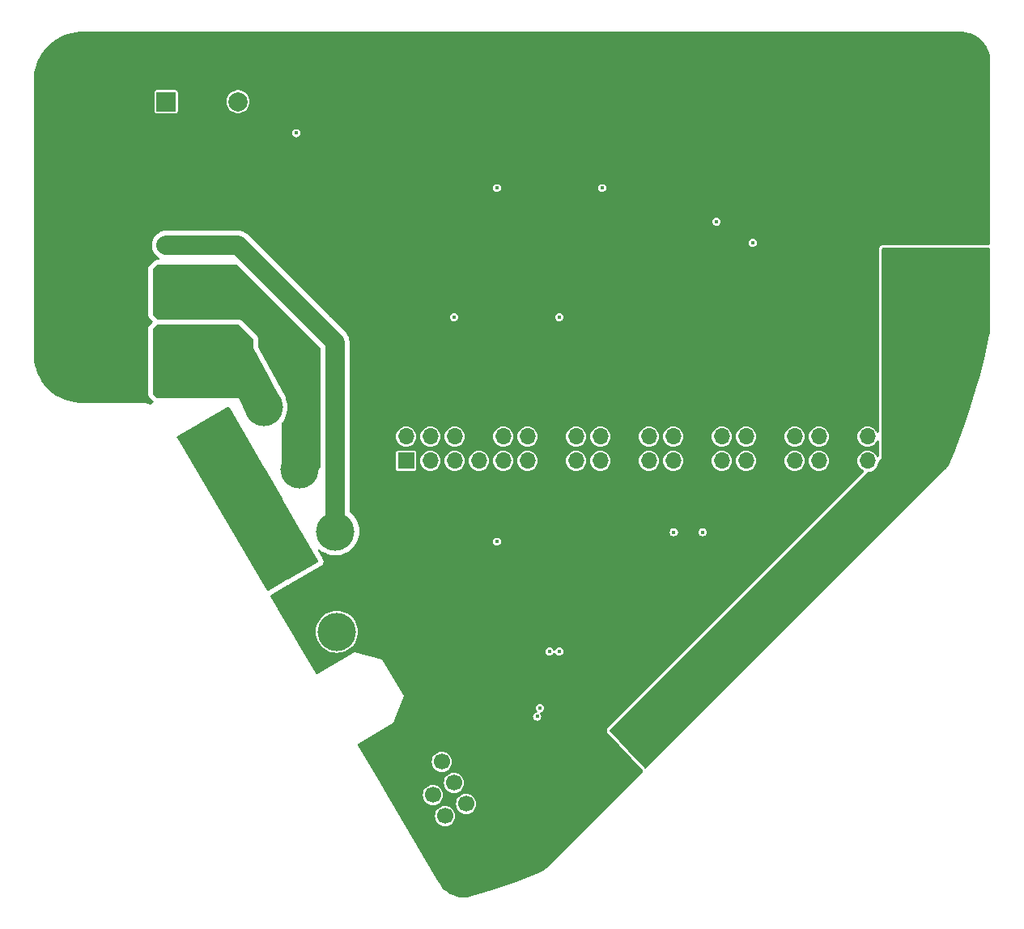
<source format=gbr>
%TF.GenerationSoftware,KiCad,Pcbnew,8.0.0*%
%TF.CreationDate,2024-03-25T03:27:08+00:00*%
%TF.ProjectId,main_PCB_v2,6d61696e-5f50-4434-925f-76322e6b6963,rev?*%
%TF.SameCoordinates,Original*%
%TF.FileFunction,Copper,L4,Bot*%
%TF.FilePolarity,Positive*%
%FSLAX46Y46*%
G04 Gerber Fmt 4.6, Leading zero omitted, Abs format (unit mm)*
G04 Created by KiCad (PCBNEW 8.0.0) date 2024-03-25 03:27:08*
%MOMM*%
%LPD*%
G01*
G04 APERTURE LIST*
G04 Aperture macros list*
%AMRoundRect*
0 Rectangle with rounded corners*
0 $1 Rounding radius*
0 $2 $3 $4 $5 $6 $7 $8 $9 X,Y pos of 4 corners*
0 Add a 4 corners polygon primitive as box body*
4,1,4,$2,$3,$4,$5,$6,$7,$8,$9,$2,$3,0*
0 Add four circle primitives for the rounded corners*
1,1,$1+$1,$2,$3*
1,1,$1+$1,$4,$5*
1,1,$1+$1,$6,$7*
1,1,$1+$1,$8,$9*
0 Add four rect primitives between the rounded corners*
20,1,$1+$1,$2,$3,$4,$5,0*
20,1,$1+$1,$4,$5,$6,$7,0*
20,1,$1+$1,$6,$7,$8,$9,0*
20,1,$1+$1,$8,$9,$2,$3,0*%
%AMRotRect*
0 Rectangle, with rotation*
0 The origin of the aperture is its center*
0 $1 length*
0 $2 width*
0 $3 Rotation angle, in degrees counterclockwise*
0 Add horizontal line*
21,1,$1,$2,0,0,$3*%
G04 Aperture macros list end*
%TA.AperFunction,ComponentPad*%
%ADD10RotRect,3.800000X3.800000X315.000000*%
%TD*%
%TA.AperFunction,ComponentPad*%
%ADD11C,4.000000*%
%TD*%
%TA.AperFunction,ComponentPad*%
%ADD12RotRect,3.800000X3.800000X30.000000*%
%TD*%
%TA.AperFunction,ComponentPad*%
%ADD13C,0.800000*%
%TD*%
%TA.AperFunction,ComponentPad*%
%ADD14C,6.400000*%
%TD*%
%TA.AperFunction,ComponentPad*%
%ADD15RotRect,3.800000X3.800000X210.000000*%
%TD*%
%TA.AperFunction,ComponentPad*%
%ADD16C,2.000000*%
%TD*%
%TA.AperFunction,ComponentPad*%
%ADD17R,2.000000X2.000000*%
%TD*%
%TA.AperFunction,ComponentPad*%
%ADD18RoundRect,0.250000X-0.219615X-0.819615X0.819615X-0.219615X0.219615X0.819615X-0.819615X0.219615X0*%
%TD*%
%TA.AperFunction,ComponentPad*%
%ADD19C,1.700000*%
%TD*%
%TA.AperFunction,ComponentPad*%
%ADD20R,1.700000X1.700000*%
%TD*%
%TA.AperFunction,ComponentPad*%
%ADD21O,1.700000X1.700000*%
%TD*%
%TA.AperFunction,ComponentPad*%
%ADD22RoundRect,1.500000X-1.500000X1.500000X-1.500000X-1.500000X1.500000X-1.500000X1.500000X1.500000X0*%
%TD*%
%TA.AperFunction,ComponentPad*%
%ADD23C,6.000000*%
%TD*%
%TA.AperFunction,ViaPad*%
%ADD24C,0.450000*%
%TD*%
%TA.AperFunction,Conductor*%
%ADD25C,2.000000*%
%TD*%
G04 APERTURE END LIST*
D10*
%TO.P,J106,1,Pin_1*%
%TO.N,GND*%
X171161165Y-118767767D03*
D11*
%TO.P,J106,2,Pin_2*%
%TO.N,VBAT*%
X174696699Y-122303301D03*
%TD*%
D12*
%TO.P,J103,1,Pin_1*%
%TO.N,GNDPWR*%
X130759937Y-91425000D03*
D11*
%TO.P,J103,2,Pin_2*%
%TO.N,/COIL*%
X135090064Y-88925000D03*
%TD*%
D12*
%TO.P,J107,1,Pin_1*%
%TO.N,GNDPWR*%
X138259937Y-104415382D03*
D11*
%TO.P,J107,2,Pin_2*%
%TO.N,/HV*%
X142590064Y-101915382D03*
%TD*%
D10*
%TO.P,J102,1,Pin_1*%
%TO.N,GND*%
X187071068Y-102857864D03*
D11*
%TO.P,J102,2,Pin_2*%
%TO.N,VBAT*%
X190606602Y-106393398D03*
%TD*%
D13*
%TO.P,OL102,1,MH*%
%TO.N,GND*%
X113675000Y-54670000D03*
X113675000Y-83475000D03*
X114377944Y-52972944D03*
X114377944Y-56367056D03*
X114377944Y-81777944D03*
X114377944Y-85172056D03*
X116075000Y-52270000D03*
X116075000Y-57070000D03*
X116075000Y-81075000D03*
X116075000Y-85875000D03*
X117772056Y-52972944D03*
X117772056Y-56367056D03*
X117772056Y-81777944D03*
X117772056Y-85172056D03*
X118475000Y-54670000D03*
X118475000Y-83475000D03*
X175132682Y-84154465D03*
X175835626Y-82457409D03*
X175835626Y-85851521D03*
X177532682Y-81754465D03*
X177532682Y-86554465D03*
X179229738Y-82457409D03*
X179229738Y-85851521D03*
X179932682Y-84154465D03*
X193126738Y-54667148D03*
X193130000Y-83850000D03*
X193829682Y-52970092D03*
X193829682Y-56364204D03*
X193832944Y-82152944D03*
X193832944Y-85547056D03*
X195526738Y-52267148D03*
X195526738Y-57067148D03*
X195530000Y-81450000D03*
X195530000Y-86250000D03*
X197223794Y-52970092D03*
X197223794Y-56364204D03*
X197227056Y-82152944D03*
X197227056Y-85547056D03*
X197926738Y-54667148D03*
X197930000Y-83850000D03*
D14*
%TO.P,OL102,2,MH*%
X116075000Y-54670000D03*
%TO.P,OL102,3,MH*%
X116075000Y-83475000D03*
%TO.P,OL102,4,MH*%
X195526738Y-54667148D03*
%TO.P,OL102,5,MH*%
X177532682Y-84154465D03*
%TO.P,OL102,6,MH*%
X195530000Y-83850000D03*
%TD*%
D15*
%TO.P,J108,1,Pin_1*%
%TO.N,GND*%
X147090064Y-109925000D03*
D11*
%TO.P,J108,2,Pin_2*%
%TO.N,+12V*%
X142759937Y-112425000D03*
%TD*%
D16*
%TO.P,K101,11*%
%TO.N,/CAP*%
X124912500Y-76962500D03*
X132412500Y-76962500D03*
%TO.P,K101,12*%
%TO.N,/HV*%
X124912500Y-71962500D03*
X132412500Y-71962500D03*
%TO.P,K101,14*%
%TO.N,/COIL*%
X124912500Y-81962500D03*
X132412500Y-81962500D03*
D17*
%TO.P,K101,A1*%
%TO.N,+5V*%
X124912500Y-56962500D03*
D16*
%TO.P,K101,A2*%
%TO.N,/TRIG_D*%
X132412500Y-56962500D03*
%TD*%
D18*
%TO.P,J111,1,Pin_1*%
%TO.N,GND*%
X151530296Y-127300296D03*
D19*
%TO.P,J111,2,Pin_2*%
%TO.N,/OUT1*%
X153730001Y-126030296D03*
%TO.P,J111,3,Pin_3*%
%TO.N,/ENC_A*%
X152800296Y-129500001D03*
%TO.P,J111,4,Pin_4*%
%TO.N,/ENC_B*%
X155000000Y-128230001D03*
%TO.P,J111,5,Pin_5*%
%TO.N,/OUT2*%
X154070296Y-131699705D03*
%TO.P,J111,6,Pin_6*%
%TO.N,+5V*%
X156270001Y-130429705D03*
%TD*%
D12*
%TO.P,J110,1,Pin_1*%
%TO.N,GNDPWR*%
X134509937Y-97920191D03*
D11*
%TO.P,J110,2,Pin_2*%
%TO.N,/CAP*%
X138840064Y-95420191D03*
%TD*%
D10*
%TO.P,J105,1,Pin_1*%
%TO.N,GND*%
X176464466Y-113464466D03*
D11*
%TO.P,J105,2,Pin_2*%
%TO.N,VBAT*%
X180000000Y-117000000D03*
%TD*%
D20*
%TO.P,J109,1,Pin_1*%
%TO.N,unconnected-(J109-Pin_1-Pad1)*%
X150000000Y-94540000D03*
D21*
%TO.P,J109,2,Pin_2*%
%TO.N,unconnected-(J109-Pin_2-Pad2)*%
X150000000Y-92000000D03*
%TO.P,J109,3,Pin_3*%
%TO.N,unconnected-(J109-Pin_3-Pad3)*%
X152540000Y-94540000D03*
%TO.P,J109,4,Pin_4*%
%TO.N,unconnected-(J109-Pin_4-Pad4)*%
X152540000Y-92000000D03*
%TO.P,J109,5,Pin_5*%
%TO.N,unconnected-(J109-Pin_5-Pad5)*%
X155080000Y-94540000D03*
%TO.P,J109,6,Pin_6*%
%TO.N,unconnected-(J109-Pin_6-Pad6)*%
X155080000Y-92000000D03*
%TO.P,J109,7,Pin_7*%
%TO.N,+3.3V*%
X157620000Y-94540000D03*
%TO.P,J109,8,Pin_8*%
%TO.N,GND*%
X157620000Y-92000000D03*
%TO.P,J109,9,Pin_9*%
%TO.N,unconnected-(J109-Pin_9-Pad9)*%
X160160000Y-94540000D03*
%TO.P,J109,10,Pin_10*%
%TO.N,unconnected-(J109-Pin_10-Pad10)*%
X160160000Y-92000000D03*
%TO.P,J109,11,Pin_11*%
%TO.N,unconnected-(J109-Pin_11-Pad11)*%
X162700000Y-94540000D03*
%TO.P,J109,12,Pin_12*%
%TO.N,unconnected-(J109-Pin_12-Pad12)*%
X162700000Y-92000000D03*
%TO.P,J109,13,Pin_13*%
%TO.N,GND*%
X165240000Y-94540000D03*
%TO.P,J109,14,Pin_14*%
X165240000Y-92000000D03*
%TO.P,J109,15,Pin_15*%
%TO.N,unconnected-(J109-Pin_15-Pad15)*%
X167780000Y-94540000D03*
%TO.P,J109,16,Pin_16*%
%TO.N,unconnected-(J109-Pin_16-Pad16)*%
X167780000Y-92000000D03*
%TO.P,J109,17,Pin_17*%
%TO.N,unconnected-(J109-Pin_17-Pad17)*%
X170320000Y-94540000D03*
%TO.P,J109,18,Pin_18*%
%TO.N,unconnected-(J109-Pin_18-Pad18)*%
X170320000Y-92000000D03*
%TO.P,J109,19,Pin_19*%
%TO.N,GND*%
X172860000Y-94540000D03*
%TO.P,J109,20,Pin_20*%
X172860000Y-92000000D03*
%TO.P,J109,21,Pin_21*%
%TO.N,/MOTOR_PH*%
X175400000Y-94540000D03*
%TO.P,J109,22,Pin_22*%
%TO.N,unconnected-(J109-Pin_22-Pad22)*%
X175400000Y-92000000D03*
%TO.P,J109,23,Pin_23*%
%TO.N,/MOTOR_EN*%
X177940000Y-94540000D03*
%TO.P,J109,24,Pin_24*%
%TO.N,unconnected-(J109-Pin_24-Pad24)*%
X177940000Y-92000000D03*
%TO.P,J109,25,Pin_25*%
%TO.N,GND*%
X180480000Y-94540000D03*
%TO.P,J109,26,Pin_26*%
X180480000Y-92000000D03*
%TO.P,J109,27,Pin_27*%
%TO.N,/ENC_A_3V3*%
X183020000Y-94540000D03*
%TO.P,J109,28,Pin_28*%
%TO.N,/~{SLEEP}*%
X183020000Y-92000000D03*
%TO.P,J109,29,Pin_29*%
%TO.N,/ENC_B_3V3*%
X185560000Y-94540000D03*
%TO.P,J109,30,Pin_30*%
%TO.N,/TRIG*%
X185560000Y-92000000D03*
%TO.P,J109,31,Pin_31*%
%TO.N,GND*%
X188100000Y-94540000D03*
%TO.P,J109,32,Pin_32*%
X188100000Y-92000000D03*
%TO.P,J109,33,Pin_33*%
%TO.N,+3.3V*%
X190640000Y-94540000D03*
%TO.P,J109,34,Pin_34*%
X190640000Y-92000000D03*
%TO.P,J109,35,Pin_35*%
%TO.N,+12V*%
X193180000Y-94540000D03*
%TO.P,J109,36,Pin_36*%
%TO.N,+5V*%
X193180000Y-92000000D03*
%TO.P,J109,37,Pin_37*%
%TO.N,GND*%
X195720000Y-94540000D03*
%TO.P,J109,38,Pin_38*%
X195720000Y-92000000D03*
%TO.P,J109,39,Pin_39*%
%TO.N,/ICOP*%
X198260000Y-94540000D03*
%TO.P,J109,40,Pin_40*%
%TO.N,VSYS*%
X198260000Y-92000000D03*
%TD*%
D10*
%TO.P,J104,1,Pin_1*%
%TO.N,GND*%
X181767767Y-108161165D03*
D11*
%TO.P,J104,2,Pin_2*%
%TO.N,VBAT*%
X185303301Y-111696699D03*
%TD*%
D22*
%TO.P,J101,1,Pin_1*%
%TO.N,GND*%
X205750000Y-68400000D03*
D23*
%TO.P,J101,2,Pin_2*%
%TO.N,VBAT*%
X205750000Y-75600000D03*
%TD*%
D24*
%TO.N,GND*%
X122500000Y-54500000D03*
X122500000Y-64500000D03*
X180000000Y-112000000D03*
X207500000Y-54500000D03*
X167500000Y-57000000D03*
X170000000Y-74500000D03*
X112500000Y-57000000D03*
X174000000Y-116000000D03*
X168000000Y-120000000D03*
X182500000Y-77000000D03*
X162500000Y-109500000D03*
X170000000Y-57000000D03*
X182500000Y-57000000D03*
X150000000Y-79500000D03*
X170000000Y-52000000D03*
X160000000Y-89500000D03*
X185000000Y-57000000D03*
X185250000Y-64750000D03*
X197500000Y-59500000D03*
X175000000Y-117000000D03*
X180000000Y-102000000D03*
X132500000Y-67000000D03*
X210000000Y-64500000D03*
X170000000Y-97000000D03*
X117500000Y-59500000D03*
X150000000Y-52000000D03*
X185250000Y-69750000D03*
X172500000Y-79500000D03*
X172500000Y-54500000D03*
X163750000Y-68000000D03*
X163500000Y-73500000D03*
X186000000Y-69750000D03*
X112500000Y-82000000D03*
X132500000Y-52000000D03*
X200000000Y-62000000D03*
X112500000Y-62000000D03*
X156000000Y-74500000D03*
X115000000Y-59500000D03*
X182750000Y-101000000D03*
X160000000Y-52000000D03*
X172500000Y-97000000D03*
X137500000Y-64500000D03*
X135000000Y-72000000D03*
X180000000Y-72000000D03*
X153500000Y-72500000D03*
X175000000Y-52000000D03*
X172500000Y-77000000D03*
X165000000Y-82000000D03*
X157500000Y-89500000D03*
X122500000Y-69500000D03*
X150000000Y-72500000D03*
X117500000Y-67000000D03*
X120000000Y-59500000D03*
X170000000Y-108000000D03*
X162500000Y-79500000D03*
X175000000Y-54500000D03*
X205000000Y-57000000D03*
X167500000Y-54500000D03*
X185000000Y-87000000D03*
X140000000Y-69500000D03*
X185000000Y-59500000D03*
X162500000Y-102000000D03*
X172000000Y-68000000D03*
X180000000Y-77000000D03*
X165000000Y-69000000D03*
X117500000Y-69500000D03*
X147500000Y-52000000D03*
X200000000Y-69500000D03*
X165000000Y-102000000D03*
X172500000Y-57000000D03*
X150000000Y-57000000D03*
X185000000Y-107000000D03*
X149000000Y-73500000D03*
X122500000Y-52000000D03*
X161100000Y-122100000D03*
X172500000Y-82000000D03*
X165000000Y-104500000D03*
X159000000Y-74500000D03*
X122500000Y-57000000D03*
X172500000Y-52000000D03*
X135000000Y-67000000D03*
X137500000Y-69500000D03*
X132500000Y-59500000D03*
X210000000Y-54500000D03*
X115000000Y-74500000D03*
X148000000Y-72500000D03*
X117500000Y-74500000D03*
X130000000Y-64500000D03*
X112500000Y-67000000D03*
X162500000Y-54500000D03*
X182500000Y-52000000D03*
X148000000Y-74500000D03*
X164500000Y-72500000D03*
X122500000Y-79500000D03*
X190000000Y-57000000D03*
X127500000Y-54500000D03*
X185000000Y-52000000D03*
X182500000Y-72000000D03*
X120000000Y-74500000D03*
X165000000Y-99500000D03*
X162500000Y-82000000D03*
X165000000Y-52000000D03*
X152500000Y-79500000D03*
X165000000Y-107000000D03*
X137500000Y-67000000D03*
X180000000Y-52000000D03*
X165000000Y-57000000D03*
X135000000Y-69500000D03*
X187500000Y-82000000D03*
X187500000Y-87000000D03*
X166000000Y-112000000D03*
X122500000Y-74500000D03*
X205000000Y-64500000D03*
X122500000Y-87000000D03*
X205000000Y-59500000D03*
X150000000Y-68000000D03*
X140000000Y-54500000D03*
X192500000Y-57000000D03*
X151500000Y-72500000D03*
X162500000Y-89500000D03*
X120000000Y-62000000D03*
X175000000Y-57000000D03*
X150000000Y-54500000D03*
X175000000Y-79500000D03*
X120000000Y-52000000D03*
X142500000Y-52000000D03*
X115000000Y-67000000D03*
X167500000Y-52000000D03*
X125000000Y-59500000D03*
X157500000Y-87000000D03*
X182500000Y-74500000D03*
X190000000Y-54500000D03*
X115000000Y-72000000D03*
X162500000Y-72500000D03*
X112500000Y-72000000D03*
X182500000Y-79500000D03*
X202500000Y-54500000D03*
X125000000Y-64500000D03*
X159500000Y-101500000D03*
X115000000Y-79500000D03*
X172500000Y-102000000D03*
X137500000Y-74500000D03*
X167500000Y-104500000D03*
X165000000Y-84500000D03*
X137500000Y-72000000D03*
X192500000Y-52000000D03*
X177500000Y-54500000D03*
X130000000Y-57000000D03*
X207500000Y-57000000D03*
X200000000Y-64500000D03*
X130000000Y-54500000D03*
X155000000Y-89500000D03*
X207500000Y-64500000D03*
X187500000Y-52000000D03*
X197500000Y-69500000D03*
X205000000Y-52000000D03*
X155000000Y-57000000D03*
X185000000Y-54500000D03*
X183000000Y-105000000D03*
X160000000Y-82000000D03*
X127500000Y-62000000D03*
X157500000Y-52000000D03*
X152500000Y-87000000D03*
X167000000Y-74500000D03*
X177500000Y-59500000D03*
X170000000Y-122000000D03*
X160000000Y-99500000D03*
X160000000Y-109500000D03*
X200000000Y-67000000D03*
X180000000Y-57000000D03*
X165000000Y-54500000D03*
X169000000Y-121000000D03*
X170000000Y-72500000D03*
X173000000Y-115000000D03*
X167500000Y-97000000D03*
X120000000Y-69500000D03*
X202500000Y-59500000D03*
X195000000Y-62000000D03*
X150000000Y-82000000D03*
X150000000Y-84500000D03*
X145000000Y-52000000D03*
X161000000Y-72500000D03*
X189000000Y-101000000D03*
X145000000Y-74500000D03*
X132500000Y-64500000D03*
X130000000Y-67000000D03*
X207500000Y-62000000D03*
X120000000Y-54500000D03*
X161000000Y-68000000D03*
X202500000Y-52000000D03*
X186000000Y-64750000D03*
X177500000Y-97000000D03*
X135000000Y-52000000D03*
X197500000Y-67000000D03*
X210000000Y-62000000D03*
X170000000Y-102000000D03*
X162500000Y-104500000D03*
X159000000Y-72500000D03*
X152500000Y-57000000D03*
X117500000Y-64500000D03*
X205000000Y-62000000D03*
X174750000Y-68000000D03*
X125000000Y-52000000D03*
X150000000Y-89500000D03*
X112500000Y-79500000D03*
X182500000Y-84500000D03*
X120000000Y-57000000D03*
X190000000Y-102000000D03*
X167500000Y-102000000D03*
X160000000Y-54500000D03*
X135000000Y-64500000D03*
X127500000Y-69500000D03*
X140000000Y-57000000D03*
X200000000Y-59500000D03*
X122500000Y-72000000D03*
X125000000Y-69500000D03*
X155000000Y-84500000D03*
X177500000Y-77000000D03*
X112500000Y-77000000D03*
X177500000Y-57000000D03*
X162500000Y-84500000D03*
X162900000Y-123900000D03*
X187500000Y-59500000D03*
X168000000Y-110000000D03*
X125000000Y-62000000D03*
X144000000Y-70000000D03*
X200000000Y-54500000D03*
X187500000Y-54500000D03*
X155000000Y-54500000D03*
X112500000Y-59500000D03*
X184000000Y-106000000D03*
X142500000Y-54500000D03*
X157500000Y-97000000D03*
X185000000Y-79500000D03*
X195000000Y-97000000D03*
X115000000Y-77000000D03*
X187500000Y-84500000D03*
X177500000Y-74500000D03*
X157500000Y-82000000D03*
X137500000Y-54500000D03*
X207500000Y-52000000D03*
X117500000Y-62000000D03*
X172500000Y-99500000D03*
X180000000Y-54500000D03*
X180000000Y-97000000D03*
X197500000Y-64500000D03*
X127500000Y-64500000D03*
X177500000Y-52000000D03*
X152500000Y-89500000D03*
X125000000Y-67000000D03*
X202500000Y-57000000D03*
X171000000Y-73500000D03*
X122500000Y-77000000D03*
X152500000Y-73500000D03*
X210000000Y-52000000D03*
X115000000Y-62000000D03*
X122500000Y-82000000D03*
X170000000Y-54500000D03*
X115000000Y-64500000D03*
X160000000Y-73500000D03*
X122500000Y-62000000D03*
X117500000Y-79500000D03*
X152500000Y-82000000D03*
X170000000Y-82000000D03*
X145000000Y-87000000D03*
X165000000Y-113000000D03*
X167000000Y-111000000D03*
X180000000Y-74500000D03*
X140000000Y-72000000D03*
X210000000Y-67000000D03*
X165000000Y-87000000D03*
X181500000Y-65000000D03*
X157500000Y-57000000D03*
X140000000Y-64500000D03*
X120000000Y-77000000D03*
X198000000Y-88000000D03*
X122500000Y-59500000D03*
X135000000Y-54500000D03*
X120000000Y-84500000D03*
X187500000Y-57000000D03*
X190000000Y-52000000D03*
X145000000Y-57000000D03*
X153500000Y-70500000D03*
X200000000Y-57000000D03*
X177500000Y-72000000D03*
X172000000Y-72500000D03*
X155000000Y-52000000D03*
X170000000Y-99500000D03*
X144000000Y-73000000D03*
X140000000Y-67000000D03*
X185000000Y-82000000D03*
X155750000Y-79500000D03*
X192500000Y-99500000D03*
X160000000Y-57000000D03*
X150000000Y-87000000D03*
X157500000Y-54500000D03*
X155000000Y-82000000D03*
X207500000Y-59500000D03*
X127500000Y-67000000D03*
X152500000Y-54500000D03*
X180000000Y-79500000D03*
X182500000Y-54500000D03*
X162500000Y-99500000D03*
X154000000Y-69000000D03*
X160000000Y-87000000D03*
X179000000Y-111000000D03*
X152500000Y-52000000D03*
X183000000Y-64000000D03*
X127500000Y-57000000D03*
X165000000Y-97000000D03*
X210000000Y-69500000D03*
X192500000Y-62000000D03*
X120000000Y-87000000D03*
X122500000Y-84500000D03*
X205000000Y-54500000D03*
X202500000Y-64500000D03*
X182500000Y-59500000D03*
X152500000Y-84500000D03*
X159500000Y-106500000D03*
X180000000Y-59500000D03*
X140500000Y-73500000D03*
X112500000Y-74500000D03*
X147500000Y-54500000D03*
X210000000Y-59500000D03*
X175000000Y-74500000D03*
X162500000Y-107000000D03*
X182500000Y-82000000D03*
X117500000Y-72000000D03*
X120000000Y-82000000D03*
X112500000Y-69500000D03*
X175000000Y-72000000D03*
X182500000Y-87000000D03*
X137500000Y-59500000D03*
X169000000Y-109000000D03*
X197500000Y-62000000D03*
X162500000Y-52000000D03*
X145000000Y-84500000D03*
X190500000Y-67750000D03*
X122500000Y-67000000D03*
X120000000Y-72000000D03*
X120000000Y-64500000D03*
X185000000Y-84500000D03*
X167500000Y-82000000D03*
X150000000Y-77000000D03*
X140000000Y-52000000D03*
X164500000Y-70500000D03*
X162500000Y-57000000D03*
X159500000Y-104000000D03*
X120000000Y-79500000D03*
X117500000Y-77000000D03*
X175000000Y-77000000D03*
X135000000Y-59500000D03*
X177500000Y-79500000D03*
X130000000Y-59500000D03*
X210000000Y-57000000D03*
X170000000Y-87000000D03*
X155000000Y-87000000D03*
X147500000Y-57000000D03*
X130000000Y-69500000D03*
X120000000Y-67000000D03*
X132500000Y-69500000D03*
X200000000Y-52000000D03*
X166750000Y-79500000D03*
X178000000Y-110000000D03*
X137500000Y-52000000D03*
X115000000Y-69500000D03*
X145000000Y-54500000D03*
X142500000Y-57000000D03*
X192500000Y-59500000D03*
X167500000Y-87000000D03*
X195000000Y-59500000D03*
X167500000Y-99500000D03*
X202500000Y-62000000D03*
X190000000Y-59500000D03*
X162500000Y-97000000D03*
X152710000Y-68040000D03*
X112500000Y-64500000D03*
%TO.N,+5V*%
X159500000Y-103000000D03*
%TO.N,+3.3V*%
X163700000Y-121300000D03*
%TO.N,VBAT*%
X205000000Y-84500000D03*
X200000000Y-97000000D03*
X202500000Y-87000000D03*
X200000000Y-94500000D03*
X202500000Y-89500000D03*
X192500000Y-102000000D03*
X197500000Y-99500000D03*
X195000000Y-102000000D03*
X185000000Y-114500000D03*
X200000000Y-84500000D03*
X197500000Y-97000000D03*
X195000000Y-104500000D03*
X200000000Y-79500000D03*
X182500000Y-114500000D03*
X180000000Y-119500000D03*
X195000000Y-99500000D03*
X202500000Y-97000000D03*
X192500000Y-104500000D03*
X202500000Y-92000000D03*
X200000000Y-87000000D03*
X205000000Y-92000000D03*
X182500000Y-117000000D03*
X207500000Y-89500000D03*
X200000000Y-82000000D03*
X202500000Y-74500000D03*
X182500000Y-112000000D03*
X202500000Y-84500000D03*
X205000000Y-87000000D03*
X175000000Y-119500000D03*
X205000000Y-82000000D03*
X205000000Y-79500000D03*
X200000000Y-99500000D03*
X207500000Y-84500000D03*
X202500000Y-79500000D03*
X207500000Y-87000000D03*
X187500000Y-109500000D03*
X210000000Y-82000000D03*
X202500000Y-77000000D03*
X205000000Y-94500000D03*
X210000000Y-74500000D03*
X197500000Y-102000000D03*
X202500000Y-82000000D03*
X207500000Y-82000000D03*
X200000000Y-89500000D03*
X200000000Y-74500000D03*
X177500000Y-122000000D03*
X177500000Y-119500000D03*
X187500000Y-107000000D03*
X200000000Y-77000000D03*
X210000000Y-77000000D03*
X207500000Y-79500000D03*
X177500000Y-117000000D03*
X210000000Y-79500000D03*
X205000000Y-89500000D03*
X202500000Y-94500000D03*
X190000000Y-109500000D03*
%TO.N,/ICOP*%
X182470000Y-69500000D03*
X186250000Y-71750000D03*
%TO.N,/MOTOR_EN*%
X166000000Y-114500000D03*
%TO.N,/MOTOR_PH*%
X165000000Y-114500000D03*
%TO.N,/TRIG*%
X138500000Y-60250000D03*
%TO.N,/~{SLEEP}*%
X164000000Y-120400000D03*
%TO.N,/ENC_A*%
X178000000Y-102000000D03*
%TO.N,/ENC_B*%
X181000000Y-102000000D03*
%TO.N,/PGOOD_5V*%
X170500000Y-66000000D03*
X166000000Y-79500000D03*
%TO.N,/PGOOD_3V3*%
X159500000Y-66000000D03*
X155000000Y-79500000D03*
%TD*%
D25*
%TO.N,/HV*%
X142590064Y-82140064D02*
X132412500Y-71962500D01*
X142590064Y-101915382D02*
X142590064Y-82140064D01*
X132412500Y-71962500D02*
X124912500Y-71962500D01*
%TD*%
%TA.AperFunction,Conductor*%
%TO.N,GND*%
G36*
X208072364Y-49667160D02*
G01*
X208075171Y-49667198D01*
X208233136Y-49669385D01*
X208245223Y-49670145D01*
X208565624Y-49706115D01*
X208579277Y-49708426D01*
X208579605Y-49708501D01*
X208892811Y-49779713D01*
X208906125Y-49783534D01*
X209057938Y-49836440D01*
X209209756Y-49889348D01*
X209222553Y-49894627D01*
X209512489Y-50033645D01*
X209524610Y-50040314D01*
X209779804Y-50199905D01*
X209797234Y-50210805D01*
X209808550Y-50218794D01*
X210060449Y-50418622D01*
X210070803Y-50427823D01*
X210298846Y-50654502D01*
X210308109Y-50664801D01*
X210509442Y-50915494D01*
X210517499Y-50926762D01*
X210689615Y-51198348D01*
X210696365Y-51210444D01*
X210837120Y-51499539D01*
X210842478Y-51512312D01*
X210950106Y-51815289D01*
X210954007Y-51828580D01*
X211027174Y-52141682D01*
X211029568Y-52155326D01*
X211067457Y-52475496D01*
X211068291Y-52487603D01*
X211071481Y-52647951D01*
X211071506Y-52650417D01*
X211071506Y-71820500D01*
X211051821Y-71887539D01*
X210999017Y-71933294D01*
X210947506Y-71944500D01*
X199874000Y-71944500D01*
X199873991Y-71944500D01*
X199873990Y-71944501D01*
X199809064Y-71951481D01*
X199809052Y-71951483D01*
X199757546Y-71962688D01*
X199719345Y-71973644D01*
X199719341Y-71973646D01*
X199622431Y-72030323D01*
X199622428Y-72030325D01*
X199569623Y-72076081D01*
X199569612Y-72076091D01*
X199527451Y-72120807D01*
X199527445Y-72120816D01*
X199476560Y-72220890D01*
X199456877Y-72287921D01*
X199444500Y-72374002D01*
X199444500Y-91492523D01*
X199424815Y-91559562D01*
X199372011Y-91605317D01*
X199302853Y-91615261D01*
X199239297Y-91586236D01*
X199211142Y-91550977D01*
X199179897Y-91492523D01*
X199137685Y-91413550D01*
X199085702Y-91350209D01*
X199006410Y-91253589D01*
X198888677Y-91156969D01*
X198846450Y-91122315D01*
X198663954Y-91024768D01*
X198465934Y-90964700D01*
X198465932Y-90964699D01*
X198465934Y-90964699D01*
X198260000Y-90944417D01*
X198054067Y-90964699D01*
X197856043Y-91024769D01*
X197745898Y-91083643D01*
X197673550Y-91122315D01*
X197673548Y-91122316D01*
X197673547Y-91122317D01*
X197513589Y-91253589D01*
X197382317Y-91413547D01*
X197284769Y-91596043D01*
X197224699Y-91794067D01*
X197204417Y-92000000D01*
X197224699Y-92205932D01*
X197254734Y-92304944D01*
X197284768Y-92403954D01*
X197382315Y-92586450D01*
X197382317Y-92586452D01*
X197513589Y-92746410D01*
X197610209Y-92825702D01*
X197673550Y-92877685D01*
X197856046Y-92975232D01*
X198054066Y-93035300D01*
X198054065Y-93035300D01*
X198072529Y-93037118D01*
X198260000Y-93055583D01*
X198465934Y-93035300D01*
X198663954Y-92975232D01*
X198846450Y-92877685D01*
X199006410Y-92746410D01*
X199137685Y-92586450D01*
X199211142Y-92449021D01*
X199260105Y-92399178D01*
X199328242Y-92383718D01*
X199393922Y-92407550D01*
X199436291Y-92463108D01*
X199444500Y-92507476D01*
X199444500Y-94032523D01*
X199424815Y-94099562D01*
X199372011Y-94145317D01*
X199302853Y-94155261D01*
X199239297Y-94126236D01*
X199211142Y-94090977D01*
X199179897Y-94032523D01*
X199137685Y-93953550D01*
X199061620Y-93860864D01*
X199006410Y-93793589D01*
X198856121Y-93670252D01*
X198846450Y-93662315D01*
X198663954Y-93564768D01*
X198465934Y-93504700D01*
X198465932Y-93504699D01*
X198465934Y-93504699D01*
X198260000Y-93484417D01*
X198054067Y-93504699D01*
X197856043Y-93564769D01*
X197768114Y-93611769D01*
X197673550Y-93662315D01*
X197673548Y-93662316D01*
X197673547Y-93662317D01*
X197513589Y-93793589D01*
X197382317Y-93953547D01*
X197284769Y-94136043D01*
X197224699Y-94334067D01*
X197204417Y-94540000D01*
X197224699Y-94745932D01*
X197254734Y-94844944D01*
X197284768Y-94943954D01*
X197382315Y-95126450D01*
X197382317Y-95126452D01*
X197513589Y-95286410D01*
X197673548Y-95417684D01*
X197673550Y-95417685D01*
X197836765Y-95504926D01*
X197886609Y-95553887D01*
X197902069Y-95622025D01*
X197878237Y-95687705D01*
X197865992Y-95701964D01*
X171118881Y-122449074D01*
X171080585Y-122495820D01*
X171053555Y-122536426D01*
X171053544Y-122536444D01*
X171035931Y-122566484D01*
X171003995Y-122674114D01*
X171003994Y-122674118D01*
X170996766Y-122743603D01*
X170996765Y-122743627D01*
X170996589Y-122805092D01*
X170996590Y-122805098D01*
X171027911Y-122912904D01*
X171059403Y-122975279D01*
X171059406Y-122975284D01*
X171109238Y-123046530D01*
X171109240Y-123046532D01*
X171109241Y-123046533D01*
X174723644Y-126901896D01*
X174723649Y-126901900D01*
X174726392Y-126904223D01*
X174764836Y-126962566D01*
X174765635Y-127032431D01*
X174733947Y-127086539D01*
X164805569Y-137014917D01*
X164804144Y-137016320D01*
X164665269Y-137150787D01*
X164654161Y-137160338D01*
X164345930Y-137395173D01*
X164332045Y-137404347D01*
X163995149Y-137595791D01*
X163982019Y-137602259D01*
X163804067Y-137677211D01*
X163801872Y-137678111D01*
X162955041Y-138015866D01*
X162952665Y-138016785D01*
X161243533Y-138658096D01*
X161240799Y-138659086D01*
X159517196Y-139260106D01*
X159514439Y-139261031D01*
X157777081Y-139821512D01*
X157774649Y-139822269D01*
X156901404Y-140084304D01*
X156899279Y-140084921D01*
X156732617Y-140131707D01*
X156719862Y-140134572D01*
X156377390Y-140192726D01*
X156362552Y-140194335D01*
X156016495Y-140210879D01*
X156001572Y-140210693D01*
X155656035Y-140185541D01*
X155641242Y-140183563D01*
X155301240Y-140117082D01*
X155286792Y-140113342D01*
X154957235Y-140006494D01*
X154943340Y-140001045D01*
X154629009Y-139855378D01*
X154615870Y-139848300D01*
X154321302Y-139665915D01*
X154309109Y-139657308D01*
X154038605Y-139440869D01*
X154027534Y-139430861D01*
X153784987Y-139183485D01*
X153775199Y-139172219D01*
X153563554Y-138896748D01*
X153556146Y-138885974D01*
X153465747Y-138738405D01*
X153464612Y-138736516D01*
X153418469Y-138658096D01*
X149933303Y-132735005D01*
X149324129Y-131699705D01*
X153014713Y-131699705D01*
X153034995Y-131905637D01*
X153034996Y-131905639D01*
X153095064Y-132103659D01*
X153192611Y-132286155D01*
X153192613Y-132286157D01*
X153323885Y-132446115D01*
X153420505Y-132525407D01*
X153483846Y-132577390D01*
X153666342Y-132674937D01*
X153864362Y-132735005D01*
X153864361Y-132735005D01*
X153882825Y-132736823D01*
X154070296Y-132755288D01*
X154276230Y-132735005D01*
X154474250Y-132674937D01*
X154656746Y-132577390D01*
X154816706Y-132446115D01*
X154947981Y-132286155D01*
X155045528Y-132103659D01*
X155105596Y-131905639D01*
X155125879Y-131699705D01*
X155105596Y-131493771D01*
X155045528Y-131295751D01*
X154947981Y-131113255D01*
X154868294Y-131016155D01*
X154816706Y-130953294D01*
X154698973Y-130856674D01*
X154656746Y-130822020D01*
X154474250Y-130724473D01*
X154276230Y-130664405D01*
X154276228Y-130664404D01*
X154276230Y-130664404D01*
X154070296Y-130644122D01*
X153864363Y-130664404D01*
X153666339Y-130724474D01*
X153556194Y-130783348D01*
X153483846Y-130822020D01*
X153483844Y-130822021D01*
X153483843Y-130822022D01*
X153323885Y-130953294D01*
X153192613Y-131113252D01*
X153095065Y-131295748D01*
X153034995Y-131493772D01*
X153014713Y-131699705D01*
X149324129Y-131699705D01*
X148029816Y-129500001D01*
X151744713Y-129500001D01*
X151764995Y-129705933D01*
X151764996Y-129705935D01*
X151825064Y-129903955D01*
X151922611Y-130086451D01*
X151922613Y-130086453D01*
X152053885Y-130246411D01*
X152150505Y-130325703D01*
X152213846Y-130377686D01*
X152396342Y-130475233D01*
X152594362Y-130535301D01*
X152594361Y-130535301D01*
X152612825Y-130537119D01*
X152800296Y-130555584D01*
X153006230Y-130535301D01*
X153204250Y-130475233D01*
X153289426Y-130429705D01*
X155214418Y-130429705D01*
X155234700Y-130635637D01*
X155243427Y-130664405D01*
X155294769Y-130833659D01*
X155392316Y-131016155D01*
X155392318Y-131016157D01*
X155523590Y-131176115D01*
X155620210Y-131255407D01*
X155683551Y-131307390D01*
X155866047Y-131404937D01*
X156064067Y-131465005D01*
X156064066Y-131465005D01*
X156082530Y-131466823D01*
X156270001Y-131485288D01*
X156475935Y-131465005D01*
X156673955Y-131404937D01*
X156856451Y-131307390D01*
X157016411Y-131176115D01*
X157147686Y-131016155D01*
X157245233Y-130833659D01*
X157305301Y-130635639D01*
X157325584Y-130429705D01*
X157305301Y-130223771D01*
X157245233Y-130025751D01*
X157147686Y-129843255D01*
X157095703Y-129779914D01*
X157016411Y-129683294D01*
X156856453Y-129552022D01*
X156856454Y-129552022D01*
X156856451Y-129552020D01*
X156673955Y-129454473D01*
X156475935Y-129394405D01*
X156475933Y-129394404D01*
X156475935Y-129394404D01*
X156270001Y-129374122D01*
X156064068Y-129394404D01*
X155866044Y-129454474D01*
X155780871Y-129500001D01*
X155683551Y-129552020D01*
X155683549Y-129552021D01*
X155683548Y-129552022D01*
X155523590Y-129683294D01*
X155392318Y-129843252D01*
X155294770Y-130025748D01*
X155234700Y-130223772D01*
X155214418Y-130429705D01*
X153289426Y-130429705D01*
X153386746Y-130377686D01*
X153546706Y-130246411D01*
X153677981Y-130086451D01*
X153775528Y-129903955D01*
X153835596Y-129705935D01*
X153855879Y-129500001D01*
X153835596Y-129294067D01*
X153775528Y-129096047D01*
X153677981Y-128913551D01*
X153598294Y-128816451D01*
X153546706Y-128753590D01*
X153428973Y-128656970D01*
X153386746Y-128622316D01*
X153204250Y-128524769D01*
X153006230Y-128464701D01*
X153006228Y-128464700D01*
X153006230Y-128464700D01*
X152800296Y-128444418D01*
X152594363Y-128464700D01*
X152396339Y-128524770D01*
X152286194Y-128583644D01*
X152213846Y-128622316D01*
X152213844Y-128622317D01*
X152213843Y-128622318D01*
X152053885Y-128753590D01*
X151922613Y-128913548D01*
X151825065Y-129096044D01*
X151764995Y-129294068D01*
X151744713Y-129500001D01*
X148029816Y-129500001D01*
X147282544Y-128230001D01*
X153944417Y-128230001D01*
X153964699Y-128435933D01*
X153973426Y-128464701D01*
X154024768Y-128633955D01*
X154122315Y-128816451D01*
X154122317Y-128816453D01*
X154253589Y-128976411D01*
X154350209Y-129055703D01*
X154413550Y-129107686D01*
X154596046Y-129205233D01*
X154794066Y-129265301D01*
X154794065Y-129265301D01*
X154812529Y-129267119D01*
X155000000Y-129285584D01*
X155205934Y-129265301D01*
X155403954Y-129205233D01*
X155586450Y-129107686D01*
X155746410Y-128976411D01*
X155877685Y-128816451D01*
X155975232Y-128633955D01*
X156035300Y-128435935D01*
X156055583Y-128230001D01*
X156035300Y-128024067D01*
X155975232Y-127826047D01*
X155877685Y-127643551D01*
X155825702Y-127580210D01*
X155746410Y-127483590D01*
X155586452Y-127352318D01*
X155586453Y-127352318D01*
X155586450Y-127352316D01*
X155403954Y-127254769D01*
X155205934Y-127194701D01*
X155205932Y-127194700D01*
X155205934Y-127194700D01*
X155000000Y-127174418D01*
X154794067Y-127194700D01*
X154596043Y-127254770D01*
X154485898Y-127313644D01*
X154413550Y-127352316D01*
X154413548Y-127352317D01*
X154413547Y-127352318D01*
X154253589Y-127483590D01*
X154122317Y-127643548D01*
X154024769Y-127826044D01*
X153964699Y-128024068D01*
X153944417Y-128230001D01*
X147282544Y-128230001D01*
X145988230Y-126030296D01*
X152674418Y-126030296D01*
X152694700Y-126236228D01*
X152694701Y-126236230D01*
X152754769Y-126434250D01*
X152852316Y-126616746D01*
X152852318Y-126616748D01*
X152983590Y-126776706D01*
X153080210Y-126855998D01*
X153143551Y-126907981D01*
X153326047Y-127005528D01*
X153524067Y-127065596D01*
X153524066Y-127065596D01*
X153542530Y-127067414D01*
X153730001Y-127085879D01*
X153935935Y-127065596D01*
X154133955Y-127005528D01*
X154316451Y-126907981D01*
X154476411Y-126776706D01*
X154607686Y-126616746D01*
X154705233Y-126434250D01*
X154765301Y-126236230D01*
X154785584Y-126030296D01*
X154765301Y-125824362D01*
X154705233Y-125626342D01*
X154607686Y-125443846D01*
X154555703Y-125380505D01*
X154476411Y-125283885D01*
X154316453Y-125152613D01*
X154316454Y-125152613D01*
X154316451Y-125152611D01*
X154133955Y-125055064D01*
X153935935Y-124994996D01*
X153935933Y-124994995D01*
X153935935Y-124994995D01*
X153730001Y-124974713D01*
X153524068Y-124994995D01*
X153326044Y-125055065D01*
X153215899Y-125113939D01*
X153143551Y-125152611D01*
X153143549Y-125152612D01*
X153143548Y-125152613D01*
X152983590Y-125283885D01*
X152852318Y-125443843D01*
X152754770Y-125626339D01*
X152694700Y-125824363D01*
X152674418Y-126030296D01*
X145988230Y-126030296D01*
X144970422Y-124300517D01*
X144953390Y-124232755D01*
X144975697Y-124166542D01*
X145013082Y-124131555D01*
X148700000Y-121900000D01*
X148934687Y-121300002D01*
X163269196Y-121300002D01*
X163290279Y-121433121D01*
X163290280Y-121433124D01*
X163290281Y-121433126D01*
X163351472Y-121553220D01*
X163351473Y-121553221D01*
X163351476Y-121553225D01*
X163446774Y-121648523D01*
X163446778Y-121648526D01*
X163446780Y-121648528D01*
X163566874Y-121709719D01*
X163566876Y-121709719D01*
X163566878Y-121709720D01*
X163699998Y-121730804D01*
X163700000Y-121730804D01*
X163700002Y-121730804D01*
X163833121Y-121709720D01*
X163833121Y-121709719D01*
X163833126Y-121709719D01*
X163953220Y-121648528D01*
X164048528Y-121553220D01*
X164109719Y-121433126D01*
X164130804Y-121300000D01*
X164109719Y-121166874D01*
X164048528Y-121046780D01*
X164048526Y-121046778D01*
X164048523Y-121046774D01*
X164027532Y-121025783D01*
X163994047Y-120964460D01*
X163999031Y-120894768D01*
X164040903Y-120838835D01*
X164095816Y-120815629D01*
X164133121Y-120809720D01*
X164133121Y-120809719D01*
X164133126Y-120809719D01*
X164253220Y-120748528D01*
X164348528Y-120653220D01*
X164409719Y-120533126D01*
X164430804Y-120400000D01*
X164409719Y-120266874D01*
X164348528Y-120146780D01*
X164348526Y-120146778D01*
X164348523Y-120146774D01*
X164253225Y-120051476D01*
X164253221Y-120051473D01*
X164253220Y-120051472D01*
X164133126Y-119990281D01*
X164133124Y-119990280D01*
X164133121Y-119990279D01*
X164000002Y-119969196D01*
X163999998Y-119969196D01*
X163866878Y-119990279D01*
X163746778Y-120051473D01*
X163746774Y-120051476D01*
X163651476Y-120146774D01*
X163651473Y-120146778D01*
X163590279Y-120266878D01*
X163569196Y-120399997D01*
X163569196Y-120400002D01*
X163590279Y-120533121D01*
X163590280Y-120533124D01*
X163590281Y-120533126D01*
X163651472Y-120653220D01*
X163651473Y-120653221D01*
X163651476Y-120653225D01*
X163672467Y-120674216D01*
X163705952Y-120735539D01*
X163700968Y-120805231D01*
X163659096Y-120861164D01*
X163604186Y-120884370D01*
X163566877Y-120890279D01*
X163446778Y-120951473D01*
X163446774Y-120951476D01*
X163351476Y-121046774D01*
X163351473Y-121046778D01*
X163290279Y-121166878D01*
X163269196Y-121299997D01*
X163269196Y-121300002D01*
X148934687Y-121300002D01*
X149772899Y-119157041D01*
X147500000Y-115300000D01*
X147499999Y-115299999D01*
X144599999Y-114599999D01*
X140718330Y-116831959D01*
X140650401Y-116848312D01*
X140584415Y-116825343D01*
X140549648Y-116787347D01*
X137982828Y-112425000D01*
X140554715Y-112425000D01*
X140573581Y-112712837D01*
X140573583Y-112712849D01*
X140629854Y-112995745D01*
X140629858Y-112995760D01*
X140722579Y-113268905D01*
X140850156Y-113527606D01*
X140850160Y-113527613D01*
X141010415Y-113767452D01*
X141200609Y-113984327D01*
X141417484Y-114174521D01*
X141646018Y-114327222D01*
X141657326Y-114334778D01*
X141916035Y-114462359D01*
X142189184Y-114555081D01*
X142472098Y-114611356D01*
X142759937Y-114630222D01*
X143047776Y-114611356D01*
X143330690Y-114555081D01*
X143492947Y-114500002D01*
X164569196Y-114500002D01*
X164590279Y-114633121D01*
X164590280Y-114633124D01*
X164590281Y-114633126D01*
X164651472Y-114753220D01*
X164651473Y-114753221D01*
X164651476Y-114753225D01*
X164746774Y-114848523D01*
X164746778Y-114848526D01*
X164746780Y-114848528D01*
X164866874Y-114909719D01*
X164866876Y-114909719D01*
X164866878Y-114909720D01*
X164999998Y-114930804D01*
X165000000Y-114930804D01*
X165000002Y-114930804D01*
X165133121Y-114909720D01*
X165133121Y-114909719D01*
X165133126Y-114909719D01*
X165253220Y-114848528D01*
X165348528Y-114753220D01*
X165389516Y-114672775D01*
X165437489Y-114621981D01*
X165505310Y-114605186D01*
X165571445Y-114627723D01*
X165610483Y-114672774D01*
X165651472Y-114753220D01*
X165651473Y-114753221D01*
X165651476Y-114753225D01*
X165746774Y-114848523D01*
X165746778Y-114848526D01*
X165746780Y-114848528D01*
X165866874Y-114909719D01*
X165866876Y-114909719D01*
X165866878Y-114909720D01*
X165999998Y-114930804D01*
X166000000Y-114930804D01*
X166000002Y-114930804D01*
X166133121Y-114909720D01*
X166133121Y-114909719D01*
X166133126Y-114909719D01*
X166253220Y-114848528D01*
X166348528Y-114753220D01*
X166409719Y-114633126D01*
X166413167Y-114611355D01*
X166430804Y-114500002D01*
X166430804Y-114499997D01*
X166409720Y-114366878D01*
X166409719Y-114366876D01*
X166409719Y-114366874D01*
X166348528Y-114246780D01*
X166348526Y-114246778D01*
X166348523Y-114246774D01*
X166253225Y-114151476D01*
X166253221Y-114151473D01*
X166253220Y-114151472D01*
X166133126Y-114090281D01*
X166133124Y-114090280D01*
X166133121Y-114090279D01*
X166000002Y-114069196D01*
X165999998Y-114069196D01*
X165866878Y-114090279D01*
X165746778Y-114151473D01*
X165746774Y-114151476D01*
X165651476Y-114246774D01*
X165651473Y-114246779D01*
X165610485Y-114327222D01*
X165562510Y-114378018D01*
X165494689Y-114394813D01*
X165428554Y-114372275D01*
X165389515Y-114327222D01*
X165348528Y-114246780D01*
X165348524Y-114246776D01*
X165348523Y-114246774D01*
X165253225Y-114151476D01*
X165253221Y-114151473D01*
X165253220Y-114151472D01*
X165133126Y-114090281D01*
X165133124Y-114090280D01*
X165133121Y-114090279D01*
X165000002Y-114069196D01*
X164999998Y-114069196D01*
X164866878Y-114090279D01*
X164746778Y-114151473D01*
X164746774Y-114151476D01*
X164651476Y-114246774D01*
X164651473Y-114246778D01*
X164590279Y-114366878D01*
X164569196Y-114499997D01*
X164569196Y-114500002D01*
X143492947Y-114500002D01*
X143603839Y-114462359D01*
X143862548Y-114334778D01*
X144102391Y-114174520D01*
X144319264Y-113984327D01*
X144509457Y-113767454D01*
X144669715Y-113527611D01*
X144797296Y-113268902D01*
X144890018Y-112995753D01*
X144946293Y-112712839D01*
X144965159Y-112425000D01*
X144946293Y-112137161D01*
X144890018Y-111854247D01*
X144797296Y-111581098D01*
X144669715Y-111322389D01*
X144509457Y-111082546D01*
X144319264Y-110865672D01*
X144102389Y-110675478D01*
X143862550Y-110515223D01*
X143862543Y-110515219D01*
X143603842Y-110387642D01*
X143330697Y-110294921D01*
X143330691Y-110294919D01*
X143330690Y-110294919D01*
X143330688Y-110294918D01*
X143330682Y-110294917D01*
X143047786Y-110238646D01*
X143047776Y-110238644D01*
X142759937Y-110219778D01*
X142472098Y-110238644D01*
X142472092Y-110238645D01*
X142472087Y-110238646D01*
X142189191Y-110294917D01*
X142189176Y-110294921D01*
X141916031Y-110387642D01*
X141657330Y-110515219D01*
X141657323Y-110515223D01*
X141417484Y-110675478D01*
X141200609Y-110865672D01*
X141010415Y-111082547D01*
X140850160Y-111322386D01*
X140850156Y-111322393D01*
X140722579Y-111581094D01*
X140629858Y-111854239D01*
X140629854Y-111854254D01*
X140573583Y-112137150D01*
X140573581Y-112137162D01*
X140554715Y-112425000D01*
X137982828Y-112425000D01*
X136600904Y-110076400D01*
X148000000Y-103500000D01*
X148000000Y-103000002D01*
X159069196Y-103000002D01*
X159090279Y-103133121D01*
X159090280Y-103133124D01*
X159090281Y-103133126D01*
X159151472Y-103253220D01*
X159151473Y-103253221D01*
X159151476Y-103253225D01*
X159246774Y-103348523D01*
X159246778Y-103348526D01*
X159246780Y-103348528D01*
X159366874Y-103409719D01*
X159366876Y-103409719D01*
X159366878Y-103409720D01*
X159499998Y-103430804D01*
X159500000Y-103430804D01*
X159500002Y-103430804D01*
X159633121Y-103409720D01*
X159633121Y-103409719D01*
X159633126Y-103409719D01*
X159753220Y-103348528D01*
X159848528Y-103253220D01*
X159909719Y-103133126D01*
X159909720Y-103133121D01*
X159930804Y-103000002D01*
X159930804Y-102999997D01*
X159909720Y-102866878D01*
X159909719Y-102866876D01*
X159909719Y-102866874D01*
X159848528Y-102746780D01*
X159848526Y-102746778D01*
X159848523Y-102746774D01*
X159753225Y-102651476D01*
X159753221Y-102651473D01*
X159753220Y-102651472D01*
X159633126Y-102590281D01*
X159633124Y-102590280D01*
X159633121Y-102590279D01*
X159500002Y-102569196D01*
X159499998Y-102569196D01*
X159366878Y-102590279D01*
X159246778Y-102651473D01*
X159246774Y-102651476D01*
X159151476Y-102746774D01*
X159151473Y-102746778D01*
X159090279Y-102866878D01*
X159069196Y-102999997D01*
X159069196Y-103000002D01*
X148000000Y-103000002D01*
X148000000Y-102000002D01*
X177569196Y-102000002D01*
X177590279Y-102133121D01*
X177590280Y-102133124D01*
X177590281Y-102133126D01*
X177651472Y-102253220D01*
X177651473Y-102253221D01*
X177651476Y-102253225D01*
X177746774Y-102348523D01*
X177746778Y-102348526D01*
X177746780Y-102348528D01*
X177866874Y-102409719D01*
X177866876Y-102409719D01*
X177866878Y-102409720D01*
X177999998Y-102430804D01*
X178000000Y-102430804D01*
X178000002Y-102430804D01*
X178133121Y-102409720D01*
X178133121Y-102409719D01*
X178133126Y-102409719D01*
X178253220Y-102348528D01*
X178348528Y-102253220D01*
X178409719Y-102133126D01*
X178430804Y-102000002D01*
X180569196Y-102000002D01*
X180590279Y-102133121D01*
X180590280Y-102133124D01*
X180590281Y-102133126D01*
X180651472Y-102253220D01*
X180651473Y-102253221D01*
X180651476Y-102253225D01*
X180746774Y-102348523D01*
X180746778Y-102348526D01*
X180746780Y-102348528D01*
X180866874Y-102409719D01*
X180866876Y-102409719D01*
X180866878Y-102409720D01*
X180999998Y-102430804D01*
X181000000Y-102430804D01*
X181000002Y-102430804D01*
X181133121Y-102409720D01*
X181133121Y-102409719D01*
X181133126Y-102409719D01*
X181253220Y-102348528D01*
X181348528Y-102253220D01*
X181409719Y-102133126D01*
X181430804Y-102000000D01*
X181409719Y-101866874D01*
X181348528Y-101746780D01*
X181348526Y-101746778D01*
X181348523Y-101746774D01*
X181253225Y-101651476D01*
X181253221Y-101651473D01*
X181253220Y-101651472D01*
X181133126Y-101590281D01*
X181133124Y-101590280D01*
X181133121Y-101590279D01*
X181000002Y-101569196D01*
X180999998Y-101569196D01*
X180866878Y-101590279D01*
X180746778Y-101651473D01*
X180746774Y-101651476D01*
X180651476Y-101746774D01*
X180651473Y-101746778D01*
X180590279Y-101866878D01*
X180569196Y-101999997D01*
X180569196Y-102000002D01*
X178430804Y-102000002D01*
X178430804Y-102000000D01*
X178409719Y-101866874D01*
X178348528Y-101746780D01*
X178348526Y-101746778D01*
X178348523Y-101746774D01*
X178253225Y-101651476D01*
X178253221Y-101651473D01*
X178253220Y-101651472D01*
X178133126Y-101590281D01*
X178133124Y-101590280D01*
X178133121Y-101590279D01*
X178000002Y-101569196D01*
X177999998Y-101569196D01*
X177866878Y-101590279D01*
X177746778Y-101651473D01*
X177746774Y-101651476D01*
X177651476Y-101746774D01*
X177651473Y-101746778D01*
X177590279Y-101866878D01*
X177569196Y-101999997D01*
X177569196Y-102000002D01*
X148000000Y-102000002D01*
X148000000Y-95409752D01*
X148949500Y-95409752D01*
X148961131Y-95468229D01*
X148961132Y-95468230D01*
X149005447Y-95534552D01*
X149071769Y-95578867D01*
X149071770Y-95578868D01*
X149130247Y-95590499D01*
X149130250Y-95590500D01*
X149130252Y-95590500D01*
X150869750Y-95590500D01*
X150869751Y-95590499D01*
X150884568Y-95587552D01*
X150928229Y-95578868D01*
X150928229Y-95578867D01*
X150928231Y-95578867D01*
X150994552Y-95534552D01*
X151038867Y-95468231D01*
X151038867Y-95468229D01*
X151038868Y-95468229D01*
X151050499Y-95409752D01*
X151050500Y-95409750D01*
X151050500Y-94540000D01*
X151484417Y-94540000D01*
X151504699Y-94745932D01*
X151534734Y-94844944D01*
X151564768Y-94943954D01*
X151662315Y-95126450D01*
X151662317Y-95126452D01*
X151793589Y-95286410D01*
X151890209Y-95365702D01*
X151953550Y-95417685D01*
X152136046Y-95515232D01*
X152334066Y-95575300D01*
X152334065Y-95575300D01*
X152352529Y-95577118D01*
X152540000Y-95595583D01*
X152745934Y-95575300D01*
X152943954Y-95515232D01*
X153126450Y-95417685D01*
X153286410Y-95286410D01*
X153417685Y-95126450D01*
X153515232Y-94943954D01*
X153575300Y-94745934D01*
X153595583Y-94540000D01*
X154024417Y-94540000D01*
X154044699Y-94745932D01*
X154074734Y-94844944D01*
X154104768Y-94943954D01*
X154202315Y-95126450D01*
X154202317Y-95126452D01*
X154333589Y-95286410D01*
X154430209Y-95365702D01*
X154493550Y-95417685D01*
X154676046Y-95515232D01*
X154874066Y-95575300D01*
X154874065Y-95575300D01*
X154892529Y-95577118D01*
X155080000Y-95595583D01*
X155285934Y-95575300D01*
X155483954Y-95515232D01*
X155666450Y-95417685D01*
X155826410Y-95286410D01*
X155957685Y-95126450D01*
X156055232Y-94943954D01*
X156115300Y-94745934D01*
X156135583Y-94540000D01*
X156564417Y-94540000D01*
X156584699Y-94745932D01*
X156614734Y-94844944D01*
X156644768Y-94943954D01*
X156742315Y-95126450D01*
X156742317Y-95126452D01*
X156873589Y-95286410D01*
X156970209Y-95365702D01*
X157033550Y-95417685D01*
X157216046Y-95515232D01*
X157414066Y-95575300D01*
X157414065Y-95575300D01*
X157432529Y-95577118D01*
X157620000Y-95595583D01*
X157825934Y-95575300D01*
X158023954Y-95515232D01*
X158206450Y-95417685D01*
X158366410Y-95286410D01*
X158497685Y-95126450D01*
X158595232Y-94943954D01*
X158655300Y-94745934D01*
X158675583Y-94540000D01*
X159104417Y-94540000D01*
X159124699Y-94745932D01*
X159154734Y-94844944D01*
X159184768Y-94943954D01*
X159282315Y-95126450D01*
X159282317Y-95126452D01*
X159413589Y-95286410D01*
X159510209Y-95365702D01*
X159573550Y-95417685D01*
X159756046Y-95515232D01*
X159954066Y-95575300D01*
X159954065Y-95575300D01*
X159972529Y-95577118D01*
X160160000Y-95595583D01*
X160365934Y-95575300D01*
X160563954Y-95515232D01*
X160746450Y-95417685D01*
X160906410Y-95286410D01*
X161037685Y-95126450D01*
X161135232Y-94943954D01*
X161195300Y-94745934D01*
X161215583Y-94540000D01*
X161644417Y-94540000D01*
X161664699Y-94745932D01*
X161694734Y-94844944D01*
X161724768Y-94943954D01*
X161822315Y-95126450D01*
X161822317Y-95126452D01*
X161953589Y-95286410D01*
X162050209Y-95365702D01*
X162113550Y-95417685D01*
X162296046Y-95515232D01*
X162494066Y-95575300D01*
X162494065Y-95575300D01*
X162512529Y-95577118D01*
X162700000Y-95595583D01*
X162905934Y-95575300D01*
X163103954Y-95515232D01*
X163286450Y-95417685D01*
X163446410Y-95286410D01*
X163577685Y-95126450D01*
X163675232Y-94943954D01*
X163735300Y-94745934D01*
X163755583Y-94540000D01*
X166724417Y-94540000D01*
X166744699Y-94745932D01*
X166774734Y-94844944D01*
X166804768Y-94943954D01*
X166902315Y-95126450D01*
X166902317Y-95126452D01*
X167033589Y-95286410D01*
X167130209Y-95365702D01*
X167193550Y-95417685D01*
X167376046Y-95515232D01*
X167574066Y-95575300D01*
X167574065Y-95575300D01*
X167592529Y-95577118D01*
X167780000Y-95595583D01*
X167985934Y-95575300D01*
X168183954Y-95515232D01*
X168366450Y-95417685D01*
X168526410Y-95286410D01*
X168657685Y-95126450D01*
X168755232Y-94943954D01*
X168815300Y-94745934D01*
X168835583Y-94540000D01*
X169264417Y-94540000D01*
X169284699Y-94745932D01*
X169314734Y-94844944D01*
X169344768Y-94943954D01*
X169442315Y-95126450D01*
X169442317Y-95126452D01*
X169573589Y-95286410D01*
X169670209Y-95365702D01*
X169733550Y-95417685D01*
X169916046Y-95515232D01*
X170114066Y-95575300D01*
X170114065Y-95575300D01*
X170132529Y-95577118D01*
X170320000Y-95595583D01*
X170525934Y-95575300D01*
X170723954Y-95515232D01*
X170906450Y-95417685D01*
X171066410Y-95286410D01*
X171197685Y-95126450D01*
X171295232Y-94943954D01*
X171355300Y-94745934D01*
X171375583Y-94540000D01*
X174344417Y-94540000D01*
X174364699Y-94745932D01*
X174394734Y-94844944D01*
X174424768Y-94943954D01*
X174522315Y-95126450D01*
X174522317Y-95126452D01*
X174653589Y-95286410D01*
X174750209Y-95365702D01*
X174813550Y-95417685D01*
X174996046Y-95515232D01*
X175194066Y-95575300D01*
X175194065Y-95575300D01*
X175212529Y-95577118D01*
X175400000Y-95595583D01*
X175605934Y-95575300D01*
X175803954Y-95515232D01*
X175986450Y-95417685D01*
X176146410Y-95286410D01*
X176277685Y-95126450D01*
X176375232Y-94943954D01*
X176435300Y-94745934D01*
X176455583Y-94540000D01*
X176884417Y-94540000D01*
X176904699Y-94745932D01*
X176934734Y-94844944D01*
X176964768Y-94943954D01*
X177062315Y-95126450D01*
X177062317Y-95126452D01*
X177193589Y-95286410D01*
X177290209Y-95365702D01*
X177353550Y-95417685D01*
X177536046Y-95515232D01*
X177734066Y-95575300D01*
X177734065Y-95575300D01*
X177752529Y-95577118D01*
X177940000Y-95595583D01*
X178145934Y-95575300D01*
X178343954Y-95515232D01*
X178526450Y-95417685D01*
X178686410Y-95286410D01*
X178817685Y-95126450D01*
X178915232Y-94943954D01*
X178975300Y-94745934D01*
X178995583Y-94540000D01*
X181964417Y-94540000D01*
X181984699Y-94745932D01*
X182014734Y-94844944D01*
X182044768Y-94943954D01*
X182142315Y-95126450D01*
X182142317Y-95126452D01*
X182273589Y-95286410D01*
X182370209Y-95365702D01*
X182433550Y-95417685D01*
X182616046Y-95515232D01*
X182814066Y-95575300D01*
X182814065Y-95575300D01*
X182832529Y-95577118D01*
X183020000Y-95595583D01*
X183225934Y-95575300D01*
X183423954Y-95515232D01*
X183606450Y-95417685D01*
X183766410Y-95286410D01*
X183897685Y-95126450D01*
X183995232Y-94943954D01*
X184055300Y-94745934D01*
X184075583Y-94540000D01*
X184504417Y-94540000D01*
X184524699Y-94745932D01*
X184554734Y-94844944D01*
X184584768Y-94943954D01*
X184682315Y-95126450D01*
X184682317Y-95126452D01*
X184813589Y-95286410D01*
X184910209Y-95365702D01*
X184973550Y-95417685D01*
X185156046Y-95515232D01*
X185354066Y-95575300D01*
X185354065Y-95575300D01*
X185372529Y-95577118D01*
X185560000Y-95595583D01*
X185765934Y-95575300D01*
X185963954Y-95515232D01*
X186146450Y-95417685D01*
X186306410Y-95286410D01*
X186437685Y-95126450D01*
X186535232Y-94943954D01*
X186595300Y-94745934D01*
X186615583Y-94540000D01*
X189584417Y-94540000D01*
X189604699Y-94745932D01*
X189634734Y-94844944D01*
X189664768Y-94943954D01*
X189762315Y-95126450D01*
X189762317Y-95126452D01*
X189893589Y-95286410D01*
X189990209Y-95365702D01*
X190053550Y-95417685D01*
X190236046Y-95515232D01*
X190434066Y-95575300D01*
X190434065Y-95575300D01*
X190452529Y-95577118D01*
X190640000Y-95595583D01*
X190845934Y-95575300D01*
X191043954Y-95515232D01*
X191226450Y-95417685D01*
X191386410Y-95286410D01*
X191517685Y-95126450D01*
X191615232Y-94943954D01*
X191675300Y-94745934D01*
X191695583Y-94540000D01*
X192124417Y-94540000D01*
X192144699Y-94745932D01*
X192174734Y-94844944D01*
X192204768Y-94943954D01*
X192302315Y-95126450D01*
X192302317Y-95126452D01*
X192433589Y-95286410D01*
X192530209Y-95365702D01*
X192593550Y-95417685D01*
X192776046Y-95515232D01*
X192974066Y-95575300D01*
X192974065Y-95575300D01*
X192992529Y-95577118D01*
X193180000Y-95595583D01*
X193385934Y-95575300D01*
X193583954Y-95515232D01*
X193766450Y-95417685D01*
X193926410Y-95286410D01*
X194057685Y-95126450D01*
X194155232Y-94943954D01*
X194215300Y-94745934D01*
X194235583Y-94540000D01*
X194215300Y-94334066D01*
X194155232Y-94136046D01*
X194057685Y-93953550D01*
X193981620Y-93860864D01*
X193926410Y-93793589D01*
X193776121Y-93670252D01*
X193766450Y-93662315D01*
X193583954Y-93564768D01*
X193385934Y-93504700D01*
X193385932Y-93504699D01*
X193385934Y-93504699D01*
X193180000Y-93484417D01*
X192974067Y-93504699D01*
X192776043Y-93564769D01*
X192688114Y-93611769D01*
X192593550Y-93662315D01*
X192593548Y-93662316D01*
X192593547Y-93662317D01*
X192433589Y-93793589D01*
X192302317Y-93953547D01*
X192204769Y-94136043D01*
X192144699Y-94334067D01*
X192124417Y-94540000D01*
X191695583Y-94540000D01*
X191675300Y-94334066D01*
X191615232Y-94136046D01*
X191517685Y-93953550D01*
X191441620Y-93860864D01*
X191386410Y-93793589D01*
X191236121Y-93670252D01*
X191226450Y-93662315D01*
X191043954Y-93564768D01*
X190845934Y-93504700D01*
X190845932Y-93504699D01*
X190845934Y-93504699D01*
X190640000Y-93484417D01*
X190434067Y-93504699D01*
X190236043Y-93564769D01*
X190148114Y-93611769D01*
X190053550Y-93662315D01*
X190053548Y-93662316D01*
X190053547Y-93662317D01*
X189893589Y-93793589D01*
X189762317Y-93953547D01*
X189664769Y-94136043D01*
X189604699Y-94334067D01*
X189584417Y-94540000D01*
X186615583Y-94540000D01*
X186595300Y-94334066D01*
X186535232Y-94136046D01*
X186437685Y-93953550D01*
X186361620Y-93860864D01*
X186306410Y-93793589D01*
X186156121Y-93670252D01*
X186146450Y-93662315D01*
X185963954Y-93564768D01*
X185765934Y-93504700D01*
X185765932Y-93504699D01*
X185765934Y-93504699D01*
X185560000Y-93484417D01*
X185354067Y-93504699D01*
X185156043Y-93564769D01*
X185068114Y-93611769D01*
X184973550Y-93662315D01*
X184973548Y-93662316D01*
X184973547Y-93662317D01*
X184813589Y-93793589D01*
X184682317Y-93953547D01*
X184584769Y-94136043D01*
X184524699Y-94334067D01*
X184504417Y-94540000D01*
X184075583Y-94540000D01*
X184055300Y-94334066D01*
X183995232Y-94136046D01*
X183897685Y-93953550D01*
X183821620Y-93860864D01*
X183766410Y-93793589D01*
X183616121Y-93670252D01*
X183606450Y-93662315D01*
X183423954Y-93564768D01*
X183225934Y-93504700D01*
X183225932Y-93504699D01*
X183225934Y-93504699D01*
X183020000Y-93484417D01*
X182814067Y-93504699D01*
X182616043Y-93564769D01*
X182528114Y-93611769D01*
X182433550Y-93662315D01*
X182433548Y-93662316D01*
X182433547Y-93662317D01*
X182273589Y-93793589D01*
X182142317Y-93953547D01*
X182044769Y-94136043D01*
X181984699Y-94334067D01*
X181964417Y-94540000D01*
X178995583Y-94540000D01*
X178975300Y-94334066D01*
X178915232Y-94136046D01*
X178817685Y-93953550D01*
X178741620Y-93860864D01*
X178686410Y-93793589D01*
X178536121Y-93670252D01*
X178526450Y-93662315D01*
X178343954Y-93564768D01*
X178145934Y-93504700D01*
X178145932Y-93504699D01*
X178145934Y-93504699D01*
X177940000Y-93484417D01*
X177734067Y-93504699D01*
X177536043Y-93564769D01*
X177448114Y-93611769D01*
X177353550Y-93662315D01*
X177353548Y-93662316D01*
X177353547Y-93662317D01*
X177193589Y-93793589D01*
X177062317Y-93953547D01*
X176964769Y-94136043D01*
X176904699Y-94334067D01*
X176884417Y-94540000D01*
X176455583Y-94540000D01*
X176435300Y-94334066D01*
X176375232Y-94136046D01*
X176277685Y-93953550D01*
X176201620Y-93860864D01*
X176146410Y-93793589D01*
X175996121Y-93670252D01*
X175986450Y-93662315D01*
X175803954Y-93564768D01*
X175605934Y-93504700D01*
X175605932Y-93504699D01*
X175605934Y-93504699D01*
X175400000Y-93484417D01*
X175194067Y-93504699D01*
X174996043Y-93564769D01*
X174908114Y-93611769D01*
X174813550Y-93662315D01*
X174813548Y-93662316D01*
X174813547Y-93662317D01*
X174653589Y-93793589D01*
X174522317Y-93953547D01*
X174424769Y-94136043D01*
X174364699Y-94334067D01*
X174344417Y-94540000D01*
X171375583Y-94540000D01*
X171355300Y-94334066D01*
X171295232Y-94136046D01*
X171197685Y-93953550D01*
X171121620Y-93860864D01*
X171066410Y-93793589D01*
X170916121Y-93670252D01*
X170906450Y-93662315D01*
X170723954Y-93564768D01*
X170525934Y-93504700D01*
X170525932Y-93504699D01*
X170525934Y-93504699D01*
X170320000Y-93484417D01*
X170114067Y-93504699D01*
X169916043Y-93564769D01*
X169828114Y-93611769D01*
X169733550Y-93662315D01*
X169733548Y-93662316D01*
X169733547Y-93662317D01*
X169573589Y-93793589D01*
X169442317Y-93953547D01*
X169344769Y-94136043D01*
X169284699Y-94334067D01*
X169264417Y-94540000D01*
X168835583Y-94540000D01*
X168815300Y-94334066D01*
X168755232Y-94136046D01*
X168657685Y-93953550D01*
X168581620Y-93860864D01*
X168526410Y-93793589D01*
X168376121Y-93670252D01*
X168366450Y-93662315D01*
X168183954Y-93564768D01*
X167985934Y-93504700D01*
X167985932Y-93504699D01*
X167985934Y-93504699D01*
X167780000Y-93484417D01*
X167574067Y-93504699D01*
X167376043Y-93564769D01*
X167288114Y-93611769D01*
X167193550Y-93662315D01*
X167193548Y-93662316D01*
X167193547Y-93662317D01*
X167033589Y-93793589D01*
X166902317Y-93953547D01*
X166804769Y-94136043D01*
X166744699Y-94334067D01*
X166724417Y-94540000D01*
X163755583Y-94540000D01*
X163735300Y-94334066D01*
X163675232Y-94136046D01*
X163577685Y-93953550D01*
X163501620Y-93860864D01*
X163446410Y-93793589D01*
X163296121Y-93670252D01*
X163286450Y-93662315D01*
X163103954Y-93564768D01*
X162905934Y-93504700D01*
X162905932Y-93504699D01*
X162905934Y-93504699D01*
X162700000Y-93484417D01*
X162494067Y-93504699D01*
X162296043Y-93564769D01*
X162208114Y-93611769D01*
X162113550Y-93662315D01*
X162113548Y-93662316D01*
X162113547Y-93662317D01*
X161953589Y-93793589D01*
X161822317Y-93953547D01*
X161724769Y-94136043D01*
X161664699Y-94334067D01*
X161644417Y-94540000D01*
X161215583Y-94540000D01*
X161195300Y-94334066D01*
X161135232Y-94136046D01*
X161037685Y-93953550D01*
X160961620Y-93860864D01*
X160906410Y-93793589D01*
X160756121Y-93670252D01*
X160746450Y-93662315D01*
X160563954Y-93564768D01*
X160365934Y-93504700D01*
X160365932Y-93504699D01*
X160365934Y-93504699D01*
X160160000Y-93484417D01*
X159954067Y-93504699D01*
X159756043Y-93564769D01*
X159668114Y-93611769D01*
X159573550Y-93662315D01*
X159573548Y-93662316D01*
X159573547Y-93662317D01*
X159413589Y-93793589D01*
X159282317Y-93953547D01*
X159184769Y-94136043D01*
X159124699Y-94334067D01*
X159104417Y-94540000D01*
X158675583Y-94540000D01*
X158655300Y-94334066D01*
X158595232Y-94136046D01*
X158497685Y-93953550D01*
X158421620Y-93860864D01*
X158366410Y-93793589D01*
X158216121Y-93670252D01*
X158206450Y-93662315D01*
X158023954Y-93564768D01*
X157825934Y-93504700D01*
X157825932Y-93504699D01*
X157825934Y-93504699D01*
X157620000Y-93484417D01*
X157414067Y-93504699D01*
X157216043Y-93564769D01*
X157128114Y-93611769D01*
X157033550Y-93662315D01*
X157033548Y-93662316D01*
X157033547Y-93662317D01*
X156873589Y-93793589D01*
X156742317Y-93953547D01*
X156644769Y-94136043D01*
X156584699Y-94334067D01*
X156564417Y-94540000D01*
X156135583Y-94540000D01*
X156115300Y-94334066D01*
X156055232Y-94136046D01*
X155957685Y-93953550D01*
X155881620Y-93860864D01*
X155826410Y-93793589D01*
X155676121Y-93670252D01*
X155666450Y-93662315D01*
X155483954Y-93564768D01*
X155285934Y-93504700D01*
X155285932Y-93504699D01*
X155285934Y-93504699D01*
X155080000Y-93484417D01*
X154874067Y-93504699D01*
X154676043Y-93564769D01*
X154588114Y-93611769D01*
X154493550Y-93662315D01*
X154493548Y-93662316D01*
X154493547Y-93662317D01*
X154333589Y-93793589D01*
X154202317Y-93953547D01*
X154104769Y-94136043D01*
X154044699Y-94334067D01*
X154024417Y-94540000D01*
X153595583Y-94540000D01*
X153575300Y-94334066D01*
X153515232Y-94136046D01*
X153417685Y-93953550D01*
X153341620Y-93860864D01*
X153286410Y-93793589D01*
X153136121Y-93670252D01*
X153126450Y-93662315D01*
X152943954Y-93564768D01*
X152745934Y-93504700D01*
X152745932Y-93504699D01*
X152745934Y-93504699D01*
X152540000Y-93484417D01*
X152334067Y-93504699D01*
X152136043Y-93564769D01*
X152048114Y-93611769D01*
X151953550Y-93662315D01*
X151953548Y-93662316D01*
X151953547Y-93662317D01*
X151793589Y-93793589D01*
X151662317Y-93953547D01*
X151564769Y-94136043D01*
X151504699Y-94334067D01*
X151484417Y-94540000D01*
X151050500Y-94540000D01*
X151050500Y-93670249D01*
X151050499Y-93670247D01*
X151038868Y-93611770D01*
X151038867Y-93611769D01*
X150994552Y-93545447D01*
X150928230Y-93501132D01*
X150928229Y-93501131D01*
X150869752Y-93489500D01*
X150869748Y-93489500D01*
X149130252Y-93489500D01*
X149130247Y-93489500D01*
X149071770Y-93501131D01*
X149071769Y-93501132D01*
X149005447Y-93545447D01*
X148961132Y-93611769D01*
X148961131Y-93611770D01*
X148949500Y-93670247D01*
X148949500Y-95409752D01*
X148000000Y-95409752D01*
X148000000Y-92000000D01*
X148944417Y-92000000D01*
X148964699Y-92205932D01*
X148994734Y-92304944D01*
X149024768Y-92403954D01*
X149122315Y-92586450D01*
X149122317Y-92586452D01*
X149253589Y-92746410D01*
X149350209Y-92825702D01*
X149413550Y-92877685D01*
X149596046Y-92975232D01*
X149794066Y-93035300D01*
X149794065Y-93035300D01*
X149812529Y-93037118D01*
X150000000Y-93055583D01*
X150205934Y-93035300D01*
X150403954Y-92975232D01*
X150586450Y-92877685D01*
X150746410Y-92746410D01*
X150877685Y-92586450D01*
X150975232Y-92403954D01*
X151035300Y-92205934D01*
X151055583Y-92000000D01*
X151484417Y-92000000D01*
X151504699Y-92205932D01*
X151534734Y-92304944D01*
X151564768Y-92403954D01*
X151662315Y-92586450D01*
X151662317Y-92586452D01*
X151793589Y-92746410D01*
X151890209Y-92825702D01*
X151953550Y-92877685D01*
X152136046Y-92975232D01*
X152334066Y-93035300D01*
X152334065Y-93035300D01*
X152352529Y-93037118D01*
X152540000Y-93055583D01*
X152745934Y-93035300D01*
X152943954Y-92975232D01*
X153126450Y-92877685D01*
X153286410Y-92746410D01*
X153417685Y-92586450D01*
X153515232Y-92403954D01*
X153575300Y-92205934D01*
X153595583Y-92000000D01*
X154024417Y-92000000D01*
X154044699Y-92205932D01*
X154074734Y-92304944D01*
X154104768Y-92403954D01*
X154202315Y-92586450D01*
X154202317Y-92586452D01*
X154333589Y-92746410D01*
X154430209Y-92825702D01*
X154493550Y-92877685D01*
X154676046Y-92975232D01*
X154874066Y-93035300D01*
X154874065Y-93035300D01*
X154892529Y-93037118D01*
X155080000Y-93055583D01*
X155285934Y-93035300D01*
X155483954Y-92975232D01*
X155666450Y-92877685D01*
X155826410Y-92746410D01*
X155957685Y-92586450D01*
X156055232Y-92403954D01*
X156115300Y-92205934D01*
X156135583Y-92000000D01*
X159104417Y-92000000D01*
X159124699Y-92205932D01*
X159154734Y-92304944D01*
X159184768Y-92403954D01*
X159282315Y-92586450D01*
X159282317Y-92586452D01*
X159413589Y-92746410D01*
X159510209Y-92825702D01*
X159573550Y-92877685D01*
X159756046Y-92975232D01*
X159954066Y-93035300D01*
X159954065Y-93035300D01*
X159972529Y-93037118D01*
X160160000Y-93055583D01*
X160365934Y-93035300D01*
X160563954Y-92975232D01*
X160746450Y-92877685D01*
X160906410Y-92746410D01*
X161037685Y-92586450D01*
X161135232Y-92403954D01*
X161195300Y-92205934D01*
X161215583Y-92000000D01*
X161644417Y-92000000D01*
X161664699Y-92205932D01*
X161694734Y-92304944D01*
X161724768Y-92403954D01*
X161822315Y-92586450D01*
X161822317Y-92586452D01*
X161953589Y-92746410D01*
X162050209Y-92825702D01*
X162113550Y-92877685D01*
X162296046Y-92975232D01*
X162494066Y-93035300D01*
X162494065Y-93035300D01*
X162512529Y-93037118D01*
X162700000Y-93055583D01*
X162905934Y-93035300D01*
X163103954Y-92975232D01*
X163286450Y-92877685D01*
X163446410Y-92746410D01*
X163577685Y-92586450D01*
X163675232Y-92403954D01*
X163735300Y-92205934D01*
X163755583Y-92000000D01*
X166724417Y-92000000D01*
X166744699Y-92205932D01*
X166774734Y-92304944D01*
X166804768Y-92403954D01*
X166902315Y-92586450D01*
X166902317Y-92586452D01*
X167033589Y-92746410D01*
X167130209Y-92825702D01*
X167193550Y-92877685D01*
X167376046Y-92975232D01*
X167574066Y-93035300D01*
X167574065Y-93035300D01*
X167592529Y-93037118D01*
X167780000Y-93055583D01*
X167985934Y-93035300D01*
X168183954Y-92975232D01*
X168366450Y-92877685D01*
X168526410Y-92746410D01*
X168657685Y-92586450D01*
X168755232Y-92403954D01*
X168815300Y-92205934D01*
X168835583Y-92000000D01*
X169264417Y-92000000D01*
X169284699Y-92205932D01*
X169314734Y-92304944D01*
X169344768Y-92403954D01*
X169442315Y-92586450D01*
X169442317Y-92586452D01*
X169573589Y-92746410D01*
X169670209Y-92825702D01*
X169733550Y-92877685D01*
X169916046Y-92975232D01*
X170114066Y-93035300D01*
X170114065Y-93035300D01*
X170132529Y-93037118D01*
X170320000Y-93055583D01*
X170525934Y-93035300D01*
X170723954Y-92975232D01*
X170906450Y-92877685D01*
X171066410Y-92746410D01*
X171197685Y-92586450D01*
X171295232Y-92403954D01*
X171355300Y-92205934D01*
X171375583Y-92000000D01*
X174344417Y-92000000D01*
X174364699Y-92205932D01*
X174394734Y-92304944D01*
X174424768Y-92403954D01*
X174522315Y-92586450D01*
X174522317Y-92586452D01*
X174653589Y-92746410D01*
X174750209Y-92825702D01*
X174813550Y-92877685D01*
X174996046Y-92975232D01*
X175194066Y-93035300D01*
X175194065Y-93035300D01*
X175212529Y-93037118D01*
X175400000Y-93055583D01*
X175605934Y-93035300D01*
X175803954Y-92975232D01*
X175986450Y-92877685D01*
X176146410Y-92746410D01*
X176277685Y-92586450D01*
X176375232Y-92403954D01*
X176435300Y-92205934D01*
X176455583Y-92000000D01*
X176884417Y-92000000D01*
X176904699Y-92205932D01*
X176934734Y-92304944D01*
X176964768Y-92403954D01*
X177062315Y-92586450D01*
X177062317Y-92586452D01*
X177193589Y-92746410D01*
X177290209Y-92825702D01*
X177353550Y-92877685D01*
X177536046Y-92975232D01*
X177734066Y-93035300D01*
X177734065Y-93035300D01*
X177752529Y-93037118D01*
X177940000Y-93055583D01*
X178145934Y-93035300D01*
X178343954Y-92975232D01*
X178526450Y-92877685D01*
X178686410Y-92746410D01*
X178817685Y-92586450D01*
X178915232Y-92403954D01*
X178975300Y-92205934D01*
X178995583Y-92000000D01*
X181964417Y-92000000D01*
X181984699Y-92205932D01*
X182014734Y-92304944D01*
X182044768Y-92403954D01*
X182142315Y-92586450D01*
X182142317Y-92586452D01*
X182273589Y-92746410D01*
X182370209Y-92825702D01*
X182433550Y-92877685D01*
X182616046Y-92975232D01*
X182814066Y-93035300D01*
X182814065Y-93035300D01*
X182832529Y-93037118D01*
X183020000Y-93055583D01*
X183225934Y-93035300D01*
X183423954Y-92975232D01*
X183606450Y-92877685D01*
X183766410Y-92746410D01*
X183897685Y-92586450D01*
X183995232Y-92403954D01*
X184055300Y-92205934D01*
X184075583Y-92000000D01*
X184504417Y-92000000D01*
X184524699Y-92205932D01*
X184554734Y-92304944D01*
X184584768Y-92403954D01*
X184682315Y-92586450D01*
X184682317Y-92586452D01*
X184813589Y-92746410D01*
X184910209Y-92825702D01*
X184973550Y-92877685D01*
X185156046Y-92975232D01*
X185354066Y-93035300D01*
X185354065Y-93035300D01*
X185372529Y-93037118D01*
X185560000Y-93055583D01*
X185765934Y-93035300D01*
X185963954Y-92975232D01*
X186146450Y-92877685D01*
X186306410Y-92746410D01*
X186437685Y-92586450D01*
X186535232Y-92403954D01*
X186595300Y-92205934D01*
X186615583Y-92000000D01*
X189584417Y-92000000D01*
X189604699Y-92205932D01*
X189634734Y-92304944D01*
X189664768Y-92403954D01*
X189762315Y-92586450D01*
X189762317Y-92586452D01*
X189893589Y-92746410D01*
X189990209Y-92825702D01*
X190053550Y-92877685D01*
X190236046Y-92975232D01*
X190434066Y-93035300D01*
X190434065Y-93035300D01*
X190452529Y-93037118D01*
X190640000Y-93055583D01*
X190845934Y-93035300D01*
X191043954Y-92975232D01*
X191226450Y-92877685D01*
X191386410Y-92746410D01*
X191517685Y-92586450D01*
X191615232Y-92403954D01*
X191675300Y-92205934D01*
X191695583Y-92000000D01*
X192124417Y-92000000D01*
X192144699Y-92205932D01*
X192174734Y-92304944D01*
X192204768Y-92403954D01*
X192302315Y-92586450D01*
X192302317Y-92586452D01*
X192433589Y-92746410D01*
X192530209Y-92825702D01*
X192593550Y-92877685D01*
X192776046Y-92975232D01*
X192974066Y-93035300D01*
X192974065Y-93035300D01*
X192992529Y-93037118D01*
X193180000Y-93055583D01*
X193385934Y-93035300D01*
X193583954Y-92975232D01*
X193766450Y-92877685D01*
X193926410Y-92746410D01*
X194057685Y-92586450D01*
X194155232Y-92403954D01*
X194215300Y-92205934D01*
X194235583Y-92000000D01*
X194215300Y-91794066D01*
X194155232Y-91596046D01*
X194057685Y-91413550D01*
X194005702Y-91350209D01*
X193926410Y-91253589D01*
X193808677Y-91156969D01*
X193766450Y-91122315D01*
X193583954Y-91024768D01*
X193385934Y-90964700D01*
X193385932Y-90964699D01*
X193385934Y-90964699D01*
X193180000Y-90944417D01*
X192974067Y-90964699D01*
X192776043Y-91024769D01*
X192665898Y-91083643D01*
X192593550Y-91122315D01*
X192593548Y-91122316D01*
X192593547Y-91122317D01*
X192433589Y-91253589D01*
X192302317Y-91413547D01*
X192204769Y-91596043D01*
X192144699Y-91794067D01*
X192124417Y-92000000D01*
X191695583Y-92000000D01*
X191675300Y-91794066D01*
X191615232Y-91596046D01*
X191517685Y-91413550D01*
X191465702Y-91350209D01*
X191386410Y-91253589D01*
X191268677Y-91156969D01*
X191226450Y-91122315D01*
X191043954Y-91024768D01*
X190845934Y-90964700D01*
X190845932Y-90964699D01*
X190845934Y-90964699D01*
X190640000Y-90944417D01*
X190434067Y-90964699D01*
X190236043Y-91024769D01*
X190125898Y-91083643D01*
X190053550Y-91122315D01*
X190053548Y-91122316D01*
X190053547Y-91122317D01*
X189893589Y-91253589D01*
X189762317Y-91413547D01*
X189664769Y-91596043D01*
X189604699Y-91794067D01*
X189584417Y-92000000D01*
X186615583Y-92000000D01*
X186595300Y-91794066D01*
X186535232Y-91596046D01*
X186437685Y-91413550D01*
X186385702Y-91350209D01*
X186306410Y-91253589D01*
X186188677Y-91156969D01*
X186146450Y-91122315D01*
X185963954Y-91024768D01*
X185765934Y-90964700D01*
X185765932Y-90964699D01*
X185765934Y-90964699D01*
X185560000Y-90944417D01*
X185354067Y-90964699D01*
X185156043Y-91024769D01*
X185045898Y-91083643D01*
X184973550Y-91122315D01*
X184973548Y-91122316D01*
X184973547Y-91122317D01*
X184813589Y-91253589D01*
X184682317Y-91413547D01*
X184584769Y-91596043D01*
X184524699Y-91794067D01*
X184504417Y-92000000D01*
X184075583Y-92000000D01*
X184055300Y-91794066D01*
X183995232Y-91596046D01*
X183897685Y-91413550D01*
X183845702Y-91350209D01*
X183766410Y-91253589D01*
X183648677Y-91156969D01*
X183606450Y-91122315D01*
X183423954Y-91024768D01*
X183225934Y-90964700D01*
X183225932Y-90964699D01*
X183225934Y-90964699D01*
X183020000Y-90944417D01*
X182814067Y-90964699D01*
X182616043Y-91024769D01*
X182505898Y-91083643D01*
X182433550Y-91122315D01*
X182433548Y-91122316D01*
X182433547Y-91122317D01*
X182273589Y-91253589D01*
X182142317Y-91413547D01*
X182044769Y-91596043D01*
X181984699Y-91794067D01*
X181964417Y-92000000D01*
X178995583Y-92000000D01*
X178975300Y-91794066D01*
X178915232Y-91596046D01*
X178817685Y-91413550D01*
X178765702Y-91350209D01*
X178686410Y-91253589D01*
X178568677Y-91156969D01*
X178526450Y-91122315D01*
X178343954Y-91024768D01*
X178145934Y-90964700D01*
X178145932Y-90964699D01*
X178145934Y-90964699D01*
X177940000Y-90944417D01*
X177734067Y-90964699D01*
X177536043Y-91024769D01*
X177425898Y-91083643D01*
X177353550Y-91122315D01*
X177353548Y-91122316D01*
X177353547Y-91122317D01*
X177193589Y-91253589D01*
X177062317Y-91413547D01*
X176964769Y-91596043D01*
X176904699Y-91794067D01*
X176884417Y-92000000D01*
X176455583Y-92000000D01*
X176435300Y-91794066D01*
X176375232Y-91596046D01*
X176277685Y-91413550D01*
X176225702Y-91350209D01*
X176146410Y-91253589D01*
X176028677Y-91156969D01*
X175986450Y-91122315D01*
X175803954Y-91024768D01*
X175605934Y-90964700D01*
X175605932Y-90964699D01*
X175605934Y-90964699D01*
X175400000Y-90944417D01*
X175194067Y-90964699D01*
X174996043Y-91024769D01*
X174885898Y-91083643D01*
X174813550Y-91122315D01*
X174813548Y-91122316D01*
X174813547Y-91122317D01*
X174653589Y-91253589D01*
X174522317Y-91413547D01*
X174424769Y-91596043D01*
X174364699Y-91794067D01*
X174344417Y-92000000D01*
X171375583Y-92000000D01*
X171355300Y-91794066D01*
X171295232Y-91596046D01*
X171197685Y-91413550D01*
X171145702Y-91350209D01*
X171066410Y-91253589D01*
X170948677Y-91156969D01*
X170906450Y-91122315D01*
X170723954Y-91024768D01*
X170525934Y-90964700D01*
X170525932Y-90964699D01*
X170525934Y-90964699D01*
X170320000Y-90944417D01*
X170114067Y-90964699D01*
X169916043Y-91024769D01*
X169805898Y-91083643D01*
X169733550Y-91122315D01*
X169733548Y-91122316D01*
X169733547Y-91122317D01*
X169573589Y-91253589D01*
X169442317Y-91413547D01*
X169344769Y-91596043D01*
X169284699Y-91794067D01*
X169264417Y-92000000D01*
X168835583Y-92000000D01*
X168815300Y-91794066D01*
X168755232Y-91596046D01*
X168657685Y-91413550D01*
X168605702Y-91350209D01*
X168526410Y-91253589D01*
X168408677Y-91156969D01*
X168366450Y-91122315D01*
X168183954Y-91024768D01*
X167985934Y-90964700D01*
X167985932Y-90964699D01*
X167985934Y-90964699D01*
X167780000Y-90944417D01*
X167574067Y-90964699D01*
X167376043Y-91024769D01*
X167265898Y-91083643D01*
X167193550Y-91122315D01*
X167193548Y-91122316D01*
X167193547Y-91122317D01*
X167033589Y-91253589D01*
X166902317Y-91413547D01*
X166804769Y-91596043D01*
X166744699Y-91794067D01*
X166724417Y-92000000D01*
X163755583Y-92000000D01*
X163735300Y-91794066D01*
X163675232Y-91596046D01*
X163577685Y-91413550D01*
X163525702Y-91350209D01*
X163446410Y-91253589D01*
X163328677Y-91156969D01*
X163286450Y-91122315D01*
X163103954Y-91024768D01*
X162905934Y-90964700D01*
X162905932Y-90964699D01*
X162905934Y-90964699D01*
X162700000Y-90944417D01*
X162494067Y-90964699D01*
X162296043Y-91024769D01*
X162185898Y-91083643D01*
X162113550Y-91122315D01*
X162113548Y-91122316D01*
X162113547Y-91122317D01*
X161953589Y-91253589D01*
X161822317Y-91413547D01*
X161724769Y-91596043D01*
X161664699Y-91794067D01*
X161644417Y-92000000D01*
X161215583Y-92000000D01*
X161195300Y-91794066D01*
X161135232Y-91596046D01*
X161037685Y-91413550D01*
X160985702Y-91350209D01*
X160906410Y-91253589D01*
X160788677Y-91156969D01*
X160746450Y-91122315D01*
X160563954Y-91024768D01*
X160365934Y-90964700D01*
X160365932Y-90964699D01*
X160365934Y-90964699D01*
X160160000Y-90944417D01*
X159954067Y-90964699D01*
X159756043Y-91024769D01*
X159645898Y-91083643D01*
X159573550Y-91122315D01*
X159573548Y-91122316D01*
X159573547Y-91122317D01*
X159413589Y-91253589D01*
X159282317Y-91413547D01*
X159184769Y-91596043D01*
X159124699Y-91794067D01*
X159104417Y-92000000D01*
X156135583Y-92000000D01*
X156115300Y-91794066D01*
X156055232Y-91596046D01*
X155957685Y-91413550D01*
X155905702Y-91350209D01*
X155826410Y-91253589D01*
X155708677Y-91156969D01*
X155666450Y-91122315D01*
X155483954Y-91024768D01*
X155285934Y-90964700D01*
X155285932Y-90964699D01*
X155285934Y-90964699D01*
X155080000Y-90944417D01*
X154874067Y-90964699D01*
X154676043Y-91024769D01*
X154565898Y-91083643D01*
X154493550Y-91122315D01*
X154493548Y-91122316D01*
X154493547Y-91122317D01*
X154333589Y-91253589D01*
X154202317Y-91413547D01*
X154104769Y-91596043D01*
X154044699Y-91794067D01*
X154024417Y-92000000D01*
X153595583Y-92000000D01*
X153575300Y-91794066D01*
X153515232Y-91596046D01*
X153417685Y-91413550D01*
X153365702Y-91350209D01*
X153286410Y-91253589D01*
X153168677Y-91156969D01*
X153126450Y-91122315D01*
X152943954Y-91024768D01*
X152745934Y-90964700D01*
X152745932Y-90964699D01*
X152745934Y-90964699D01*
X152540000Y-90944417D01*
X152334067Y-90964699D01*
X152136043Y-91024769D01*
X152025898Y-91083643D01*
X151953550Y-91122315D01*
X151953548Y-91122316D01*
X151953547Y-91122317D01*
X151793589Y-91253589D01*
X151662317Y-91413547D01*
X151564769Y-91596043D01*
X151504699Y-91794067D01*
X151484417Y-92000000D01*
X151055583Y-92000000D01*
X151035300Y-91794066D01*
X150975232Y-91596046D01*
X150877685Y-91413550D01*
X150825702Y-91350209D01*
X150746410Y-91253589D01*
X150628677Y-91156969D01*
X150586450Y-91122315D01*
X150403954Y-91024768D01*
X150205934Y-90964700D01*
X150205932Y-90964699D01*
X150205934Y-90964699D01*
X150000000Y-90944417D01*
X149794067Y-90964699D01*
X149596043Y-91024769D01*
X149485898Y-91083643D01*
X149413550Y-91122315D01*
X149413548Y-91122316D01*
X149413547Y-91122317D01*
X149253589Y-91253589D01*
X149122317Y-91413547D01*
X149024769Y-91596043D01*
X148964699Y-91794067D01*
X148944417Y-92000000D01*
X148000000Y-92000000D01*
X148000000Y-82000000D01*
X145500002Y-79500002D01*
X154569196Y-79500002D01*
X154590279Y-79633121D01*
X154590280Y-79633124D01*
X154590281Y-79633126D01*
X154651472Y-79753220D01*
X154651473Y-79753221D01*
X154651476Y-79753225D01*
X154746774Y-79848523D01*
X154746778Y-79848526D01*
X154746780Y-79848528D01*
X154866874Y-79909719D01*
X154866876Y-79909719D01*
X154866878Y-79909720D01*
X154999998Y-79930804D01*
X155000000Y-79930804D01*
X155000002Y-79930804D01*
X155133121Y-79909720D01*
X155133121Y-79909719D01*
X155133126Y-79909719D01*
X155253220Y-79848528D01*
X155348528Y-79753220D01*
X155409719Y-79633126D01*
X155430804Y-79500002D01*
X165569196Y-79500002D01*
X165590279Y-79633121D01*
X165590280Y-79633124D01*
X165590281Y-79633126D01*
X165651472Y-79753220D01*
X165651473Y-79753221D01*
X165651476Y-79753225D01*
X165746774Y-79848523D01*
X165746778Y-79848526D01*
X165746780Y-79848528D01*
X165866874Y-79909719D01*
X165866876Y-79909719D01*
X165866878Y-79909720D01*
X165999998Y-79930804D01*
X166000000Y-79930804D01*
X166000002Y-79930804D01*
X166133121Y-79909720D01*
X166133121Y-79909719D01*
X166133126Y-79909719D01*
X166253220Y-79848528D01*
X166348528Y-79753220D01*
X166409719Y-79633126D01*
X166430804Y-79500000D01*
X166409719Y-79366874D01*
X166348528Y-79246780D01*
X166348526Y-79246778D01*
X166348523Y-79246774D01*
X166253225Y-79151476D01*
X166253221Y-79151473D01*
X166253220Y-79151472D01*
X166133126Y-79090281D01*
X166133124Y-79090280D01*
X166133121Y-79090279D01*
X166000002Y-79069196D01*
X165999998Y-79069196D01*
X165866878Y-79090279D01*
X165746778Y-79151473D01*
X165746774Y-79151476D01*
X165651476Y-79246774D01*
X165651473Y-79246778D01*
X165590279Y-79366878D01*
X165569196Y-79499997D01*
X165569196Y-79500002D01*
X155430804Y-79500002D01*
X155430804Y-79500000D01*
X155409719Y-79366874D01*
X155348528Y-79246780D01*
X155348526Y-79246778D01*
X155348523Y-79246774D01*
X155253225Y-79151476D01*
X155253221Y-79151473D01*
X155253220Y-79151472D01*
X155133126Y-79090281D01*
X155133124Y-79090280D01*
X155133121Y-79090279D01*
X155000002Y-79069196D01*
X154999998Y-79069196D01*
X154866878Y-79090279D01*
X154746778Y-79151473D01*
X154746774Y-79151476D01*
X154651476Y-79246774D01*
X154651473Y-79246778D01*
X154590279Y-79366878D01*
X154569196Y-79499997D01*
X154569196Y-79500002D01*
X145500002Y-79500002D01*
X137750002Y-71750002D01*
X185819196Y-71750002D01*
X185840279Y-71883121D01*
X185840280Y-71883124D01*
X185840281Y-71883126D01*
X185887889Y-71976561D01*
X185901473Y-72003221D01*
X185901476Y-72003225D01*
X185996774Y-72098523D01*
X185996778Y-72098526D01*
X185996780Y-72098528D01*
X186116874Y-72159719D01*
X186116876Y-72159719D01*
X186116878Y-72159720D01*
X186249998Y-72180804D01*
X186250000Y-72180804D01*
X186250002Y-72180804D01*
X186383121Y-72159720D01*
X186383121Y-72159719D01*
X186383126Y-72159719D01*
X186503220Y-72098528D01*
X186598528Y-72003220D01*
X186659719Y-71883126D01*
X186680804Y-71750000D01*
X186673423Y-71703401D01*
X186659720Y-71616878D01*
X186659719Y-71616876D01*
X186659719Y-71616874D01*
X186598528Y-71496780D01*
X186598526Y-71496778D01*
X186598523Y-71496774D01*
X186503225Y-71401476D01*
X186503221Y-71401473D01*
X186503220Y-71401472D01*
X186383126Y-71340281D01*
X186383124Y-71340280D01*
X186383121Y-71340279D01*
X186250002Y-71319196D01*
X186249998Y-71319196D01*
X186116878Y-71340279D01*
X185996778Y-71401473D01*
X185996774Y-71401476D01*
X185901476Y-71496774D01*
X185901473Y-71496778D01*
X185840279Y-71616878D01*
X185819196Y-71749997D01*
X185819196Y-71750002D01*
X137750002Y-71750002D01*
X135500002Y-69500002D01*
X182039196Y-69500002D01*
X182060279Y-69633121D01*
X182060280Y-69633124D01*
X182060281Y-69633126D01*
X182121472Y-69753220D01*
X182121473Y-69753221D01*
X182121476Y-69753225D01*
X182216774Y-69848523D01*
X182216778Y-69848526D01*
X182216780Y-69848528D01*
X182336874Y-69909719D01*
X182336876Y-69909719D01*
X182336878Y-69909720D01*
X182469998Y-69930804D01*
X182470000Y-69930804D01*
X182470002Y-69930804D01*
X182603121Y-69909720D01*
X182603121Y-69909719D01*
X182603126Y-69909719D01*
X182723220Y-69848528D01*
X182818528Y-69753220D01*
X182879719Y-69633126D01*
X182900804Y-69500000D01*
X182879719Y-69366874D01*
X182818528Y-69246780D01*
X182818526Y-69246778D01*
X182818523Y-69246774D01*
X182723225Y-69151476D01*
X182723221Y-69151473D01*
X182723220Y-69151472D01*
X182603126Y-69090281D01*
X182603124Y-69090280D01*
X182603121Y-69090279D01*
X182470002Y-69069196D01*
X182469998Y-69069196D01*
X182336878Y-69090279D01*
X182216778Y-69151473D01*
X182216774Y-69151476D01*
X182121476Y-69246774D01*
X182121473Y-69246778D01*
X182060279Y-69366878D01*
X182039196Y-69499997D01*
X182039196Y-69500002D01*
X135500002Y-69500002D01*
X135000000Y-69000000D01*
X111071506Y-69000000D01*
X111071506Y-66000002D01*
X159069196Y-66000002D01*
X159090279Y-66133121D01*
X159090280Y-66133124D01*
X159090281Y-66133126D01*
X159151472Y-66253220D01*
X159151473Y-66253221D01*
X159151476Y-66253225D01*
X159246774Y-66348523D01*
X159246778Y-66348526D01*
X159246780Y-66348528D01*
X159366874Y-66409719D01*
X159366876Y-66409719D01*
X159366878Y-66409720D01*
X159499998Y-66430804D01*
X159500000Y-66430804D01*
X159500002Y-66430804D01*
X159633121Y-66409720D01*
X159633121Y-66409719D01*
X159633126Y-66409719D01*
X159753220Y-66348528D01*
X159848528Y-66253220D01*
X159909719Y-66133126D01*
X159930804Y-66000002D01*
X170069196Y-66000002D01*
X170090279Y-66133121D01*
X170090280Y-66133124D01*
X170090281Y-66133126D01*
X170151472Y-66253220D01*
X170151473Y-66253221D01*
X170151476Y-66253225D01*
X170246774Y-66348523D01*
X170246778Y-66348526D01*
X170246780Y-66348528D01*
X170366874Y-66409719D01*
X170366876Y-66409719D01*
X170366878Y-66409720D01*
X170499998Y-66430804D01*
X170500000Y-66430804D01*
X170500002Y-66430804D01*
X170633121Y-66409720D01*
X170633121Y-66409719D01*
X170633126Y-66409719D01*
X170753220Y-66348528D01*
X170848528Y-66253220D01*
X170909719Y-66133126D01*
X170930804Y-66000000D01*
X170909719Y-65866874D01*
X170848528Y-65746780D01*
X170848526Y-65746778D01*
X170848523Y-65746774D01*
X170753225Y-65651476D01*
X170753221Y-65651473D01*
X170753220Y-65651472D01*
X170633126Y-65590281D01*
X170633124Y-65590280D01*
X170633121Y-65590279D01*
X170500002Y-65569196D01*
X170499998Y-65569196D01*
X170366878Y-65590279D01*
X170246778Y-65651473D01*
X170246774Y-65651476D01*
X170151476Y-65746774D01*
X170151473Y-65746778D01*
X170090279Y-65866878D01*
X170069196Y-65999997D01*
X170069196Y-66000002D01*
X159930804Y-66000002D01*
X159930804Y-66000000D01*
X159909719Y-65866874D01*
X159848528Y-65746780D01*
X159848526Y-65746778D01*
X159848523Y-65746774D01*
X159753225Y-65651476D01*
X159753221Y-65651473D01*
X159753220Y-65651472D01*
X159633126Y-65590281D01*
X159633124Y-65590280D01*
X159633121Y-65590279D01*
X159500002Y-65569196D01*
X159499998Y-65569196D01*
X159366878Y-65590279D01*
X159246778Y-65651473D01*
X159246774Y-65651476D01*
X159151476Y-65746774D01*
X159151473Y-65746778D01*
X159090279Y-65866878D01*
X159069196Y-65999997D01*
X159069196Y-66000002D01*
X111071506Y-66000002D01*
X111071506Y-60250002D01*
X138069196Y-60250002D01*
X138090279Y-60383121D01*
X138090280Y-60383124D01*
X138090281Y-60383126D01*
X138151472Y-60503220D01*
X138151473Y-60503221D01*
X138151476Y-60503225D01*
X138246774Y-60598523D01*
X138246778Y-60598526D01*
X138246780Y-60598528D01*
X138366874Y-60659719D01*
X138366876Y-60659719D01*
X138366878Y-60659720D01*
X138499998Y-60680804D01*
X138500000Y-60680804D01*
X138500002Y-60680804D01*
X138633121Y-60659720D01*
X138633121Y-60659719D01*
X138633126Y-60659719D01*
X138753220Y-60598528D01*
X138848528Y-60503220D01*
X138909719Y-60383126D01*
X138930804Y-60250000D01*
X138909719Y-60116874D01*
X138848528Y-59996780D01*
X138848526Y-59996778D01*
X138848523Y-59996774D01*
X138753225Y-59901476D01*
X138753221Y-59901473D01*
X138753220Y-59901472D01*
X138633126Y-59840281D01*
X138633124Y-59840280D01*
X138633121Y-59840279D01*
X138500002Y-59819196D01*
X138499998Y-59819196D01*
X138366878Y-59840279D01*
X138246778Y-59901473D01*
X138246774Y-59901476D01*
X138151476Y-59996774D01*
X138151473Y-59996778D01*
X138090279Y-60116878D01*
X138069196Y-60249997D01*
X138069196Y-60250002D01*
X111071506Y-60250002D01*
X111071506Y-57982252D01*
X123712000Y-57982252D01*
X123723631Y-58040729D01*
X123723632Y-58040730D01*
X123767947Y-58107052D01*
X123834269Y-58151367D01*
X123834270Y-58151368D01*
X123892747Y-58162999D01*
X123892750Y-58163000D01*
X123892752Y-58163000D01*
X125932250Y-58163000D01*
X125932251Y-58162999D01*
X125947068Y-58160052D01*
X125990729Y-58151368D01*
X125990729Y-58151367D01*
X125990731Y-58151367D01*
X126057052Y-58107052D01*
X126101367Y-58040731D01*
X126101367Y-58040729D01*
X126101368Y-58040729D01*
X126112999Y-57982252D01*
X126113000Y-57982250D01*
X126113000Y-56962500D01*
X131206857Y-56962500D01*
X131227384Y-57184035D01*
X131227385Y-57184037D01*
X131288269Y-57398023D01*
X131288275Y-57398038D01*
X131387438Y-57597183D01*
X131387443Y-57597191D01*
X131521520Y-57774738D01*
X131685937Y-57924623D01*
X131685939Y-57924625D01*
X131875095Y-58041745D01*
X131875096Y-58041745D01*
X131875099Y-58041747D01*
X132082560Y-58122118D01*
X132301257Y-58163000D01*
X132301259Y-58163000D01*
X132523741Y-58163000D01*
X132523743Y-58163000D01*
X132742440Y-58122118D01*
X132949901Y-58041747D01*
X133139062Y-57924624D01*
X133303481Y-57774736D01*
X133437558Y-57597189D01*
X133536729Y-57398028D01*
X133597615Y-57184036D01*
X133618143Y-56962500D01*
X133597615Y-56740964D01*
X133536729Y-56526972D01*
X133536724Y-56526961D01*
X133437561Y-56327816D01*
X133437556Y-56327808D01*
X133303479Y-56150261D01*
X133139062Y-56000376D01*
X133139060Y-56000374D01*
X132949904Y-55883254D01*
X132949898Y-55883252D01*
X132742440Y-55802882D01*
X132523743Y-55762000D01*
X132301257Y-55762000D01*
X132082560Y-55802882D01*
X131951364Y-55853707D01*
X131875101Y-55883252D01*
X131875095Y-55883254D01*
X131685939Y-56000374D01*
X131685937Y-56000376D01*
X131521520Y-56150261D01*
X131387443Y-56327808D01*
X131387438Y-56327816D01*
X131288275Y-56526961D01*
X131288269Y-56526976D01*
X131227385Y-56740962D01*
X131227384Y-56740964D01*
X131206857Y-56962499D01*
X131206857Y-56962500D01*
X126113000Y-56962500D01*
X126113000Y-55942749D01*
X126112999Y-55942747D01*
X126101368Y-55884270D01*
X126101367Y-55884269D01*
X126057052Y-55817947D01*
X125990730Y-55773632D01*
X125990729Y-55773631D01*
X125932252Y-55762000D01*
X125932248Y-55762000D01*
X123892752Y-55762000D01*
X123892747Y-55762000D01*
X123834270Y-55773631D01*
X123834269Y-55773632D01*
X123767947Y-55817947D01*
X123723632Y-55884269D01*
X123723631Y-55884270D01*
X123712000Y-55942747D01*
X123712000Y-57982252D01*
X111071506Y-57982252D01*
X111071506Y-54667774D01*
X111071513Y-54666452D01*
X111073781Y-54453659D01*
X111074246Y-54444172D01*
X111111403Y-54019539D01*
X111112809Y-54008864D01*
X111186723Y-53589716D01*
X111189063Y-53579166D01*
X111299216Y-53168095D01*
X111302464Y-53157792D01*
X111448038Y-52757849D01*
X111452159Y-52747900D01*
X111632039Y-52362159D01*
X111637005Y-52352618D01*
X111849820Y-51984024D01*
X111855624Y-51974916D01*
X112099729Y-51626305D01*
X112106301Y-51617737D01*
X112379891Y-51291693D01*
X112387176Y-51283744D01*
X112688119Y-50982807D01*
X112696072Y-50975519D01*
X113022097Y-50701955D01*
X113030663Y-50695382D01*
X113379302Y-50451267D01*
X113388408Y-50445466D01*
X113756999Y-50232664D01*
X113766555Y-50227691D01*
X114152285Y-50047825D01*
X114162240Y-50043700D01*
X114562176Y-49898138D01*
X114572485Y-49894888D01*
X114983578Y-49784737D01*
X114994116Y-49782401D01*
X115413238Y-49708500D01*
X115423949Y-49707089D01*
X115848591Y-49669939D01*
X115858022Y-49669475D01*
X116070864Y-49667155D01*
X116072216Y-49667148D01*
X208070649Y-49667148D01*
X208072364Y-49667160D01*
G37*
%TD.AperFunction*%
%TD*%
%TA.AperFunction,Conductor*%
%TO.N,GNDPWR*%
G36*
X131511193Y-88951897D02*
G01*
X131545845Y-88990438D01*
X140689933Y-104895521D01*
X140706282Y-104963452D01*
X140683309Y-105029437D01*
X140647276Y-105063020D01*
X135614335Y-108150691D01*
X135546898Y-108168969D01*
X135480285Y-108147886D01*
X135442620Y-108107880D01*
X126030271Y-92111457D01*
X126013239Y-92043695D01*
X126035546Y-91977482D01*
X126076124Y-91940626D01*
X131377334Y-88944291D01*
X131445378Y-88928442D01*
X131511193Y-88951897D01*
G37*
%TD.AperFunction*%
%TD*%
%TA.AperFunction,Conductor*%
%TO.N,/COIL*%
G36*
X132515677Y-80269685D02*
G01*
X132536319Y-80286319D01*
X133963681Y-81713681D01*
X133997166Y-81775004D01*
X134000000Y-81801362D01*
X134000000Y-82750000D01*
X135602798Y-85688463D01*
X136938463Y-88137183D01*
X136953284Y-88205463D01*
X136928837Y-88270916D01*
X136885058Y-88307470D01*
X133610908Y-89944545D01*
X133542143Y-89956920D01*
X133477604Y-89930152D01*
X133444545Y-89889090D01*
X132500001Y-88000001D01*
X132500000Y-88000000D01*
X132499999Y-88000000D01*
X124051362Y-88000000D01*
X123984323Y-87980315D01*
X123963681Y-87963681D01*
X123536319Y-87536319D01*
X123502834Y-87474996D01*
X123500000Y-87448638D01*
X123500000Y-80801362D01*
X123519685Y-80734323D01*
X123536319Y-80713681D01*
X123963681Y-80286319D01*
X124025004Y-80252834D01*
X124051362Y-80250000D01*
X132448638Y-80250000D01*
X132515677Y-80269685D01*
G37*
%TD.AperFunction*%
%TD*%
%TA.AperFunction,Conductor*%
%TO.N,/CAP*%
G36*
X132343650Y-74019685D02*
G01*
X132364292Y-74036319D01*
X141053245Y-82725272D01*
X141086730Y-82786595D01*
X141089564Y-82812953D01*
X141089564Y-95109074D01*
X141069879Y-95176113D01*
X141053245Y-95196755D01*
X140786319Y-95463681D01*
X140724996Y-95497166D01*
X140698638Y-95500000D01*
X137124000Y-95500000D01*
X137056961Y-95480315D01*
X137011206Y-95427511D01*
X137000000Y-95376000D01*
X137000000Y-90583746D01*
X137019685Y-90516707D01*
X137028450Y-90504714D01*
X137117011Y-90397663D01*
X137285601Y-90132007D01*
X137419567Y-89847315D01*
X137516795Y-89548079D01*
X137575752Y-89239015D01*
X137595508Y-88925000D01*
X137575752Y-88610985D01*
X137516795Y-88301921D01*
X137442497Y-88073255D01*
X137439250Y-88061239D01*
X137432462Y-88029969D01*
X137432459Y-88029955D01*
X137382239Y-87895123D01*
X134595770Y-82786595D01*
X134520641Y-82648858D01*
X134505500Y-82589480D01*
X134505500Y-81801359D01*
X134502602Y-81747311D01*
X134502602Y-81747310D01*
X134499770Y-81720977D01*
X134499767Y-81720950D01*
X134491114Y-81667554D01*
X134491114Y-81667552D01*
X134440833Y-81532747D01*
X134440832Y-81532743D01*
X134407347Y-81471420D01*
X134321123Y-81356239D01*
X134321118Y-81356234D01*
X134321113Y-81356228D01*
X132893776Y-79928892D01*
X132893761Y-79928877D01*
X132893737Y-79928855D01*
X132853519Y-79892728D01*
X132853507Y-79892718D01*
X132832856Y-79876076D01*
X132788974Y-79844433D01*
X132658100Y-79784663D01*
X132591055Y-79764976D01*
X132543582Y-79758150D01*
X132448638Y-79744500D01*
X124051362Y-79744500D01*
X124051346Y-79744500D01*
X124049705Y-79744544D01*
X124049704Y-79744500D01*
X124049702Y-79744500D01*
X124049702Y-79744427D01*
X124049685Y-79743820D01*
X123984356Y-79728218D01*
X123958291Y-79708291D01*
X123536319Y-79286319D01*
X123502834Y-79224996D01*
X123500000Y-79198638D01*
X123500000Y-74551362D01*
X123519685Y-74484323D01*
X123536319Y-74463681D01*
X123963681Y-74036319D01*
X124025004Y-74002834D01*
X124051362Y-74000000D01*
X132276611Y-74000000D01*
X132343650Y-74019685D01*
G37*
%TD.AperFunction*%
%TD*%
%TA.AperFunction,Conductor*%
%TO.N,VBAT*%
G36*
X211014545Y-72269685D02*
G01*
X211060300Y-72322489D01*
X211071506Y-72374000D01*
X211071506Y-80735051D01*
X211071496Y-80736606D01*
X211069632Y-80885209D01*
X211068981Y-80896445D01*
X211038156Y-81193682D01*
X211036488Y-81204810D01*
X211007847Y-81350499D01*
X211007467Y-81352355D01*
X210829921Y-82187832D01*
X210829403Y-82190162D01*
X210441819Y-83855711D01*
X210441173Y-83858357D01*
X210017126Y-85514873D01*
X210016421Y-85517504D01*
X209556109Y-87164219D01*
X209555347Y-87166835D01*
X209058950Y-88803118D01*
X209058130Y-88805716D01*
X208525930Y-90430631D01*
X208525054Y-90433210D01*
X207957267Y-92046097D01*
X207956334Y-92048656D01*
X207353213Y-93648790D01*
X207352350Y-93651015D01*
X207035850Y-94444131D01*
X207034957Y-94446309D01*
X206959995Y-94624264D01*
X206953529Y-94637391D01*
X206762089Y-94974278D01*
X206752915Y-94988161D01*
X206518098Y-95296371D01*
X206508556Y-95307470D01*
X206374134Y-95446330D01*
X206372722Y-95447765D01*
X175124662Y-126695824D01*
X175063339Y-126729309D01*
X174993647Y-126724325D01*
X174946518Y-126692952D01*
X173245622Y-124878664D01*
X171332115Y-122837589D01*
X171300626Y-122775220D01*
X171307855Y-122705725D01*
X171334896Y-122665103D01*
X198273181Y-95726819D01*
X198334504Y-95693334D01*
X198360862Y-95690500D01*
X198366608Y-95690500D01*
X198366610Y-95690500D01*
X198576198Y-95651321D01*
X198775019Y-95574298D01*
X198956302Y-95462052D01*
X199113872Y-95318407D01*
X199242366Y-95148255D01*
X199322083Y-94988161D01*
X199337403Y-94957394D01*
X199337403Y-94957393D01*
X199337405Y-94957389D01*
X199395756Y-94752310D01*
X199406746Y-94633700D01*
X199432532Y-94568765D01*
X199442512Y-94557487D01*
X199750000Y-94250000D01*
X199750000Y-72374000D01*
X199769685Y-72306961D01*
X199822489Y-72261206D01*
X199874000Y-72250000D01*
X210947506Y-72250000D01*
X211014545Y-72269685D01*
G37*
%TD.AperFunction*%
%TD*%
%TA.AperFunction,Conductor*%
%TO.N,GND*%
G36*
X154331028Y-129408166D02*
G01*
X154536337Y-129503904D01*
X154764592Y-129565064D01*
X154990258Y-129584807D01*
X155055326Y-129610259D01*
X155096305Y-129666850D01*
X155100183Y-129736612D01*
X155091832Y-129760740D01*
X154996099Y-129966040D01*
X154996095Y-129966049D01*
X154934939Y-130194291D01*
X154934937Y-130194301D01*
X154915194Y-130419962D01*
X154889741Y-130485030D01*
X154833150Y-130526009D01*
X154763388Y-130529887D01*
X154739261Y-130521536D01*
X154660973Y-130485030D01*
X154533959Y-130425802D01*
X154533955Y-130425801D01*
X154533951Y-130425799D01*
X154305709Y-130364643D01*
X154305699Y-130364641D01*
X154080038Y-130344898D01*
X154014970Y-130319445D01*
X153973991Y-130262854D01*
X153970113Y-130193092D01*
X153978460Y-130168975D01*
X154074199Y-129963664D01*
X154135359Y-129735409D01*
X154155102Y-129509742D01*
X154180554Y-129444675D01*
X154237145Y-129403696D01*
X154306907Y-129399818D01*
X154331028Y-129408166D01*
G37*
%TD.AperFunction*%
%TA.AperFunction,Conductor*%
G36*
X153894855Y-92666546D02*
G01*
X153911575Y-92685842D01*
X154041501Y-92871396D01*
X154041506Y-92871402D01*
X154208597Y-93038493D01*
X154208603Y-93038498D01*
X154394158Y-93168425D01*
X154437783Y-93223002D01*
X154444977Y-93292500D01*
X154413454Y-93354855D01*
X154394158Y-93371575D01*
X154208597Y-93501505D01*
X154041505Y-93668597D01*
X153911575Y-93854158D01*
X153856998Y-93897783D01*
X153787500Y-93904977D01*
X153725145Y-93873454D01*
X153708425Y-93854158D01*
X153578494Y-93668597D01*
X153411402Y-93501506D01*
X153411396Y-93501501D01*
X153225842Y-93371575D01*
X153182217Y-93316998D01*
X153175023Y-93247500D01*
X153206546Y-93185145D01*
X153225842Y-93168425D01*
X153338054Y-93089853D01*
X153411401Y-93038495D01*
X153578495Y-92871401D01*
X153708425Y-92685842D01*
X153763002Y-92642217D01*
X153832500Y-92635023D01*
X153894855Y-92666546D01*
G37*
%TD.AperFunction*%
%TA.AperFunction,Conductor*%
G36*
X161514855Y-92666546D02*
G01*
X161531575Y-92685842D01*
X161661501Y-92871396D01*
X161661506Y-92871402D01*
X161828597Y-93038493D01*
X161828603Y-93038498D01*
X162014158Y-93168425D01*
X162057783Y-93223002D01*
X162064977Y-93292500D01*
X162033454Y-93354855D01*
X162014158Y-93371575D01*
X161828597Y-93501505D01*
X161661505Y-93668597D01*
X161531575Y-93854158D01*
X161476998Y-93897783D01*
X161407500Y-93904977D01*
X161345145Y-93873454D01*
X161328425Y-93854158D01*
X161198494Y-93668597D01*
X161031402Y-93501506D01*
X161031396Y-93501501D01*
X160845842Y-93371575D01*
X160802217Y-93316998D01*
X160795023Y-93247500D01*
X160826546Y-93185145D01*
X160845842Y-93168425D01*
X160958054Y-93089853D01*
X161031401Y-93038495D01*
X161198495Y-92871401D01*
X161328425Y-92685842D01*
X161383002Y-92642217D01*
X161452500Y-92635023D01*
X161514855Y-92666546D01*
G37*
%TD.AperFunction*%
%TA.AperFunction,Conductor*%
G36*
X151354855Y-92666546D02*
G01*
X151371575Y-92685842D01*
X151501501Y-92871396D01*
X151501506Y-92871402D01*
X151668597Y-93038493D01*
X151668603Y-93038498D01*
X151854158Y-93168425D01*
X151897783Y-93223002D01*
X151904977Y-93292500D01*
X151873454Y-93354855D01*
X151854158Y-93371575D01*
X151668600Y-93501503D01*
X151546673Y-93623430D01*
X151485350Y-93656914D01*
X151415658Y-93651930D01*
X151359725Y-93610058D01*
X151342810Y-93579081D01*
X151293797Y-93447671D01*
X151293793Y-93447664D01*
X151207547Y-93332455D01*
X151207544Y-93332452D01*
X151092335Y-93246206D01*
X151092328Y-93246202D01*
X150960917Y-93197189D01*
X150904983Y-93155318D01*
X150880566Y-93089853D01*
X150895418Y-93021580D01*
X150916563Y-92993332D01*
X151038495Y-92871401D01*
X151168425Y-92685842D01*
X151223002Y-92642217D01*
X151292500Y-92635023D01*
X151354855Y-92666546D01*
G37*
%TD.AperFunction*%
%TA.AperFunction,Conductor*%
G36*
X169134855Y-92666546D02*
G01*
X169151575Y-92685842D01*
X169281501Y-92871396D01*
X169281506Y-92871402D01*
X169448597Y-93038493D01*
X169448603Y-93038498D01*
X169634158Y-93168425D01*
X169677783Y-93223002D01*
X169684977Y-93292500D01*
X169653454Y-93354855D01*
X169634158Y-93371575D01*
X169448597Y-93501505D01*
X169281505Y-93668597D01*
X169151575Y-93854158D01*
X169096998Y-93897783D01*
X169027500Y-93904977D01*
X168965145Y-93873454D01*
X168948425Y-93854158D01*
X168818494Y-93668597D01*
X168651402Y-93501506D01*
X168651396Y-93501501D01*
X168465842Y-93371575D01*
X168422217Y-93316998D01*
X168415023Y-93247500D01*
X168446546Y-93185145D01*
X168465842Y-93168425D01*
X168578054Y-93089853D01*
X168651401Y-93038495D01*
X168818495Y-92871401D01*
X168948425Y-92685842D01*
X169003002Y-92642217D01*
X169072500Y-92635023D01*
X169134855Y-92666546D01*
G37*
%TD.AperFunction*%
%TA.AperFunction,Conductor*%
G36*
X176754855Y-92666546D02*
G01*
X176771575Y-92685842D01*
X176901501Y-92871396D01*
X176901506Y-92871402D01*
X177068597Y-93038493D01*
X177068603Y-93038498D01*
X177254158Y-93168425D01*
X177297783Y-93223002D01*
X177304977Y-93292500D01*
X177273454Y-93354855D01*
X177254158Y-93371575D01*
X177068597Y-93501505D01*
X176901505Y-93668597D01*
X176771575Y-93854158D01*
X176716998Y-93897783D01*
X176647500Y-93904977D01*
X176585145Y-93873454D01*
X176568425Y-93854158D01*
X176438494Y-93668597D01*
X176271402Y-93501506D01*
X176271396Y-93501501D01*
X176085842Y-93371575D01*
X176042217Y-93316998D01*
X176035023Y-93247500D01*
X176066546Y-93185145D01*
X176085842Y-93168425D01*
X176198054Y-93089853D01*
X176271401Y-93038495D01*
X176438495Y-92871401D01*
X176568425Y-92685842D01*
X176623002Y-92642217D01*
X176692500Y-92635023D01*
X176754855Y-92666546D01*
G37*
%TD.AperFunction*%
%TA.AperFunction,Conductor*%
G36*
X184374855Y-92666546D02*
G01*
X184391575Y-92685842D01*
X184521501Y-92871396D01*
X184521506Y-92871402D01*
X184688597Y-93038493D01*
X184688603Y-93038498D01*
X184874158Y-93168425D01*
X184917783Y-93223002D01*
X184924977Y-93292500D01*
X184893454Y-93354855D01*
X184874158Y-93371575D01*
X184688597Y-93501505D01*
X184521505Y-93668597D01*
X184391575Y-93854158D01*
X184336998Y-93897783D01*
X184267500Y-93904977D01*
X184205145Y-93873454D01*
X184188425Y-93854158D01*
X184058494Y-93668597D01*
X183891402Y-93501506D01*
X183891396Y-93501501D01*
X183705842Y-93371575D01*
X183662217Y-93316998D01*
X183655023Y-93247500D01*
X183686546Y-93185145D01*
X183705842Y-93168425D01*
X183818054Y-93089853D01*
X183891401Y-93038495D01*
X184058495Y-92871401D01*
X184188425Y-92685842D01*
X184243002Y-92642217D01*
X184312500Y-92635023D01*
X184374855Y-92666546D01*
G37*
%TD.AperFunction*%
%TA.AperFunction,Conductor*%
G36*
X191994855Y-92666546D02*
G01*
X192011575Y-92685842D01*
X192141501Y-92871396D01*
X192141506Y-92871402D01*
X192308597Y-93038493D01*
X192308603Y-93038498D01*
X192494158Y-93168425D01*
X192537783Y-93223002D01*
X192544977Y-93292500D01*
X192513454Y-93354855D01*
X192494158Y-93371575D01*
X192308597Y-93501505D01*
X192141505Y-93668597D01*
X192011575Y-93854158D01*
X191956998Y-93897783D01*
X191887500Y-93904977D01*
X191825145Y-93873454D01*
X191808425Y-93854158D01*
X191678494Y-93668597D01*
X191511402Y-93501506D01*
X191511396Y-93501501D01*
X191325842Y-93371575D01*
X191282217Y-93316998D01*
X191275023Y-93247500D01*
X191306546Y-93185145D01*
X191325842Y-93168425D01*
X191438054Y-93089853D01*
X191511401Y-93038495D01*
X191678495Y-92871401D01*
X191808425Y-92685842D01*
X191863002Y-92642217D01*
X191932500Y-92635023D01*
X191994855Y-92666546D01*
G37*
%TD.AperFunction*%
%TA.AperFunction,Conductor*%
G36*
X208072364Y-49667160D02*
G01*
X208075171Y-49667198D01*
X208233136Y-49669385D01*
X208245223Y-49670145D01*
X208565624Y-49706115D01*
X208579277Y-49708426D01*
X208579605Y-49708501D01*
X208892811Y-49779713D01*
X208906125Y-49783534D01*
X209057938Y-49836440D01*
X209209756Y-49889348D01*
X209222553Y-49894627D01*
X209512489Y-50033645D01*
X209524610Y-50040314D01*
X209779804Y-50199905D01*
X209797234Y-50210805D01*
X209808550Y-50218794D01*
X210060449Y-50418622D01*
X210070803Y-50427823D01*
X210298846Y-50654502D01*
X210308109Y-50664801D01*
X210509442Y-50915494D01*
X210517499Y-50926762D01*
X210689615Y-51198348D01*
X210696365Y-51210444D01*
X210837120Y-51499539D01*
X210842478Y-51512312D01*
X210950106Y-51815289D01*
X210954007Y-51828580D01*
X211027174Y-52141682D01*
X211029568Y-52155326D01*
X211067457Y-52475496D01*
X211068291Y-52487603D01*
X211071481Y-52647951D01*
X211071506Y-52650417D01*
X211071506Y-71620500D01*
X211051821Y-71687539D01*
X210999017Y-71733294D01*
X210947506Y-71744500D01*
X199874000Y-71744500D01*
X199873991Y-71744500D01*
X199873990Y-71744501D01*
X199766549Y-71756052D01*
X199766537Y-71756054D01*
X199715027Y-71767260D01*
X199612502Y-71801383D01*
X199612496Y-71801386D01*
X199491462Y-71879171D01*
X199491451Y-71879179D01*
X199438659Y-71924923D01*
X199344433Y-72033664D01*
X199344430Y-72033668D01*
X199284664Y-72164534D01*
X199264976Y-72231582D01*
X199244500Y-72374001D01*
X199244500Y-90802495D01*
X199224815Y-90869534D01*
X199172011Y-90915289D01*
X199102853Y-90925233D01*
X199049377Y-90904070D01*
X198937834Y-90825967D01*
X198937830Y-90825965D01*
X198890756Y-90804014D01*
X198723663Y-90726097D01*
X198723659Y-90726096D01*
X198723655Y-90726094D01*
X198495413Y-90664938D01*
X198495403Y-90664936D01*
X198260001Y-90644341D01*
X198259999Y-90644341D01*
X198024596Y-90664936D01*
X198024586Y-90664938D01*
X197796344Y-90726094D01*
X197796335Y-90726098D01*
X197582171Y-90825964D01*
X197582169Y-90825965D01*
X197388597Y-90961505D01*
X197221505Y-91128597D01*
X197085965Y-91322169D01*
X197085964Y-91322171D01*
X196986098Y-91536335D01*
X196986094Y-91536344D01*
X196924938Y-91764586D01*
X196924936Y-91764596D01*
X196904341Y-91999999D01*
X196904341Y-92000000D01*
X196924936Y-92235403D01*
X196924938Y-92235413D01*
X196986094Y-92463655D01*
X196986096Y-92463659D01*
X196986097Y-92463663D01*
X196990000Y-92472032D01*
X197085965Y-92677830D01*
X197085967Y-92677834D01*
X197194281Y-92832521D01*
X197221501Y-92871396D01*
X197221506Y-92871402D01*
X197388597Y-93038493D01*
X197388603Y-93038498D01*
X197574158Y-93168425D01*
X197617783Y-93223002D01*
X197624977Y-93292500D01*
X197593454Y-93354855D01*
X197574158Y-93371575D01*
X197388597Y-93501505D01*
X197221505Y-93668597D01*
X197085965Y-93862169D01*
X197085964Y-93862171D01*
X196986098Y-94076335D01*
X196986094Y-94076344D01*
X196924938Y-94304586D01*
X196924936Y-94304596D01*
X196904341Y-94539999D01*
X196904341Y-94540000D01*
X196924936Y-94775403D01*
X196924938Y-94775413D01*
X196986094Y-95003655D01*
X196986096Y-95003659D01*
X196986097Y-95003663D01*
X197066004Y-95175023D01*
X197085965Y-95217830D01*
X197085967Y-95217834D01*
X197194281Y-95372521D01*
X197221505Y-95411401D01*
X197388599Y-95578495D01*
X197454596Y-95624707D01*
X197498220Y-95679282D01*
X197505412Y-95748781D01*
X197473890Y-95811135D01*
X197471152Y-95813961D01*
X170977455Y-122307658D01*
X170914100Y-122384992D01*
X170887065Y-122425605D01*
X170887060Y-122425614D01*
X170840168Y-122513893D01*
X170805068Y-122653420D01*
X170805068Y-122653421D01*
X170797839Y-122722906D01*
X170797839Y-122722917D01*
X170803469Y-122866683D01*
X170803470Y-122866687D01*
X170849376Y-123003043D01*
X170849377Y-123003046D01*
X170849378Y-123003047D01*
X170880671Y-123065027D01*
X170880869Y-123065421D01*
X170963330Y-123183316D01*
X170963331Y-123183318D01*
X170963334Y-123183321D01*
X174577737Y-127038684D01*
X174577742Y-127038688D01*
X174585413Y-127045182D01*
X174623863Y-127103521D01*
X174624669Y-127173386D01*
X174592978Y-127227507D01*
X164805569Y-137014917D01*
X164804144Y-137016320D01*
X164665269Y-137150787D01*
X164654161Y-137160338D01*
X164345930Y-137395173D01*
X164332045Y-137404347D01*
X163995149Y-137595791D01*
X163982019Y-137602259D01*
X163804067Y-137677211D01*
X163801872Y-137678111D01*
X162955041Y-138015866D01*
X162952665Y-138016785D01*
X161243533Y-138658096D01*
X161240799Y-138659086D01*
X159517196Y-139260106D01*
X159514439Y-139261031D01*
X157777081Y-139821512D01*
X157774649Y-139822269D01*
X156901404Y-140084304D01*
X156899279Y-140084921D01*
X156732617Y-140131707D01*
X156719862Y-140134572D01*
X156377390Y-140192726D01*
X156362552Y-140194335D01*
X156016495Y-140210879D01*
X156001572Y-140210693D01*
X155656035Y-140185541D01*
X155641242Y-140183563D01*
X155301240Y-140117082D01*
X155286792Y-140113342D01*
X154957235Y-140006494D01*
X154943340Y-140001045D01*
X154629009Y-139855378D01*
X154615870Y-139848300D01*
X154321302Y-139665915D01*
X154309109Y-139657308D01*
X154038605Y-139440869D01*
X154027534Y-139430861D01*
X153784987Y-139183485D01*
X153775199Y-139172219D01*
X153563554Y-138896748D01*
X153556146Y-138885974D01*
X153465747Y-138738405D01*
X153464612Y-138736516D01*
X153418469Y-138658096D01*
X148029816Y-129500001D01*
X151444637Y-129500001D01*
X151465232Y-129735404D01*
X151465234Y-129735414D01*
X151526390Y-129963656D01*
X151526392Y-129963660D01*
X151526393Y-129963664D01*
X151622127Y-130168965D01*
X151626261Y-130177831D01*
X151626263Y-130177835D01*
X151725420Y-130319445D01*
X151761801Y-130371402D01*
X151928895Y-130538496D01*
X152025680Y-130606266D01*
X152122461Y-130674033D01*
X152122463Y-130674034D01*
X152122466Y-130674036D01*
X152336633Y-130773904D01*
X152564888Y-130835064D01*
X152790553Y-130854807D01*
X152855621Y-130880259D01*
X152896600Y-130936850D01*
X152900478Y-131006612D01*
X152892127Y-131030740D01*
X152796394Y-131236040D01*
X152796390Y-131236049D01*
X152735234Y-131464291D01*
X152735232Y-131464301D01*
X152714637Y-131699704D01*
X152714637Y-131699705D01*
X152735232Y-131935108D01*
X152735234Y-131935118D01*
X152796390Y-132163360D01*
X152796392Y-132163364D01*
X152796393Y-132163368D01*
X152896261Y-132377535D01*
X152896263Y-132377539D01*
X153004577Y-132532226D01*
X153031801Y-132571106D01*
X153198895Y-132738200D01*
X153295680Y-132805970D01*
X153392461Y-132873737D01*
X153392463Y-132873738D01*
X153392466Y-132873740D01*
X153606633Y-132973608D01*
X153834888Y-133034768D01*
X154023214Y-133051244D01*
X154070295Y-133055364D01*
X154070296Y-133055364D01*
X154070297Y-133055364D01*
X154109530Y-133051931D01*
X154305704Y-133034768D01*
X154533959Y-132973608D01*
X154748126Y-132873740D01*
X154941697Y-132738200D01*
X155108791Y-132571106D01*
X155244331Y-132377535D01*
X155344199Y-132163368D01*
X155405359Y-131935113D01*
X155425102Y-131709446D01*
X155450554Y-131644379D01*
X155507145Y-131603400D01*
X155576907Y-131599522D01*
X155601031Y-131607871D01*
X155806338Y-131703608D01*
X156034593Y-131764768D01*
X156222919Y-131781244D01*
X156270000Y-131785364D01*
X156270001Y-131785364D01*
X156270002Y-131785364D01*
X156309235Y-131781931D01*
X156505409Y-131764768D01*
X156733664Y-131703608D01*
X156947831Y-131603740D01*
X157141402Y-131468200D01*
X157308496Y-131301106D01*
X157444036Y-131107535D01*
X157543904Y-130893368D01*
X157605064Y-130665113D01*
X157625660Y-130429705D01*
X157605064Y-130194297D01*
X157543904Y-129966042D01*
X157444036Y-129751876D01*
X157432510Y-129735414D01*
X157308495Y-129558302D01*
X157141403Y-129391211D01*
X157141396Y-129391206D01*
X156947835Y-129255672D01*
X156947831Y-129255670D01*
X156733664Y-129155802D01*
X156733660Y-129155801D01*
X156733656Y-129155799D01*
X156505414Y-129094643D01*
X156505404Y-129094641D01*
X156279743Y-129074898D01*
X156214675Y-129049445D01*
X156173696Y-128992854D01*
X156169818Y-128923092D01*
X156178169Y-128898965D01*
X156273903Y-128693664D01*
X156335063Y-128465409D01*
X156355659Y-128230001D01*
X156335063Y-127994593D01*
X156273903Y-127766338D01*
X156174035Y-127552172D01*
X156163347Y-127536907D01*
X156038494Y-127358598D01*
X155871402Y-127191507D01*
X155871395Y-127191502D01*
X155677834Y-127055968D01*
X155677830Y-127055966D01*
X155640769Y-127038684D01*
X155463663Y-126956098D01*
X155463659Y-126956097D01*
X155463655Y-126956095D01*
X155235413Y-126894939D01*
X155235403Y-126894937D01*
X155009743Y-126875194D01*
X154944675Y-126849741D01*
X154903696Y-126793150D01*
X154899818Y-126723388D01*
X154908166Y-126699267D01*
X155003904Y-126493959D01*
X155065064Y-126265704D01*
X155085660Y-126030296D01*
X155065064Y-125794888D01*
X155003904Y-125566633D01*
X154904036Y-125352467D01*
X154768496Y-125158895D01*
X154768495Y-125158893D01*
X154601403Y-124991802D01*
X154601396Y-124991797D01*
X154407835Y-124856263D01*
X154407831Y-124856261D01*
X154407829Y-124856260D01*
X154193664Y-124756393D01*
X154193660Y-124756392D01*
X154193656Y-124756390D01*
X153965414Y-124695234D01*
X153965404Y-124695232D01*
X153730002Y-124674637D01*
X153730000Y-124674637D01*
X153494597Y-124695232D01*
X153494587Y-124695234D01*
X153266345Y-124756390D01*
X153266336Y-124756394D01*
X153052172Y-124856260D01*
X153052170Y-124856261D01*
X152858598Y-124991801D01*
X152691506Y-125158893D01*
X152555966Y-125352465D01*
X152555965Y-125352467D01*
X152456099Y-125566631D01*
X152456095Y-125566640D01*
X152394939Y-125794882D01*
X152394937Y-125794892D01*
X152374342Y-126030295D01*
X152374342Y-126030296D01*
X152394937Y-126265699D01*
X152394939Y-126265709D01*
X152456095Y-126493951D01*
X152456097Y-126493955D01*
X152456098Y-126493959D01*
X152551832Y-126699261D01*
X152555966Y-126708126D01*
X152555968Y-126708130D01*
X152655126Y-126849741D01*
X152691506Y-126901697D01*
X152858600Y-127068791D01*
X152955385Y-127136561D01*
X153052166Y-127204328D01*
X153052168Y-127204329D01*
X153052171Y-127204331D01*
X153266338Y-127304199D01*
X153494593Y-127365359D01*
X153720258Y-127385102D01*
X153785326Y-127410554D01*
X153826305Y-127467145D01*
X153830183Y-127536907D01*
X153821832Y-127561035D01*
X153726098Y-127766336D01*
X153726094Y-127766345D01*
X153664938Y-127994587D01*
X153664936Y-127994597D01*
X153645193Y-128220258D01*
X153619740Y-128285326D01*
X153563149Y-128326305D01*
X153493387Y-128330183D01*
X153469262Y-128321832D01*
X153263959Y-128226098D01*
X153263955Y-128226097D01*
X153263951Y-128226095D01*
X153035709Y-128164939D01*
X153035699Y-128164937D01*
X152800297Y-128144342D01*
X152800295Y-128144342D01*
X152564892Y-128164937D01*
X152564882Y-128164939D01*
X152336640Y-128226095D01*
X152336631Y-128226099D01*
X152122467Y-128325965D01*
X152122465Y-128325966D01*
X151928893Y-128461506D01*
X151761801Y-128628598D01*
X151626261Y-128822170D01*
X151626260Y-128822172D01*
X151526394Y-129036336D01*
X151526390Y-129036345D01*
X151465234Y-129264587D01*
X151465232Y-129264597D01*
X151444637Y-129500000D01*
X151444637Y-129500001D01*
X148029816Y-129500001D01*
X147315097Y-128285326D01*
X144970422Y-124300517D01*
X144953390Y-124232755D01*
X144975697Y-124166542D01*
X145013082Y-124131555D01*
X148700000Y-121900000D01*
X148934687Y-121300003D01*
X162969909Y-121300003D01*
X162988212Y-121462455D01*
X163042210Y-121616774D01*
X163042211Y-121616775D01*
X163129192Y-121755204D01*
X163244796Y-121870808D01*
X163383225Y-121957789D01*
X163537539Y-122011786D01*
X163537542Y-122011786D01*
X163537544Y-122011787D01*
X163699996Y-122030091D01*
X163700000Y-122030091D01*
X163700004Y-122030091D01*
X163862455Y-122011787D01*
X163862456Y-122011786D01*
X163862461Y-122011786D01*
X164016775Y-121957789D01*
X164155204Y-121870808D01*
X164270808Y-121755204D01*
X164357789Y-121616775D01*
X164411786Y-121462461D01*
X164430091Y-121300000D01*
X164411786Y-121137539D01*
X164404444Y-121116559D01*
X164400882Y-121046784D01*
X164435610Y-120986156D01*
X164452338Y-120973093D01*
X164455198Y-120970811D01*
X164455204Y-120970808D01*
X164570808Y-120855204D01*
X164657789Y-120716775D01*
X164711786Y-120562461D01*
X164730091Y-120400000D01*
X164711786Y-120237539D01*
X164657789Y-120083225D01*
X164570808Y-119944796D01*
X164455204Y-119829192D01*
X164316774Y-119742210D01*
X164162455Y-119688212D01*
X164000004Y-119669909D01*
X163999996Y-119669909D01*
X163837544Y-119688212D01*
X163683225Y-119742210D01*
X163544795Y-119829192D01*
X163429192Y-119944795D01*
X163342210Y-120083225D01*
X163288212Y-120237544D01*
X163269909Y-120399996D01*
X163269909Y-120400003D01*
X163288213Y-120562459D01*
X163295555Y-120583443D01*
X163299115Y-120653222D01*
X163264384Y-120713848D01*
X163247607Y-120726950D01*
X163244793Y-120729194D01*
X163129192Y-120844795D01*
X163042210Y-120983225D01*
X162988212Y-121137544D01*
X162969909Y-121299996D01*
X162969909Y-121300003D01*
X148934687Y-121300003D01*
X149772899Y-119157041D01*
X147500000Y-115300000D01*
X147499999Y-115299999D01*
X144599999Y-114599999D01*
X140718330Y-116831959D01*
X140650401Y-116848312D01*
X140584415Y-116825343D01*
X140549648Y-116787347D01*
X138693036Y-113632009D01*
X137982831Y-112425005D01*
X140254493Y-112425005D01*
X140274247Y-112739004D01*
X140274248Y-112739011D01*
X140333207Y-113048083D01*
X140430434Y-113347316D01*
X140430436Y-113347321D01*
X140564398Y-113632003D01*
X140564401Y-113632009D01*
X140732988Y-113897661D01*
X140732991Y-113897665D01*
X140933543Y-114140090D01*
X140933545Y-114140092D01*
X141162905Y-114355476D01*
X141162915Y-114355484D01*
X141417441Y-114540408D01*
X141417446Y-114540410D01*
X141417453Y-114540416D01*
X141693171Y-114691994D01*
X141693176Y-114691996D01*
X141693178Y-114691997D01*
X141693179Y-114691998D01*
X141985708Y-114807818D01*
X141985711Y-114807819D01*
X142290460Y-114886065D01*
X142290464Y-114886066D01*
X142355947Y-114894338D01*
X142602607Y-114925499D01*
X142602616Y-114925499D01*
X142602619Y-114925500D01*
X142602621Y-114925500D01*
X142917253Y-114925500D01*
X142917255Y-114925500D01*
X142917258Y-114925499D01*
X142917266Y-114925499D01*
X143103530Y-114901968D01*
X143229410Y-114886066D01*
X143534162Y-114807819D01*
X143534165Y-114807818D01*
X143826694Y-114691998D01*
X143826695Y-114691997D01*
X143826693Y-114691997D01*
X143826703Y-114691994D01*
X144102421Y-114540416D01*
X144158045Y-114500003D01*
X164269909Y-114500003D01*
X164288212Y-114662455D01*
X164342210Y-114816774D01*
X164385750Y-114886067D01*
X164429192Y-114955204D01*
X164544796Y-115070808D01*
X164683225Y-115157789D01*
X164837539Y-115211786D01*
X164837542Y-115211786D01*
X164837544Y-115211787D01*
X164999996Y-115230091D01*
X165000000Y-115230091D01*
X165000004Y-115230091D01*
X165162455Y-115211787D01*
X165162456Y-115211786D01*
X165162461Y-115211786D01*
X165316775Y-115157789D01*
X165434028Y-115084113D01*
X165501264Y-115065113D01*
X165565971Y-115084113D01*
X165683225Y-115157789D01*
X165837539Y-115211786D01*
X165837542Y-115211786D01*
X165837544Y-115211787D01*
X165999996Y-115230091D01*
X166000000Y-115230091D01*
X166000004Y-115230091D01*
X166162455Y-115211787D01*
X166162456Y-115211786D01*
X166162461Y-115211786D01*
X166316775Y-115157789D01*
X166455204Y-115070808D01*
X166570808Y-114955204D01*
X166657789Y-114816775D01*
X166711786Y-114662461D01*
X166718824Y-114599999D01*
X166730091Y-114500003D01*
X166730091Y-114499996D01*
X166711787Y-114337544D01*
X166711786Y-114337542D01*
X166711786Y-114337539D01*
X166657789Y-114183225D01*
X166570808Y-114044796D01*
X166455204Y-113929192D01*
X166405023Y-113897661D01*
X166316774Y-113842210D01*
X166162455Y-113788212D01*
X166000004Y-113769909D01*
X165999996Y-113769909D01*
X165837544Y-113788212D01*
X165683225Y-113842210D01*
X165565972Y-113915886D01*
X165498735Y-113934886D01*
X165434028Y-113915886D01*
X165316774Y-113842210D01*
X165162455Y-113788212D01*
X165000004Y-113769909D01*
X164999996Y-113769909D01*
X164837544Y-113788212D01*
X164683225Y-113842210D01*
X164544795Y-113929192D01*
X164429192Y-114044795D01*
X164342210Y-114183225D01*
X164288212Y-114337544D01*
X164269909Y-114499996D01*
X164269909Y-114500003D01*
X144158045Y-114500003D01*
X144356967Y-114355478D01*
X144586327Y-114140094D01*
X144786884Y-113897663D01*
X144955474Y-113632007D01*
X145089440Y-113347315D01*
X145186668Y-113048079D01*
X145245625Y-112739015D01*
X145265381Y-112425000D01*
X145245625Y-112110985D01*
X145186668Y-111801921D01*
X145089440Y-111502685D01*
X144955474Y-111217993D01*
X144786884Y-110952337D01*
X144786882Y-110952334D01*
X144586330Y-110709909D01*
X144586328Y-110709907D01*
X144356968Y-110494523D01*
X144356958Y-110494515D01*
X144102432Y-110309591D01*
X144102425Y-110309586D01*
X144102421Y-110309584D01*
X143826703Y-110158006D01*
X143826700Y-110158004D01*
X143826695Y-110158002D01*
X143826694Y-110158001D01*
X143534165Y-110042181D01*
X143534162Y-110042180D01*
X143229413Y-109963934D01*
X143229400Y-109963932D01*
X142917266Y-109924500D01*
X142917255Y-109924500D01*
X142602619Y-109924500D01*
X142602607Y-109924500D01*
X142290473Y-109963932D01*
X142290460Y-109963934D01*
X141985711Y-110042180D01*
X141985708Y-110042181D01*
X141693179Y-110158001D01*
X141693178Y-110158002D01*
X141417453Y-110309584D01*
X141417441Y-110309591D01*
X141162915Y-110494515D01*
X141162905Y-110494523D01*
X140933545Y-110709907D01*
X140933543Y-110709909D01*
X140732991Y-110952334D01*
X140732988Y-110952338D01*
X140564401Y-111217990D01*
X140564398Y-111217996D01*
X140430436Y-111502678D01*
X140430434Y-111502683D01*
X140333207Y-111801916D01*
X140274248Y-112110988D01*
X140274247Y-112110995D01*
X140254493Y-112424994D01*
X140254493Y-112425005D01*
X137982831Y-112425005D01*
X135824439Y-108756787D01*
X135807408Y-108689028D01*
X135829715Y-108622815D01*
X135875668Y-108585393D01*
X135874742Y-108583610D01*
X135878669Y-108581570D01*
X135878675Y-108581568D01*
X137609028Y-107520008D01*
X137653308Y-107503421D01*
X137718446Y-107492468D01*
X137718446Y-107492467D01*
X137718451Y-107492467D01*
X137773279Y-107468212D01*
X141147093Y-105520339D01*
X141195514Y-105484984D01*
X141287148Y-105374003D01*
X141343802Y-105241701D01*
X141360889Y-105098797D01*
X141337022Y-104956868D01*
X141312767Y-104902040D01*
X141197753Y-104702830D01*
X140779362Y-103978155D01*
X140762889Y-103910255D01*
X140785742Y-103844228D01*
X140840663Y-103801037D01*
X140910216Y-103794396D01*
X140971633Y-103825763D01*
X140993032Y-103845858D01*
X140993042Y-103845866D01*
X141247568Y-104030790D01*
X141247573Y-104030792D01*
X141247580Y-104030798D01*
X141523298Y-104182376D01*
X141523303Y-104182378D01*
X141523305Y-104182379D01*
X141523306Y-104182380D01*
X141815835Y-104298200D01*
X141815838Y-104298201D01*
X142120587Y-104376447D01*
X142120591Y-104376448D01*
X142186074Y-104384720D01*
X142432734Y-104415881D01*
X142432743Y-104415881D01*
X142432746Y-104415882D01*
X142432748Y-104415882D01*
X142747380Y-104415882D01*
X142747382Y-104415882D01*
X142747385Y-104415881D01*
X142747393Y-104415881D01*
X142933657Y-104392350D01*
X143059537Y-104376448D01*
X143364289Y-104298201D01*
X143364292Y-104298200D01*
X143656821Y-104182380D01*
X143656822Y-104182379D01*
X143656820Y-104182379D01*
X143656830Y-104182376D01*
X143932548Y-104030798D01*
X144187094Y-103845860D01*
X144416454Y-103630476D01*
X144617011Y-103388045D01*
X144785601Y-103122389D01*
X144843192Y-103000003D01*
X158769909Y-103000003D01*
X158788212Y-103162455D01*
X158842210Y-103316774D01*
X158842211Y-103316775D01*
X158929192Y-103455204D01*
X159044796Y-103570808D01*
X159183225Y-103657789D01*
X159337539Y-103711786D01*
X159337542Y-103711786D01*
X159337544Y-103711787D01*
X159499996Y-103730091D01*
X159500000Y-103730091D01*
X159500004Y-103730091D01*
X159662455Y-103711787D01*
X159662456Y-103711786D01*
X159662461Y-103711786D01*
X159816775Y-103657789D01*
X159955204Y-103570808D01*
X160070808Y-103455204D01*
X160157789Y-103316775D01*
X160211786Y-103162461D01*
X160216301Y-103122389D01*
X160230091Y-103000003D01*
X160230091Y-102999996D01*
X160211787Y-102837544D01*
X160211786Y-102837542D01*
X160211786Y-102837539D01*
X160157789Y-102683225D01*
X160070808Y-102544796D01*
X159955204Y-102429192D01*
X159868836Y-102374923D01*
X159816774Y-102342210D01*
X159662455Y-102288212D01*
X159500004Y-102269909D01*
X159499996Y-102269909D01*
X159337544Y-102288212D01*
X159183225Y-102342210D01*
X159044795Y-102429192D01*
X158929192Y-102544795D01*
X158842210Y-102683225D01*
X158788212Y-102837544D01*
X158769909Y-102999996D01*
X158769909Y-103000003D01*
X144843192Y-103000003D01*
X144919567Y-102837697D01*
X145016795Y-102538461D01*
X145075752Y-102229397D01*
X145075753Y-102229386D01*
X145090184Y-102000003D01*
X177269909Y-102000003D01*
X177288212Y-102162455D01*
X177342210Y-102316774D01*
X177422443Y-102444463D01*
X177429192Y-102455204D01*
X177544796Y-102570808D01*
X177683225Y-102657789D01*
X177837539Y-102711786D01*
X177837542Y-102711786D01*
X177837544Y-102711787D01*
X177999996Y-102730091D01*
X178000000Y-102730091D01*
X178000004Y-102730091D01*
X178162455Y-102711787D01*
X178162456Y-102711786D01*
X178162461Y-102711786D01*
X178316775Y-102657789D01*
X178455204Y-102570808D01*
X178570808Y-102455204D01*
X178657789Y-102316775D01*
X178711786Y-102162461D01*
X178730091Y-102000003D01*
X180269909Y-102000003D01*
X180288212Y-102162455D01*
X180342210Y-102316774D01*
X180422443Y-102444463D01*
X180429192Y-102455204D01*
X180544796Y-102570808D01*
X180683225Y-102657789D01*
X180837539Y-102711786D01*
X180837542Y-102711786D01*
X180837544Y-102711787D01*
X180999996Y-102730091D01*
X181000000Y-102730091D01*
X181000004Y-102730091D01*
X181162455Y-102711787D01*
X181162456Y-102711786D01*
X181162461Y-102711786D01*
X181316775Y-102657789D01*
X181455204Y-102570808D01*
X181570808Y-102455204D01*
X181657789Y-102316775D01*
X181711786Y-102162461D01*
X181730091Y-102000000D01*
X181720557Y-101915387D01*
X181711787Y-101837544D01*
X181711786Y-101837542D01*
X181711786Y-101837539D01*
X181657789Y-101683225D01*
X181570808Y-101544796D01*
X181455204Y-101429192D01*
X181454023Y-101428450D01*
X181316774Y-101342210D01*
X181162455Y-101288212D01*
X181000004Y-101269909D01*
X180999996Y-101269909D01*
X180837544Y-101288212D01*
X180683225Y-101342210D01*
X180544795Y-101429192D01*
X180429192Y-101544795D01*
X180342210Y-101683225D01*
X180288212Y-101837544D01*
X180269909Y-101999996D01*
X180269909Y-102000003D01*
X178730091Y-102000003D01*
X178730091Y-102000000D01*
X178720557Y-101915387D01*
X178711787Y-101837544D01*
X178711786Y-101837542D01*
X178711786Y-101837539D01*
X178657789Y-101683225D01*
X178570808Y-101544796D01*
X178455204Y-101429192D01*
X178454023Y-101428450D01*
X178316774Y-101342210D01*
X178162455Y-101288212D01*
X178000004Y-101269909D01*
X177999996Y-101269909D01*
X177837544Y-101288212D01*
X177683225Y-101342210D01*
X177544795Y-101429192D01*
X177429192Y-101544795D01*
X177342210Y-101683225D01*
X177288212Y-101837544D01*
X177269909Y-101999996D01*
X177269909Y-102000003D01*
X145090184Y-102000003D01*
X145095508Y-101915387D01*
X145095508Y-101915376D01*
X145075753Y-101601377D01*
X145075752Y-101601370D01*
X145075752Y-101601367D01*
X145016795Y-101292303D01*
X144919567Y-100993067D01*
X144785601Y-100708375D01*
X144617011Y-100442719D01*
X144617009Y-100442716D01*
X144416457Y-100200291D01*
X144416455Y-100200289D01*
X144187095Y-99984905D01*
X144187092Y-99984902D01*
X144141678Y-99951907D01*
X144099013Y-99896577D01*
X144090564Y-99851589D01*
X144090564Y-92000000D01*
X148644341Y-92000000D01*
X148664936Y-92235403D01*
X148664938Y-92235413D01*
X148726094Y-92463655D01*
X148726096Y-92463659D01*
X148726097Y-92463663D01*
X148730000Y-92472032D01*
X148825965Y-92677830D01*
X148825967Y-92677834D01*
X148934281Y-92832521D01*
X148961501Y-92871396D01*
X148961506Y-92871402D01*
X149083430Y-92993326D01*
X149116915Y-93054649D01*
X149111931Y-93124341D01*
X149070059Y-93180274D01*
X149039083Y-93197189D01*
X148907669Y-93246203D01*
X148907664Y-93246206D01*
X148792455Y-93332452D01*
X148792452Y-93332455D01*
X148706206Y-93447664D01*
X148706202Y-93447671D01*
X148655908Y-93582517D01*
X148649501Y-93642116D01*
X148649500Y-93642135D01*
X148649500Y-95437870D01*
X148649501Y-95437876D01*
X148655908Y-95497483D01*
X148706202Y-95632328D01*
X148706206Y-95632335D01*
X148792452Y-95747544D01*
X148792455Y-95747547D01*
X148907664Y-95833793D01*
X148907671Y-95833797D01*
X149042517Y-95884091D01*
X149042516Y-95884091D01*
X149049444Y-95884835D01*
X149102127Y-95890500D01*
X150897872Y-95890499D01*
X150957483Y-95884091D01*
X151092331Y-95833796D01*
X151207546Y-95747546D01*
X151293796Y-95632331D01*
X151342810Y-95500916D01*
X151384681Y-95444984D01*
X151450145Y-95420566D01*
X151518418Y-95435417D01*
X151546673Y-95456569D01*
X151668599Y-95578495D01*
X151752173Y-95637014D01*
X151862165Y-95714032D01*
X151862167Y-95714033D01*
X151862170Y-95714035D01*
X152076337Y-95813903D01*
X152304592Y-95875063D01*
X152481034Y-95890500D01*
X152539999Y-95895659D01*
X152540000Y-95895659D01*
X152540001Y-95895659D01*
X152598966Y-95890500D01*
X152775408Y-95875063D01*
X153003663Y-95813903D01*
X153217830Y-95714035D01*
X153411401Y-95578495D01*
X153578495Y-95411401D01*
X153708425Y-95225842D01*
X153763002Y-95182217D01*
X153832500Y-95175023D01*
X153894855Y-95206546D01*
X153911575Y-95225842D01*
X154041500Y-95411395D01*
X154041505Y-95411401D01*
X154208599Y-95578495D01*
X154292173Y-95637014D01*
X154402165Y-95714032D01*
X154402167Y-95714033D01*
X154402170Y-95714035D01*
X154616337Y-95813903D01*
X154844592Y-95875063D01*
X155021034Y-95890500D01*
X155079999Y-95895659D01*
X155080000Y-95895659D01*
X155080001Y-95895659D01*
X155138966Y-95890500D01*
X155315408Y-95875063D01*
X155543663Y-95813903D01*
X155757830Y-95714035D01*
X155951401Y-95578495D01*
X156118495Y-95411401D01*
X156248425Y-95225842D01*
X156303002Y-95182217D01*
X156372500Y-95175023D01*
X156434855Y-95206546D01*
X156451575Y-95225842D01*
X156581500Y-95411395D01*
X156581505Y-95411401D01*
X156748599Y-95578495D01*
X156832173Y-95637014D01*
X156942165Y-95714032D01*
X156942167Y-95714033D01*
X156942170Y-95714035D01*
X157156337Y-95813903D01*
X157384592Y-95875063D01*
X157561034Y-95890500D01*
X157619999Y-95895659D01*
X157620000Y-95895659D01*
X157620001Y-95895659D01*
X157678966Y-95890500D01*
X157855408Y-95875063D01*
X158083663Y-95813903D01*
X158297830Y-95714035D01*
X158491401Y-95578495D01*
X158658495Y-95411401D01*
X158788425Y-95225842D01*
X158843002Y-95182217D01*
X158912500Y-95175023D01*
X158974855Y-95206546D01*
X158991575Y-95225842D01*
X159121500Y-95411395D01*
X159121505Y-95411401D01*
X159288599Y-95578495D01*
X159372173Y-95637014D01*
X159482165Y-95714032D01*
X159482167Y-95714033D01*
X159482170Y-95714035D01*
X159696337Y-95813903D01*
X159924592Y-95875063D01*
X160101034Y-95890500D01*
X160159999Y-95895659D01*
X160160000Y-95895659D01*
X160160001Y-95895659D01*
X160218966Y-95890500D01*
X160395408Y-95875063D01*
X160623663Y-95813903D01*
X160837830Y-95714035D01*
X161031401Y-95578495D01*
X161198495Y-95411401D01*
X161328425Y-95225842D01*
X161383002Y-95182217D01*
X161452500Y-95175023D01*
X161514855Y-95206546D01*
X161531575Y-95225842D01*
X161661500Y-95411395D01*
X161661505Y-95411401D01*
X161828599Y-95578495D01*
X161912173Y-95637014D01*
X162022165Y-95714032D01*
X162022167Y-95714033D01*
X162022170Y-95714035D01*
X162236337Y-95813903D01*
X162464592Y-95875063D01*
X162641034Y-95890500D01*
X162699999Y-95895659D01*
X162700000Y-95895659D01*
X162700001Y-95895659D01*
X162758966Y-95890500D01*
X162935408Y-95875063D01*
X163163663Y-95813903D01*
X163377830Y-95714035D01*
X163571401Y-95578495D01*
X163738495Y-95411401D01*
X163874035Y-95217830D01*
X163973903Y-95003663D01*
X164035063Y-94775408D01*
X164055659Y-94540000D01*
X166424341Y-94540000D01*
X166444936Y-94775403D01*
X166444938Y-94775413D01*
X166506094Y-95003655D01*
X166506096Y-95003659D01*
X166506097Y-95003663D01*
X166586004Y-95175023D01*
X166605965Y-95217830D01*
X166605967Y-95217834D01*
X166714281Y-95372521D01*
X166741505Y-95411401D01*
X166908599Y-95578495D01*
X166992173Y-95637014D01*
X167102165Y-95714032D01*
X167102167Y-95714033D01*
X167102170Y-95714035D01*
X167316337Y-95813903D01*
X167544592Y-95875063D01*
X167721034Y-95890500D01*
X167779999Y-95895659D01*
X167780000Y-95895659D01*
X167780001Y-95895659D01*
X167838966Y-95890500D01*
X168015408Y-95875063D01*
X168243663Y-95813903D01*
X168457830Y-95714035D01*
X168651401Y-95578495D01*
X168818495Y-95411401D01*
X168948425Y-95225842D01*
X169003002Y-95182217D01*
X169072500Y-95175023D01*
X169134855Y-95206546D01*
X169151575Y-95225842D01*
X169281500Y-95411395D01*
X169281505Y-95411401D01*
X169448599Y-95578495D01*
X169532173Y-95637014D01*
X169642165Y-95714032D01*
X169642167Y-95714033D01*
X169642170Y-95714035D01*
X169856337Y-95813903D01*
X170084592Y-95875063D01*
X170261034Y-95890500D01*
X170319999Y-95895659D01*
X170320000Y-95895659D01*
X170320001Y-95895659D01*
X170378966Y-95890500D01*
X170555408Y-95875063D01*
X170783663Y-95813903D01*
X170997830Y-95714035D01*
X171191401Y-95578495D01*
X171358495Y-95411401D01*
X171494035Y-95217830D01*
X171593903Y-95003663D01*
X171655063Y-94775408D01*
X171675659Y-94540000D01*
X174044341Y-94540000D01*
X174064936Y-94775403D01*
X174064938Y-94775413D01*
X174126094Y-95003655D01*
X174126096Y-95003659D01*
X174126097Y-95003663D01*
X174206004Y-95175023D01*
X174225965Y-95217830D01*
X174225967Y-95217834D01*
X174334281Y-95372521D01*
X174361505Y-95411401D01*
X174528599Y-95578495D01*
X174612173Y-95637014D01*
X174722165Y-95714032D01*
X174722167Y-95714033D01*
X174722170Y-95714035D01*
X174936337Y-95813903D01*
X175164592Y-95875063D01*
X175341034Y-95890500D01*
X175399999Y-95895659D01*
X175400000Y-95895659D01*
X175400001Y-95895659D01*
X175458966Y-95890500D01*
X175635408Y-95875063D01*
X175863663Y-95813903D01*
X176077830Y-95714035D01*
X176271401Y-95578495D01*
X176438495Y-95411401D01*
X176568425Y-95225842D01*
X176623002Y-95182217D01*
X176692500Y-95175023D01*
X176754855Y-95206546D01*
X176771575Y-95225842D01*
X176901500Y-95411395D01*
X176901505Y-95411401D01*
X177068599Y-95578495D01*
X177152173Y-95637014D01*
X177262165Y-95714032D01*
X177262167Y-95714033D01*
X177262170Y-95714035D01*
X177476337Y-95813903D01*
X177704592Y-95875063D01*
X177881034Y-95890500D01*
X177939999Y-95895659D01*
X177940000Y-95895659D01*
X177940001Y-95895659D01*
X177998966Y-95890500D01*
X178175408Y-95875063D01*
X178403663Y-95813903D01*
X178617830Y-95714035D01*
X178811401Y-95578495D01*
X178978495Y-95411401D01*
X179114035Y-95217830D01*
X179213903Y-95003663D01*
X179275063Y-94775408D01*
X179295659Y-94540000D01*
X181664341Y-94540000D01*
X181684936Y-94775403D01*
X181684938Y-94775413D01*
X181746094Y-95003655D01*
X181746096Y-95003659D01*
X181746097Y-95003663D01*
X181826004Y-95175023D01*
X181845965Y-95217830D01*
X181845967Y-95217834D01*
X181954281Y-95372521D01*
X181981505Y-95411401D01*
X182148599Y-95578495D01*
X182232173Y-95637014D01*
X182342165Y-95714032D01*
X182342167Y-95714033D01*
X182342170Y-95714035D01*
X182556337Y-95813903D01*
X182784592Y-95875063D01*
X182961034Y-95890500D01*
X183019999Y-95895659D01*
X183020000Y-95895659D01*
X183020001Y-95895659D01*
X183078966Y-95890500D01*
X183255408Y-95875063D01*
X183483663Y-95813903D01*
X183697830Y-95714035D01*
X183891401Y-95578495D01*
X184058495Y-95411401D01*
X184188425Y-95225842D01*
X184243002Y-95182217D01*
X184312500Y-95175023D01*
X184374855Y-95206546D01*
X184391575Y-95225842D01*
X184521500Y-95411395D01*
X184521505Y-95411401D01*
X184688599Y-95578495D01*
X184772173Y-95637014D01*
X184882165Y-95714032D01*
X184882167Y-95714033D01*
X184882170Y-95714035D01*
X185096337Y-95813903D01*
X185324592Y-95875063D01*
X185501034Y-95890500D01*
X185559999Y-95895659D01*
X185560000Y-95895659D01*
X185560001Y-95895659D01*
X185618966Y-95890500D01*
X185795408Y-95875063D01*
X186023663Y-95813903D01*
X186237830Y-95714035D01*
X186431401Y-95578495D01*
X186598495Y-95411401D01*
X186734035Y-95217830D01*
X186833903Y-95003663D01*
X186895063Y-94775408D01*
X186915659Y-94540000D01*
X189284341Y-94540000D01*
X189304936Y-94775403D01*
X189304938Y-94775413D01*
X189366094Y-95003655D01*
X189366096Y-95003659D01*
X189366097Y-95003663D01*
X189446004Y-95175023D01*
X189465965Y-95217830D01*
X189465967Y-95217834D01*
X189574281Y-95372521D01*
X189601505Y-95411401D01*
X189768599Y-95578495D01*
X189852173Y-95637014D01*
X189962165Y-95714032D01*
X189962167Y-95714033D01*
X189962170Y-95714035D01*
X190176337Y-95813903D01*
X190404592Y-95875063D01*
X190581034Y-95890500D01*
X190639999Y-95895659D01*
X190640000Y-95895659D01*
X190640001Y-95895659D01*
X190698966Y-95890500D01*
X190875408Y-95875063D01*
X191103663Y-95813903D01*
X191317830Y-95714035D01*
X191511401Y-95578495D01*
X191678495Y-95411401D01*
X191808425Y-95225842D01*
X191863002Y-95182217D01*
X191932500Y-95175023D01*
X191994855Y-95206546D01*
X192011575Y-95225842D01*
X192141500Y-95411395D01*
X192141505Y-95411401D01*
X192308599Y-95578495D01*
X192392173Y-95637014D01*
X192502165Y-95714032D01*
X192502167Y-95714033D01*
X192502170Y-95714035D01*
X192716337Y-95813903D01*
X192944592Y-95875063D01*
X193121034Y-95890500D01*
X193179999Y-95895659D01*
X193180000Y-95895659D01*
X193180001Y-95895659D01*
X193238966Y-95890500D01*
X193415408Y-95875063D01*
X193643663Y-95813903D01*
X193857830Y-95714035D01*
X194051401Y-95578495D01*
X194218495Y-95411401D01*
X194354035Y-95217830D01*
X194453903Y-95003663D01*
X194515063Y-94775408D01*
X194535659Y-94540000D01*
X194515063Y-94304592D01*
X194453903Y-94076337D01*
X194354035Y-93862171D01*
X194348425Y-93854158D01*
X194218494Y-93668597D01*
X194051402Y-93501506D01*
X194051396Y-93501501D01*
X193865842Y-93371575D01*
X193822217Y-93316998D01*
X193815023Y-93247500D01*
X193846546Y-93185145D01*
X193865842Y-93168425D01*
X193978054Y-93089853D01*
X194051401Y-93038495D01*
X194218495Y-92871401D01*
X194354035Y-92677830D01*
X194453903Y-92463663D01*
X194515063Y-92235408D01*
X194535659Y-92000000D01*
X194515063Y-91764592D01*
X194453903Y-91536337D01*
X194354035Y-91322171D01*
X194348425Y-91314158D01*
X194218494Y-91128597D01*
X194051402Y-90961506D01*
X194051395Y-90961501D01*
X193857834Y-90825967D01*
X193857830Y-90825965D01*
X193810756Y-90804014D01*
X193643663Y-90726097D01*
X193643659Y-90726096D01*
X193643655Y-90726094D01*
X193415413Y-90664938D01*
X193415403Y-90664936D01*
X193180001Y-90644341D01*
X193179999Y-90644341D01*
X192944596Y-90664936D01*
X192944586Y-90664938D01*
X192716344Y-90726094D01*
X192716335Y-90726098D01*
X192502171Y-90825964D01*
X192502169Y-90825965D01*
X192308597Y-90961505D01*
X192141505Y-91128597D01*
X192011575Y-91314158D01*
X191956998Y-91357783D01*
X191887500Y-91364977D01*
X191825145Y-91333454D01*
X191808425Y-91314158D01*
X191678494Y-91128597D01*
X191511402Y-90961506D01*
X191511395Y-90961501D01*
X191317834Y-90825967D01*
X191317830Y-90825965D01*
X191270756Y-90804014D01*
X191103663Y-90726097D01*
X191103659Y-90726096D01*
X191103655Y-90726094D01*
X190875413Y-90664938D01*
X190875403Y-90664936D01*
X190640001Y-90644341D01*
X190639999Y-90644341D01*
X190404596Y-90664936D01*
X190404586Y-90664938D01*
X190176344Y-90726094D01*
X190176335Y-90726098D01*
X189962171Y-90825964D01*
X189962169Y-90825965D01*
X189768597Y-90961505D01*
X189601505Y-91128597D01*
X189465965Y-91322169D01*
X189465964Y-91322171D01*
X189366098Y-91536335D01*
X189366094Y-91536344D01*
X189304938Y-91764586D01*
X189304936Y-91764596D01*
X189284341Y-91999999D01*
X189284341Y-92000000D01*
X189304936Y-92235403D01*
X189304938Y-92235413D01*
X189366094Y-92463655D01*
X189366096Y-92463659D01*
X189366097Y-92463663D01*
X189370000Y-92472032D01*
X189465965Y-92677830D01*
X189465967Y-92677834D01*
X189574281Y-92832521D01*
X189601501Y-92871396D01*
X189601506Y-92871402D01*
X189768597Y-93038493D01*
X189768603Y-93038498D01*
X189954158Y-93168425D01*
X189997783Y-93223002D01*
X190004977Y-93292500D01*
X189973454Y-93354855D01*
X189954158Y-93371575D01*
X189768597Y-93501505D01*
X189601505Y-93668597D01*
X189465965Y-93862169D01*
X189465964Y-93862171D01*
X189366098Y-94076335D01*
X189366094Y-94076344D01*
X189304938Y-94304586D01*
X189304936Y-94304596D01*
X189284341Y-94539999D01*
X189284341Y-94540000D01*
X186915659Y-94540000D01*
X186895063Y-94304592D01*
X186833903Y-94076337D01*
X186734035Y-93862171D01*
X186728425Y-93854158D01*
X186598494Y-93668597D01*
X186431402Y-93501506D01*
X186431396Y-93501501D01*
X186245842Y-93371575D01*
X186202217Y-93316998D01*
X186195023Y-93247500D01*
X186226546Y-93185145D01*
X186245842Y-93168425D01*
X186358054Y-93089853D01*
X186431401Y-93038495D01*
X186598495Y-92871401D01*
X186734035Y-92677830D01*
X186833903Y-92463663D01*
X186895063Y-92235408D01*
X186915659Y-92000000D01*
X186895063Y-91764592D01*
X186833903Y-91536337D01*
X186734035Y-91322171D01*
X186728425Y-91314158D01*
X186598494Y-91128597D01*
X186431402Y-90961506D01*
X186431395Y-90961501D01*
X186237834Y-90825967D01*
X186237830Y-90825965D01*
X186190756Y-90804014D01*
X186023663Y-90726097D01*
X186023659Y-90726096D01*
X186023655Y-90726094D01*
X185795413Y-90664938D01*
X185795403Y-90664936D01*
X185560001Y-90644341D01*
X185559999Y-90644341D01*
X185324596Y-90664936D01*
X185324586Y-90664938D01*
X185096344Y-90726094D01*
X185096335Y-90726098D01*
X184882171Y-90825964D01*
X184882169Y-90825965D01*
X184688597Y-90961505D01*
X184521505Y-91128597D01*
X184391575Y-91314158D01*
X184336998Y-91357783D01*
X184267500Y-91364977D01*
X184205145Y-91333454D01*
X184188425Y-91314158D01*
X184058494Y-91128597D01*
X183891402Y-90961506D01*
X183891395Y-90961501D01*
X183697834Y-90825967D01*
X183697830Y-90825965D01*
X183650756Y-90804014D01*
X183483663Y-90726097D01*
X183483659Y-90726096D01*
X183483655Y-90726094D01*
X183255413Y-90664938D01*
X183255403Y-90664936D01*
X183020001Y-90644341D01*
X183019999Y-90644341D01*
X182784596Y-90664936D01*
X182784586Y-90664938D01*
X182556344Y-90726094D01*
X182556335Y-90726098D01*
X182342171Y-90825964D01*
X182342169Y-90825965D01*
X182148597Y-90961505D01*
X181981505Y-91128597D01*
X181845965Y-91322169D01*
X181845964Y-91322171D01*
X181746098Y-91536335D01*
X181746094Y-91536344D01*
X181684938Y-91764586D01*
X181684936Y-91764596D01*
X181664341Y-91999999D01*
X181664341Y-92000000D01*
X181684936Y-92235403D01*
X181684938Y-92235413D01*
X181746094Y-92463655D01*
X181746096Y-92463659D01*
X181746097Y-92463663D01*
X181750000Y-92472032D01*
X181845965Y-92677830D01*
X181845967Y-92677834D01*
X181954281Y-92832521D01*
X181981501Y-92871396D01*
X181981506Y-92871402D01*
X182148597Y-93038493D01*
X182148603Y-93038498D01*
X182334158Y-93168425D01*
X182377783Y-93223002D01*
X182384977Y-93292500D01*
X182353454Y-93354855D01*
X182334158Y-93371575D01*
X182148597Y-93501505D01*
X181981505Y-93668597D01*
X181845965Y-93862169D01*
X181845964Y-93862171D01*
X181746098Y-94076335D01*
X181746094Y-94076344D01*
X181684938Y-94304586D01*
X181684936Y-94304596D01*
X181664341Y-94539999D01*
X181664341Y-94540000D01*
X179295659Y-94540000D01*
X179275063Y-94304592D01*
X179213903Y-94076337D01*
X179114035Y-93862171D01*
X179108425Y-93854158D01*
X178978494Y-93668597D01*
X178811402Y-93501506D01*
X178811396Y-93501501D01*
X178625842Y-93371575D01*
X178582217Y-93316998D01*
X178575023Y-93247500D01*
X178606546Y-93185145D01*
X178625842Y-93168425D01*
X178738054Y-93089853D01*
X178811401Y-93038495D01*
X178978495Y-92871401D01*
X179114035Y-92677830D01*
X179213903Y-92463663D01*
X179275063Y-92235408D01*
X179295659Y-92000000D01*
X179275063Y-91764592D01*
X179213903Y-91536337D01*
X179114035Y-91322171D01*
X179108425Y-91314158D01*
X178978494Y-91128597D01*
X178811402Y-90961506D01*
X178811395Y-90961501D01*
X178617834Y-90825967D01*
X178617830Y-90825965D01*
X178570756Y-90804014D01*
X178403663Y-90726097D01*
X178403659Y-90726096D01*
X178403655Y-90726094D01*
X178175413Y-90664938D01*
X178175403Y-90664936D01*
X177940001Y-90644341D01*
X177939999Y-90644341D01*
X177704596Y-90664936D01*
X177704586Y-90664938D01*
X177476344Y-90726094D01*
X177476335Y-90726098D01*
X177262171Y-90825964D01*
X177262169Y-90825965D01*
X177068597Y-90961505D01*
X176901505Y-91128597D01*
X176771575Y-91314158D01*
X176716998Y-91357783D01*
X176647500Y-91364977D01*
X176585145Y-91333454D01*
X176568425Y-91314158D01*
X176438494Y-91128597D01*
X176271402Y-90961506D01*
X176271395Y-90961501D01*
X176077834Y-90825967D01*
X176077830Y-90825965D01*
X176030756Y-90804014D01*
X175863663Y-90726097D01*
X175863659Y-90726096D01*
X175863655Y-90726094D01*
X175635413Y-90664938D01*
X175635403Y-90664936D01*
X175400001Y-90644341D01*
X175399999Y-90644341D01*
X175164596Y-90664936D01*
X175164586Y-90664938D01*
X174936344Y-90726094D01*
X174936335Y-90726098D01*
X174722171Y-90825964D01*
X174722169Y-90825965D01*
X174528597Y-90961505D01*
X174361505Y-91128597D01*
X174225965Y-91322169D01*
X174225964Y-91322171D01*
X174126098Y-91536335D01*
X174126094Y-91536344D01*
X174064938Y-91764586D01*
X174064936Y-91764596D01*
X174044341Y-91999999D01*
X174044341Y-92000000D01*
X174064936Y-92235403D01*
X174064938Y-92235413D01*
X174126094Y-92463655D01*
X174126096Y-92463659D01*
X174126097Y-92463663D01*
X174130000Y-92472032D01*
X174225965Y-92677830D01*
X174225967Y-92677834D01*
X174334281Y-92832521D01*
X174361501Y-92871396D01*
X174361506Y-92871402D01*
X174528597Y-93038493D01*
X174528603Y-93038498D01*
X174714158Y-93168425D01*
X174757783Y-93223002D01*
X174764977Y-93292500D01*
X174733454Y-93354855D01*
X174714158Y-93371575D01*
X174528597Y-93501505D01*
X174361505Y-93668597D01*
X174225965Y-93862169D01*
X174225964Y-93862171D01*
X174126098Y-94076335D01*
X174126094Y-94076344D01*
X174064938Y-94304586D01*
X174064936Y-94304596D01*
X174044341Y-94539999D01*
X174044341Y-94540000D01*
X171675659Y-94540000D01*
X171655063Y-94304592D01*
X171593903Y-94076337D01*
X171494035Y-93862171D01*
X171488425Y-93854158D01*
X171358494Y-93668597D01*
X171191402Y-93501506D01*
X171191396Y-93501501D01*
X171005842Y-93371575D01*
X170962217Y-93316998D01*
X170955023Y-93247500D01*
X170986546Y-93185145D01*
X171005842Y-93168425D01*
X171118054Y-93089853D01*
X171191401Y-93038495D01*
X171358495Y-92871401D01*
X171494035Y-92677830D01*
X171593903Y-92463663D01*
X171655063Y-92235408D01*
X171675659Y-92000000D01*
X171655063Y-91764592D01*
X171593903Y-91536337D01*
X171494035Y-91322171D01*
X171488425Y-91314158D01*
X171358494Y-91128597D01*
X171191402Y-90961506D01*
X171191395Y-90961501D01*
X170997834Y-90825967D01*
X170997830Y-90825965D01*
X170950756Y-90804014D01*
X170783663Y-90726097D01*
X170783659Y-90726096D01*
X170783655Y-90726094D01*
X170555413Y-90664938D01*
X170555403Y-90664936D01*
X170320001Y-90644341D01*
X170319999Y-90644341D01*
X170084596Y-90664936D01*
X170084586Y-90664938D01*
X169856344Y-90726094D01*
X169856335Y-90726098D01*
X169642171Y-90825964D01*
X169642169Y-90825965D01*
X169448597Y-90961505D01*
X169281505Y-91128597D01*
X169151575Y-91314158D01*
X169096998Y-91357783D01*
X169027500Y-91364977D01*
X168965145Y-91333454D01*
X168948425Y-91314158D01*
X168818494Y-91128597D01*
X168651402Y-90961506D01*
X168651395Y-90961501D01*
X168457834Y-90825967D01*
X168457830Y-90825965D01*
X168410756Y-90804014D01*
X168243663Y-90726097D01*
X168243659Y-90726096D01*
X168243655Y-90726094D01*
X168015413Y-90664938D01*
X168015403Y-90664936D01*
X167780001Y-90644341D01*
X167779999Y-90644341D01*
X167544596Y-90664936D01*
X167544586Y-90664938D01*
X167316344Y-90726094D01*
X167316335Y-90726098D01*
X167102171Y-90825964D01*
X167102169Y-90825965D01*
X166908597Y-90961505D01*
X166741505Y-91128597D01*
X166605965Y-91322169D01*
X166605964Y-91322171D01*
X166506098Y-91536335D01*
X166506094Y-91536344D01*
X166444938Y-91764586D01*
X166444936Y-91764596D01*
X166424341Y-91999999D01*
X166424341Y-92000000D01*
X166444936Y-92235403D01*
X166444938Y-92235413D01*
X166506094Y-92463655D01*
X166506096Y-92463659D01*
X166506097Y-92463663D01*
X166510000Y-92472032D01*
X166605965Y-92677830D01*
X166605967Y-92677834D01*
X166714281Y-92832521D01*
X166741501Y-92871396D01*
X166741506Y-92871402D01*
X166908597Y-93038493D01*
X166908603Y-93038498D01*
X167094158Y-93168425D01*
X167137783Y-93223002D01*
X167144977Y-93292500D01*
X167113454Y-93354855D01*
X167094158Y-93371575D01*
X166908597Y-93501505D01*
X166741505Y-93668597D01*
X166605965Y-93862169D01*
X166605964Y-93862171D01*
X166506098Y-94076335D01*
X166506094Y-94076344D01*
X166444938Y-94304586D01*
X166444936Y-94304596D01*
X166424341Y-94539999D01*
X166424341Y-94540000D01*
X164055659Y-94540000D01*
X164035063Y-94304592D01*
X163973903Y-94076337D01*
X163874035Y-93862171D01*
X163868425Y-93854158D01*
X163738494Y-93668597D01*
X163571402Y-93501506D01*
X163571396Y-93501501D01*
X163385842Y-93371575D01*
X163342217Y-93316998D01*
X163335023Y-93247500D01*
X163366546Y-93185145D01*
X163385842Y-93168425D01*
X163498054Y-93089853D01*
X163571401Y-93038495D01*
X163738495Y-92871401D01*
X163874035Y-92677830D01*
X163973903Y-92463663D01*
X164035063Y-92235408D01*
X164055659Y-92000000D01*
X164035063Y-91764592D01*
X163973903Y-91536337D01*
X163874035Y-91322171D01*
X163868425Y-91314158D01*
X163738494Y-91128597D01*
X163571402Y-90961506D01*
X163571395Y-90961501D01*
X163377834Y-90825967D01*
X163377830Y-90825965D01*
X163330756Y-90804014D01*
X163163663Y-90726097D01*
X163163659Y-90726096D01*
X163163655Y-90726094D01*
X162935413Y-90664938D01*
X162935403Y-90664936D01*
X162700001Y-90644341D01*
X162699999Y-90644341D01*
X162464596Y-90664936D01*
X162464586Y-90664938D01*
X162236344Y-90726094D01*
X162236335Y-90726098D01*
X162022171Y-90825964D01*
X162022169Y-90825965D01*
X161828597Y-90961505D01*
X161661505Y-91128597D01*
X161531575Y-91314158D01*
X161476998Y-91357783D01*
X161407500Y-91364977D01*
X161345145Y-91333454D01*
X161328425Y-91314158D01*
X161198494Y-91128597D01*
X161031402Y-90961506D01*
X161031395Y-90961501D01*
X160837834Y-90825967D01*
X160837830Y-90825965D01*
X160790756Y-90804014D01*
X160623663Y-90726097D01*
X160623659Y-90726096D01*
X160623655Y-90726094D01*
X160395413Y-90664938D01*
X160395403Y-90664936D01*
X160160001Y-90644341D01*
X160159999Y-90644341D01*
X159924596Y-90664936D01*
X159924586Y-90664938D01*
X159696344Y-90726094D01*
X159696335Y-90726098D01*
X159482171Y-90825964D01*
X159482169Y-90825965D01*
X159288597Y-90961505D01*
X159121505Y-91128597D01*
X158985965Y-91322169D01*
X158985964Y-91322171D01*
X158886098Y-91536335D01*
X158886094Y-91536344D01*
X158824938Y-91764586D01*
X158824936Y-91764596D01*
X158804341Y-91999999D01*
X158804341Y-92000000D01*
X158824936Y-92235403D01*
X158824938Y-92235413D01*
X158886094Y-92463655D01*
X158886096Y-92463659D01*
X158886097Y-92463663D01*
X158890000Y-92472032D01*
X158985965Y-92677830D01*
X158985967Y-92677834D01*
X159094281Y-92832521D01*
X159121501Y-92871396D01*
X159121506Y-92871402D01*
X159288597Y-93038493D01*
X159288603Y-93038498D01*
X159474158Y-93168425D01*
X159517783Y-93223002D01*
X159524977Y-93292500D01*
X159493454Y-93354855D01*
X159474158Y-93371575D01*
X159288597Y-93501505D01*
X159121505Y-93668597D01*
X158991575Y-93854158D01*
X158936998Y-93897783D01*
X158867500Y-93904977D01*
X158805145Y-93873454D01*
X158788425Y-93854158D01*
X158658494Y-93668597D01*
X158491402Y-93501506D01*
X158491395Y-93501501D01*
X158297834Y-93365967D01*
X158297830Y-93365965D01*
X158297828Y-93365964D01*
X158083663Y-93266097D01*
X158083659Y-93266096D01*
X158083655Y-93266094D01*
X157855413Y-93204938D01*
X157855403Y-93204936D01*
X157620001Y-93184341D01*
X157619999Y-93184341D01*
X157384596Y-93204936D01*
X157384586Y-93204938D01*
X157156344Y-93266094D01*
X157156335Y-93266098D01*
X156942171Y-93365964D01*
X156942169Y-93365965D01*
X156748597Y-93501505D01*
X156581505Y-93668597D01*
X156451575Y-93854158D01*
X156396998Y-93897783D01*
X156327500Y-93904977D01*
X156265145Y-93873454D01*
X156248425Y-93854158D01*
X156118494Y-93668597D01*
X155951402Y-93501506D01*
X155951396Y-93501501D01*
X155765842Y-93371575D01*
X155722217Y-93316998D01*
X155715023Y-93247500D01*
X155746546Y-93185145D01*
X155765842Y-93168425D01*
X155878054Y-93089853D01*
X155951401Y-93038495D01*
X156118495Y-92871401D01*
X156254035Y-92677830D01*
X156353903Y-92463663D01*
X156415063Y-92235408D01*
X156435659Y-92000000D01*
X156415063Y-91764592D01*
X156353903Y-91536337D01*
X156254035Y-91322171D01*
X156248425Y-91314158D01*
X156118494Y-91128597D01*
X155951402Y-90961506D01*
X155951395Y-90961501D01*
X155757834Y-90825967D01*
X155757830Y-90825965D01*
X155710756Y-90804014D01*
X155543663Y-90726097D01*
X155543659Y-90726096D01*
X155543655Y-90726094D01*
X155315413Y-90664938D01*
X155315403Y-90664936D01*
X155080001Y-90644341D01*
X155079999Y-90644341D01*
X154844596Y-90664936D01*
X154844586Y-90664938D01*
X154616344Y-90726094D01*
X154616335Y-90726098D01*
X154402171Y-90825964D01*
X154402169Y-90825965D01*
X154208597Y-90961505D01*
X154041505Y-91128597D01*
X153911575Y-91314158D01*
X153856998Y-91357783D01*
X153787500Y-91364977D01*
X153725145Y-91333454D01*
X153708425Y-91314158D01*
X153578494Y-91128597D01*
X153411402Y-90961506D01*
X153411395Y-90961501D01*
X153217834Y-90825967D01*
X153217830Y-90825965D01*
X153170756Y-90804014D01*
X153003663Y-90726097D01*
X153003659Y-90726096D01*
X153003655Y-90726094D01*
X152775413Y-90664938D01*
X152775403Y-90664936D01*
X152540001Y-90644341D01*
X152539999Y-90644341D01*
X152304596Y-90664936D01*
X152304586Y-90664938D01*
X152076344Y-90726094D01*
X152076335Y-90726098D01*
X151862171Y-90825964D01*
X151862169Y-90825965D01*
X151668597Y-90961505D01*
X151501505Y-91128597D01*
X151371575Y-91314158D01*
X151316998Y-91357783D01*
X151247500Y-91364977D01*
X151185145Y-91333454D01*
X151168425Y-91314158D01*
X151038494Y-91128597D01*
X150871402Y-90961506D01*
X150871395Y-90961501D01*
X150677834Y-90825967D01*
X150677830Y-90825965D01*
X150630756Y-90804014D01*
X150463663Y-90726097D01*
X150463659Y-90726096D01*
X150463655Y-90726094D01*
X150235413Y-90664938D01*
X150235403Y-90664936D01*
X150000001Y-90644341D01*
X149999999Y-90644341D01*
X149764596Y-90664936D01*
X149764586Y-90664938D01*
X149536344Y-90726094D01*
X149536335Y-90726098D01*
X149322171Y-90825964D01*
X149322169Y-90825965D01*
X149128597Y-90961505D01*
X148961505Y-91128597D01*
X148825965Y-91322169D01*
X148825964Y-91322171D01*
X148726098Y-91536335D01*
X148726094Y-91536344D01*
X148664938Y-91764586D01*
X148664936Y-91764596D01*
X148644341Y-91999999D01*
X148644341Y-92000000D01*
X144090564Y-92000000D01*
X144090564Y-82021966D01*
X144053617Y-81788695D01*
X143980630Y-81564067D01*
X143934544Y-81473619D01*
X143934543Y-81473618D01*
X143923473Y-81451892D01*
X143873407Y-81353630D01*
X143734581Y-81162554D01*
X142072030Y-79500003D01*
X154269909Y-79500003D01*
X154288212Y-79662455D01*
X154342210Y-79816774D01*
X154342211Y-79816775D01*
X154429192Y-79955204D01*
X154544796Y-80070808D01*
X154683225Y-80157789D01*
X154837539Y-80211786D01*
X154837542Y-80211786D01*
X154837544Y-80211787D01*
X154999996Y-80230091D01*
X155000000Y-80230091D01*
X155000004Y-80230091D01*
X155162455Y-80211787D01*
X155162456Y-80211786D01*
X155162461Y-80211786D01*
X155316775Y-80157789D01*
X155455204Y-80070808D01*
X155570808Y-79955204D01*
X155657789Y-79816775D01*
X155711786Y-79662461D01*
X155713893Y-79643761D01*
X155730091Y-79500003D01*
X165269909Y-79500003D01*
X165288212Y-79662455D01*
X165342210Y-79816774D01*
X165342211Y-79816775D01*
X165429192Y-79955204D01*
X165544796Y-80070808D01*
X165683225Y-80157789D01*
X165837539Y-80211786D01*
X165837542Y-80211786D01*
X165837544Y-80211787D01*
X165999996Y-80230091D01*
X166000000Y-80230091D01*
X166000004Y-80230091D01*
X166162455Y-80211787D01*
X166162456Y-80211786D01*
X166162461Y-80211786D01*
X166316775Y-80157789D01*
X166455204Y-80070808D01*
X166570808Y-79955204D01*
X166657789Y-79816775D01*
X166711786Y-79662461D01*
X166713893Y-79643761D01*
X166730091Y-79500003D01*
X166730091Y-79499996D01*
X166711787Y-79337544D01*
X166711786Y-79337542D01*
X166711786Y-79337539D01*
X166657789Y-79183225D01*
X166570808Y-79044796D01*
X166455204Y-78929192D01*
X166316774Y-78842210D01*
X166162455Y-78788212D01*
X166000004Y-78769909D01*
X165999996Y-78769909D01*
X165837544Y-78788212D01*
X165683225Y-78842210D01*
X165544795Y-78929192D01*
X165429192Y-79044795D01*
X165342210Y-79183225D01*
X165288212Y-79337544D01*
X165269909Y-79499996D01*
X165269909Y-79500003D01*
X155730091Y-79500003D01*
X155730091Y-79499996D01*
X155711787Y-79337544D01*
X155711786Y-79337542D01*
X155711786Y-79337539D01*
X155657789Y-79183225D01*
X155570808Y-79044796D01*
X155455204Y-78929192D01*
X155316774Y-78842210D01*
X155162455Y-78788212D01*
X155000004Y-78769909D01*
X154999996Y-78769909D01*
X154837544Y-78788212D01*
X154683225Y-78842210D01*
X154544795Y-78929192D01*
X154429192Y-79044795D01*
X154342210Y-79183225D01*
X154288212Y-79337544D01*
X154269909Y-79499996D01*
X154269909Y-79500003D01*
X142072030Y-79500003D01*
X134322030Y-71750003D01*
X185519909Y-71750003D01*
X185538212Y-71912455D01*
X185592210Y-72066774D01*
X185636654Y-72137505D01*
X185679192Y-72205204D01*
X185794796Y-72320808D01*
X185933225Y-72407789D01*
X186087539Y-72461786D01*
X186087542Y-72461786D01*
X186087544Y-72461787D01*
X186249996Y-72480091D01*
X186250000Y-72480091D01*
X186250004Y-72480091D01*
X186412455Y-72461787D01*
X186412456Y-72461786D01*
X186412461Y-72461786D01*
X186566775Y-72407789D01*
X186705204Y-72320808D01*
X186820808Y-72205204D01*
X186907789Y-72066775D01*
X186961786Y-71912461D01*
X186962565Y-71905550D01*
X186980091Y-71750003D01*
X186980091Y-71749996D01*
X186961787Y-71587544D01*
X186961786Y-71587542D01*
X186961786Y-71587539D01*
X186907789Y-71433225D01*
X186820808Y-71294796D01*
X186705204Y-71179192D01*
X186600101Y-71113151D01*
X186566774Y-71092210D01*
X186412455Y-71038212D01*
X186250004Y-71019909D01*
X186249996Y-71019909D01*
X186087544Y-71038212D01*
X185933225Y-71092210D01*
X185794795Y-71179192D01*
X185679192Y-71294795D01*
X185592210Y-71433225D01*
X185538212Y-71587544D01*
X185519909Y-71749996D01*
X185519909Y-71750003D01*
X134322030Y-71750003D01*
X133497282Y-70925255D01*
X133493734Y-70921557D01*
X133432247Y-70854765D01*
X133432242Y-70854761D01*
X133413706Y-70840333D01*
X133402192Y-70830165D01*
X133390009Y-70817982D01*
X133316218Y-70764369D01*
X133312943Y-70761906D01*
X133236009Y-70702026D01*
X133231302Y-70699478D01*
X133221283Y-70694056D01*
X133207422Y-70685323D01*
X133198939Y-70679160D01*
X133198936Y-70679158D01*
X133111668Y-70634692D01*
X133108947Y-70633263D01*
X133017312Y-70583673D01*
X133017302Y-70583669D01*
X133007846Y-70580422D01*
X132991828Y-70573631D01*
X132988496Y-70571933D01*
X132913652Y-70547614D01*
X132888968Y-70539594D01*
X132887035Y-70538948D01*
X132782116Y-70502929D01*
X132778903Y-70502393D01*
X132768643Y-70499885D01*
X132768596Y-70500082D01*
X132763862Y-70498945D01*
X132653937Y-70481535D01*
X132652926Y-70481371D01*
X132536835Y-70462000D01*
X132530592Y-70462000D01*
X125036835Y-70462000D01*
X124788165Y-70462000D01*
X124788164Y-70462000D01*
X124672071Y-70481371D01*
X124671062Y-70481535D01*
X124561133Y-70498946D01*
X124556393Y-70500084D01*
X124556346Y-70499888D01*
X124546099Y-70502392D01*
X124542888Y-70502928D01*
X124437943Y-70538954D01*
X124436003Y-70539602D01*
X124336505Y-70571932D01*
X124336497Y-70571936D01*
X124333152Y-70573640D01*
X124317162Y-70580418D01*
X124307697Y-70583668D01*
X124307694Y-70583670D01*
X124216025Y-70633277D01*
X124213306Y-70634705D01*
X124126063Y-70679159D01*
X124126057Y-70679162D01*
X124117572Y-70685327D01*
X124103722Y-70694053D01*
X124088992Y-70702025D01*
X124088985Y-70702030D01*
X124012047Y-70761911D01*
X124008775Y-70764372D01*
X123934991Y-70817982D01*
X123922797Y-70830174D01*
X123911292Y-70840333D01*
X123892759Y-70854758D01*
X123892756Y-70854761D01*
X123831276Y-70921545D01*
X123827731Y-70925239D01*
X123767983Y-70984989D01*
X123767978Y-70984995D01*
X123753893Y-71004381D01*
X123744810Y-71015473D01*
X123724334Y-71037716D01*
X123678357Y-71108089D01*
X123674867Y-71113151D01*
X123629157Y-71176065D01*
X123615216Y-71203426D01*
X123608542Y-71214949D01*
X123588329Y-71245887D01*
X123588328Y-71245889D01*
X123557262Y-71316709D01*
X123554194Y-71323188D01*
X123521933Y-71386504D01*
X123521932Y-71386509D01*
X123510359Y-71422123D01*
X123505986Y-71433609D01*
X123488439Y-71473612D01*
X123488436Y-71473623D01*
X123471105Y-71542057D01*
X123468831Y-71549932D01*
X123448948Y-71611125D01*
X123442036Y-71654760D01*
X123439769Y-71665795D01*
X123427393Y-71714671D01*
X123427392Y-71714677D01*
X123427392Y-71714679D01*
X123422115Y-71778354D01*
X123421014Y-71787495D01*
X123412000Y-71844403D01*
X123412000Y-71895309D01*
X123411576Y-71905550D01*
X123406857Y-71962495D01*
X123406857Y-71962504D01*
X123411576Y-72019448D01*
X123412000Y-72029689D01*
X123412000Y-72080596D01*
X123421014Y-72137505D01*
X123422115Y-72146647D01*
X123423598Y-72164534D01*
X123427392Y-72210324D01*
X123439770Y-72259203D01*
X123442037Y-72270243D01*
X123448947Y-72313869D01*
X123468832Y-72375069D01*
X123471106Y-72382946D01*
X123488435Y-72451374D01*
X123488439Y-72451387D01*
X123505987Y-72491392D01*
X123510362Y-72502884D01*
X123521930Y-72538489D01*
X123521932Y-72538492D01*
X123554196Y-72601814D01*
X123557267Y-72608298D01*
X123588326Y-72679106D01*
X123588329Y-72679110D01*
X123608538Y-72710042D01*
X123615215Y-72721569D01*
X123629158Y-72748934D01*
X123629164Y-72748943D01*
X123674879Y-72811865D01*
X123678370Y-72816929D01*
X123724334Y-72887282D01*
X123724336Y-72887285D01*
X123744809Y-72909525D01*
X123753895Y-72920619D01*
X123767981Y-72940008D01*
X123827716Y-72999743D01*
X123831264Y-73003441D01*
X123892752Y-73070234D01*
X123892756Y-73070238D01*
X123911291Y-73084664D01*
X123922810Y-73094837D01*
X123934990Y-73107017D01*
X123934993Y-73107019D01*
X124008763Y-73160616D01*
X124012027Y-73163070D01*
X124088991Y-73222974D01*
X124103714Y-73230942D01*
X124117579Y-73239676D01*
X124126067Y-73245843D01*
X124150186Y-73258132D01*
X124153881Y-73260015D01*
X124204677Y-73307990D01*
X124221472Y-73375811D01*
X124198934Y-73441946D01*
X124144219Y-73485397D01*
X124097586Y-73494500D01*
X124051360Y-73494500D01*
X123997311Y-73497397D01*
X123997310Y-73497397D01*
X123970977Y-73500229D01*
X123970950Y-73500232D01*
X123917554Y-73508885D01*
X123917552Y-73508885D01*
X123782747Y-73559166D01*
X123721422Y-73592651D01*
X123606240Y-73678876D01*
X123606228Y-73678886D01*
X123178892Y-74106223D01*
X123178855Y-74106262D01*
X123142728Y-74146480D01*
X123142718Y-74146492D01*
X123126076Y-74167143D01*
X123094433Y-74211025D01*
X123034663Y-74341899D01*
X123014976Y-74408944D01*
X122994500Y-74551363D01*
X122994500Y-79198640D01*
X122997397Y-79252688D01*
X122997397Y-79252689D01*
X123000229Y-79279022D01*
X123000232Y-79279049D01*
X123008885Y-79332445D01*
X123008885Y-79332447D01*
X123059166Y-79467252D01*
X123059168Y-79467257D01*
X123092653Y-79528580D01*
X123178877Y-79643761D01*
X123178881Y-79643765D01*
X123178886Y-79643771D01*
X123447434Y-79912319D01*
X123480919Y-79973642D01*
X123475935Y-80043334D01*
X123447434Y-80087681D01*
X123178892Y-80356223D01*
X123178855Y-80356262D01*
X123142728Y-80396480D01*
X123142718Y-80396492D01*
X123126076Y-80417143D01*
X123094433Y-80461025D01*
X123034663Y-80591899D01*
X123014976Y-80658944D01*
X122994500Y-80801363D01*
X122994500Y-87448640D01*
X122997397Y-87502688D01*
X122997397Y-87502689D01*
X123000229Y-87529022D01*
X123000232Y-87529049D01*
X123008885Y-87582445D01*
X123008885Y-87582447D01*
X123049286Y-87690763D01*
X123059168Y-87717257D01*
X123092653Y-87778580D01*
X123178877Y-87893761D01*
X123178881Y-87893765D01*
X123178886Y-87893771D01*
X123554876Y-88269760D01*
X123588361Y-88331083D01*
X123583377Y-88400774D01*
X123554876Y-88445122D01*
X123359946Y-88640051D01*
X123298623Y-88673536D01*
X123230175Y-88669008D01*
X123029473Y-88596582D01*
X123029472Y-88596581D01*
X123029470Y-88596581D01*
X123029465Y-88596579D01*
X123029462Y-88596579D01*
X122692239Y-88517308D01*
X122692237Y-88517307D01*
X122692234Y-88517307D01*
X122348112Y-88477404D01*
X122174898Y-88474946D01*
X122174865Y-88474946D01*
X116072162Y-88474946D01*
X116070780Y-88474938D01*
X115858022Y-88472566D01*
X115848597Y-88472102D01*
X115423953Y-88434951D01*
X115413228Y-88433539D01*
X114994126Y-88359640D01*
X114983565Y-88357299D01*
X114656860Y-88269760D01*
X114572488Y-88247152D01*
X114562186Y-88243904D01*
X114162258Y-88098343D01*
X114152280Y-88094209D01*
X113766580Y-87914356D01*
X113756985Y-87909361D01*
X113388427Y-87696575D01*
X113379304Y-87690763D01*
X113030696Y-87446667D01*
X113022114Y-87440082D01*
X112696110Y-87166535D01*
X112688134Y-87159226D01*
X112387202Y-86858295D01*
X112379894Y-86850320D01*
X112106343Y-86524319D01*
X112099758Y-86515737D01*
X111855665Y-86167141D01*
X111849852Y-86158018D01*
X111637048Y-85789436D01*
X111632070Y-85779874D01*
X111452208Y-85394164D01*
X111448070Y-85384173D01*
X111302513Y-84984267D01*
X111299260Y-84973951D01*
X111189108Y-84562873D01*
X111186767Y-84552311D01*
X111112866Y-84133214D01*
X111111454Y-84122489D01*
X111074301Y-83697869D01*
X111073836Y-83688414D01*
X111071513Y-83475586D01*
X111071506Y-83474233D01*
X111071506Y-69500003D01*
X181739909Y-69500003D01*
X181758212Y-69662455D01*
X181812210Y-69816774D01*
X181812211Y-69816775D01*
X181899192Y-69955204D01*
X182014796Y-70070808D01*
X182153225Y-70157789D01*
X182307539Y-70211786D01*
X182307542Y-70211786D01*
X182307544Y-70211787D01*
X182469996Y-70230091D01*
X182470000Y-70230091D01*
X182470004Y-70230091D01*
X182632455Y-70211787D01*
X182632456Y-70211786D01*
X182632461Y-70211786D01*
X182786775Y-70157789D01*
X182925204Y-70070808D01*
X183040808Y-69955204D01*
X183127789Y-69816775D01*
X183181786Y-69662461D01*
X183200091Y-69500000D01*
X183181786Y-69337539D01*
X183127789Y-69183225D01*
X183040808Y-69044796D01*
X182925204Y-68929192D01*
X182786774Y-68842210D01*
X182632455Y-68788212D01*
X182470004Y-68769909D01*
X182469996Y-68769909D01*
X182307544Y-68788212D01*
X182153225Y-68842210D01*
X182014795Y-68929192D01*
X181899192Y-69044795D01*
X181812210Y-69183225D01*
X181758212Y-69337544D01*
X181739909Y-69499996D01*
X181739909Y-69500003D01*
X111071506Y-69500003D01*
X111071506Y-66000003D01*
X158769909Y-66000003D01*
X158788212Y-66162455D01*
X158842210Y-66316774D01*
X158842211Y-66316775D01*
X158929192Y-66455204D01*
X159044796Y-66570808D01*
X159183225Y-66657789D01*
X159337539Y-66711786D01*
X159337542Y-66711786D01*
X159337544Y-66711787D01*
X159499996Y-66730091D01*
X159500000Y-66730091D01*
X159500004Y-66730091D01*
X159662455Y-66711787D01*
X159662456Y-66711786D01*
X159662461Y-66711786D01*
X159816775Y-66657789D01*
X159955204Y-66570808D01*
X160070808Y-66455204D01*
X160157789Y-66316775D01*
X160211786Y-66162461D01*
X160230091Y-66000003D01*
X169769909Y-66000003D01*
X169788212Y-66162455D01*
X169842210Y-66316774D01*
X169842211Y-66316775D01*
X169929192Y-66455204D01*
X170044796Y-66570808D01*
X170183225Y-66657789D01*
X170337539Y-66711786D01*
X170337542Y-66711786D01*
X170337544Y-66711787D01*
X170499996Y-66730091D01*
X170500000Y-66730091D01*
X170500004Y-66730091D01*
X170662455Y-66711787D01*
X170662456Y-66711786D01*
X170662461Y-66711786D01*
X170816775Y-66657789D01*
X170955204Y-66570808D01*
X171070808Y-66455204D01*
X171157789Y-66316775D01*
X171211786Y-66162461D01*
X171230091Y-66000000D01*
X171211786Y-65837539D01*
X171157789Y-65683225D01*
X171070808Y-65544796D01*
X170955204Y-65429192D01*
X170816774Y-65342210D01*
X170662455Y-65288212D01*
X170500004Y-65269909D01*
X170499996Y-65269909D01*
X170337544Y-65288212D01*
X170183225Y-65342210D01*
X170044795Y-65429192D01*
X169929192Y-65544795D01*
X169842210Y-65683225D01*
X169788212Y-65837544D01*
X169769909Y-65999996D01*
X169769909Y-66000003D01*
X160230091Y-66000003D01*
X160230091Y-66000000D01*
X160211786Y-65837539D01*
X160157789Y-65683225D01*
X160070808Y-65544796D01*
X159955204Y-65429192D01*
X159816774Y-65342210D01*
X159662455Y-65288212D01*
X159500004Y-65269909D01*
X159499996Y-65269909D01*
X159337544Y-65288212D01*
X159183225Y-65342210D01*
X159044795Y-65429192D01*
X158929192Y-65544795D01*
X158842210Y-65683225D01*
X158788212Y-65837544D01*
X158769909Y-65999996D01*
X158769909Y-66000003D01*
X111071506Y-66000003D01*
X111071506Y-60250003D01*
X137769909Y-60250003D01*
X137788212Y-60412455D01*
X137842210Y-60566774D01*
X137842211Y-60566775D01*
X137929192Y-60705204D01*
X138044796Y-60820808D01*
X138183225Y-60907789D01*
X138337539Y-60961786D01*
X138337542Y-60961786D01*
X138337544Y-60961787D01*
X138499996Y-60980091D01*
X138500000Y-60980091D01*
X138500004Y-60980091D01*
X138662455Y-60961787D01*
X138662456Y-60961786D01*
X138662461Y-60961786D01*
X138816775Y-60907789D01*
X138955204Y-60820808D01*
X139070808Y-60705204D01*
X139157789Y-60566775D01*
X139211786Y-60412461D01*
X139230091Y-60250000D01*
X139211786Y-60087539D01*
X139157789Y-59933225D01*
X139070808Y-59794796D01*
X138955204Y-59679192D01*
X138816774Y-59592210D01*
X138662455Y-59538212D01*
X138500004Y-59519909D01*
X138499996Y-59519909D01*
X138337544Y-59538212D01*
X138183225Y-59592210D01*
X138044795Y-59679192D01*
X137929192Y-59794795D01*
X137842210Y-59933225D01*
X137788212Y-60087544D01*
X137769909Y-60249996D01*
X137769909Y-60250003D01*
X111071506Y-60250003D01*
X111071506Y-58010370D01*
X123412000Y-58010370D01*
X123412001Y-58010376D01*
X123418408Y-58069983D01*
X123468702Y-58204828D01*
X123468706Y-58204835D01*
X123554952Y-58320044D01*
X123554955Y-58320047D01*
X123670164Y-58406293D01*
X123670171Y-58406297D01*
X123805017Y-58456591D01*
X123805016Y-58456591D01*
X123811944Y-58457335D01*
X123864627Y-58463000D01*
X125960372Y-58462999D01*
X126019983Y-58456591D01*
X126154831Y-58406296D01*
X126270046Y-58320046D01*
X126356296Y-58204831D01*
X126406591Y-58069983D01*
X126413000Y-58010373D01*
X126413000Y-56962505D01*
X130906857Y-56962505D01*
X130927390Y-57210312D01*
X130927392Y-57210324D01*
X130988436Y-57451381D01*
X131088326Y-57679106D01*
X131224333Y-57887282D01*
X131224336Y-57887285D01*
X131392756Y-58070238D01*
X131588991Y-58222974D01*
X131807690Y-58341328D01*
X132042886Y-58422071D01*
X132288165Y-58463000D01*
X132536835Y-58463000D01*
X132782114Y-58422071D01*
X133017310Y-58341328D01*
X133236009Y-58222974D01*
X133432244Y-58070238D01*
X133600664Y-57887285D01*
X133736673Y-57679107D01*
X133836563Y-57451381D01*
X133897608Y-57210321D01*
X133918143Y-56962500D01*
X133897608Y-56714679D01*
X133836563Y-56473619D01*
X133736673Y-56245893D01*
X133600666Y-56037717D01*
X133579057Y-56014244D01*
X133432244Y-55854762D01*
X133236009Y-55702026D01*
X133236007Y-55702025D01*
X133236006Y-55702024D01*
X133017311Y-55583672D01*
X133017302Y-55583669D01*
X132782116Y-55502929D01*
X132536835Y-55462000D01*
X132288165Y-55462000D01*
X132042883Y-55502929D01*
X131807697Y-55583669D01*
X131807688Y-55583672D01*
X131588993Y-55702024D01*
X131392757Y-55854761D01*
X131224333Y-56037717D01*
X131088326Y-56245893D01*
X130988436Y-56473618D01*
X130927392Y-56714675D01*
X130927390Y-56714687D01*
X130906857Y-56962494D01*
X130906857Y-56962505D01*
X126413000Y-56962505D01*
X126412999Y-55914628D01*
X126406591Y-55855017D01*
X126356296Y-55720169D01*
X126356295Y-55720168D01*
X126356293Y-55720164D01*
X126270047Y-55604955D01*
X126270044Y-55604952D01*
X126154835Y-55518706D01*
X126154828Y-55518702D01*
X126019982Y-55468408D01*
X126019983Y-55468408D01*
X125960383Y-55462001D01*
X125960381Y-55462000D01*
X125960373Y-55462000D01*
X125960364Y-55462000D01*
X123864629Y-55462000D01*
X123864623Y-55462001D01*
X123805016Y-55468408D01*
X123670171Y-55518702D01*
X123670164Y-55518706D01*
X123554955Y-55604952D01*
X123554952Y-55604955D01*
X123468706Y-55720164D01*
X123468702Y-55720171D01*
X123418408Y-55855017D01*
X123412001Y-55914616D01*
X123412001Y-55914623D01*
X123412000Y-55914635D01*
X123412000Y-58010370D01*
X111071506Y-58010370D01*
X111071506Y-54667774D01*
X111071513Y-54666452D01*
X111073781Y-54453659D01*
X111074246Y-54444172D01*
X111111403Y-54019539D01*
X111112809Y-54008864D01*
X111186723Y-53589716D01*
X111189063Y-53579166D01*
X111299216Y-53168095D01*
X111302464Y-53157792D01*
X111448038Y-52757849D01*
X111452159Y-52747900D01*
X111632039Y-52362159D01*
X111637005Y-52352618D01*
X111849820Y-51984024D01*
X111855624Y-51974916D01*
X112099729Y-51626305D01*
X112106301Y-51617737D01*
X112379891Y-51291693D01*
X112387176Y-51283744D01*
X112688119Y-50982807D01*
X112696072Y-50975519D01*
X113022097Y-50701955D01*
X113030663Y-50695382D01*
X113379302Y-50451267D01*
X113388408Y-50445466D01*
X113756999Y-50232664D01*
X113766555Y-50227691D01*
X114152285Y-50047825D01*
X114162240Y-50043700D01*
X114562176Y-49898138D01*
X114572485Y-49894888D01*
X114983578Y-49784737D01*
X114994116Y-49782401D01*
X115413238Y-49708500D01*
X115423949Y-49707089D01*
X115848591Y-49669939D01*
X115858022Y-49669475D01*
X116070864Y-49667155D01*
X116072216Y-49667148D01*
X208070649Y-49667148D01*
X208072364Y-49667160D01*
G37*
%TD.AperFunction*%
%TD*%
M02*

</source>
